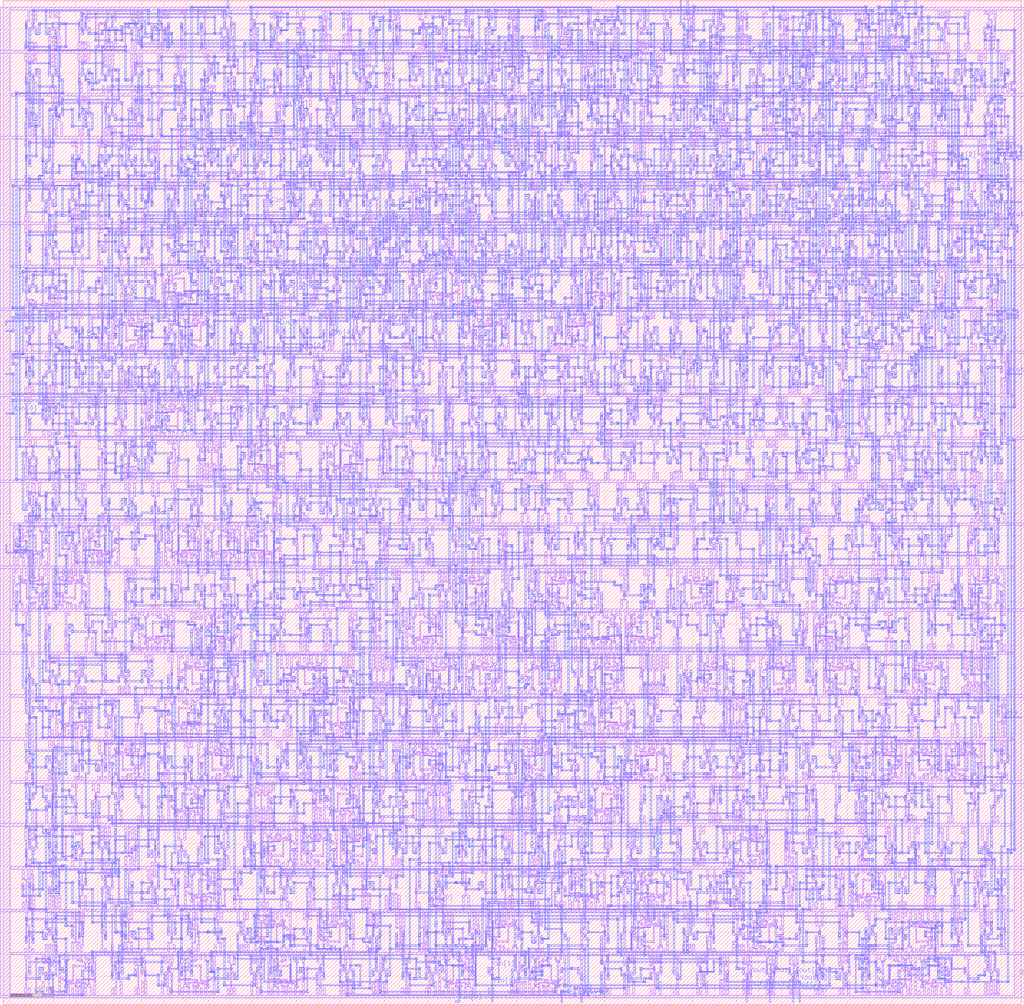
<source format=lef>
VERSION 5.7 ;
  NOWIREEXTENSIONATPIN ON ;
  DIVIDERCHAR "/" ;
  BUSBITCHARS "[]" ;
MACRO fir_pe
  CLASS BLOCK ;
  FOREIGN fir_pe ;
  ORIGIN 6.000 6.000 ;
  SIZE 924.000 BY 912.000 ;
  PIN gnd
    USE GROUND ;
    PORT
      LAYER metal1 ;
        RECT 1.500 897.300 920.550 899.700 ;
        RECT 22.800 887.400 24.600 897.300 ;
        RECT 36.000 890.400 37.800 897.300 ;
        RECT 43.800 893.400 45.600 897.300 ;
        RECT 70.800 887.400 72.600 897.300 ;
        RECT 94.800 887.400 96.600 897.300 ;
        RECT 115.800 892.200 117.600 897.300 ;
        RECT 139.800 892.200 141.600 897.300 ;
        RECT 155.400 893.400 157.200 897.300 ;
        RECT 173.400 893.400 175.200 897.300 ;
        RECT 192.000 890.400 193.800 897.300 ;
        RECT 199.800 893.400 201.600 897.300 ;
        RECT 223.500 890.400 225.300 897.300 ;
        RECT 239.400 892.200 241.200 897.300 ;
        RECT 260.700 890.400 262.500 897.300 ;
        RECT 286.500 890.400 288.300 897.300 ;
        RECT 305.700 890.400 307.500 897.300 ;
        RECT 331.500 890.400 333.300 897.300 ;
        RECT 348.900 890.400 350.700 897.300 ;
        RECT 376.500 890.400 378.300 897.300 ;
        RECT 389.700 890.400 391.500 897.300 ;
        RECT 412.800 893.400 414.600 897.300 ;
        RECT 418.800 893.400 420.600 897.300 ;
        RECT 431.700 890.400 433.500 897.300 ;
        RECT 455.700 890.400 457.500 897.300 ;
        RECT 480.300 890.400 482.100 897.300 ;
        RECT 500.400 893.400 502.200 897.300 ;
        RECT 508.200 890.400 510.000 897.300 ;
        RECT 532.800 887.400 534.600 897.300 ;
        RECT 545.700 890.400 547.500 897.300 ;
        RECT 577.800 887.400 579.600 897.300 ;
        RECT 598.500 890.400 600.300 897.300 ;
        RECT 614.700 890.400 616.500 897.300 ;
        RECT 637.500 890.400 639.300 897.300 ;
        RECT 646.500 890.400 648.300 897.300 ;
        RECT 664.500 890.400 666.300 897.300 ;
        RECT 685.800 893.400 687.600 897.300 ;
        RECT 701.700 890.400 703.500 897.300 ;
        RECT 726.300 890.400 728.100 897.300 ;
        RECT 743.700 890.400 745.500 897.300 ;
        RECT 752.700 890.400 754.500 897.300 ;
        RECT 774.900 890.400 776.700 897.300 ;
        RECT 799.500 890.400 801.300 897.300 ;
        RECT 808.500 890.400 810.300 897.300 ;
        RECT 821.700 890.400 823.500 897.300 ;
        RECT 845.400 892.200 847.200 897.300 ;
        RECT 866.400 893.400 868.200 897.300 ;
        RECT 884.400 896.400 885.600 897.300 ;
        RECT 884.400 893.400 886.200 896.400 ;
        RECT 890.400 893.400 892.200 897.300 ;
        RECT 22.800 821.700 24.600 831.600 ;
        RECT 36.000 821.700 37.800 828.600 ;
        RECT 43.800 821.700 45.600 825.600 ;
        RECT 70.800 821.700 72.600 831.600 ;
        RECT 84.000 821.700 85.800 828.600 ;
        RECT 91.800 821.700 93.600 825.600 ;
        RECT 110.400 821.700 112.200 825.600 ;
        RECT 118.200 821.700 120.000 828.600 ;
        RECT 136.800 821.700 138.600 825.600 ;
        RECT 152.400 821.700 154.200 826.800 ;
        RECT 181.800 821.700 183.600 826.800 ;
        RECT 197.400 821.700 199.200 825.600 ;
        RECT 203.400 821.700 205.200 825.600 ;
        RECT 218.400 821.700 220.200 825.600 ;
        RECT 224.400 821.700 226.200 825.600 ;
        RECT 239.700 821.700 241.500 828.600 ;
        RECT 260.700 821.700 262.500 828.600 ;
        RECT 269.700 821.700 271.500 828.600 ;
        RECT 294.300 821.700 296.100 828.600 ;
        RECT 316.500 821.700 318.300 828.600 ;
        RECT 325.500 821.700 327.300 828.600 ;
        RECT 343.500 821.700 345.300 828.600 ;
        RECT 362.400 821.700 364.200 825.600 ;
        RECT 370.200 821.700 372.000 828.600 ;
        RECT 394.800 821.700 396.600 831.600 ;
        RECT 407.700 821.700 409.500 828.600 ;
        RECT 436.800 821.700 438.600 826.800 ;
        RECT 452.700 821.700 454.500 828.600 ;
        RECT 461.700 821.700 463.500 828.600 ;
        RECT 479.400 821.700 481.200 825.600 ;
        RECT 497.700 821.700 499.500 828.600 ;
        RECT 521.400 821.700 523.200 825.600 ;
        RECT 529.200 821.700 531.000 828.600 ;
        RECT 547.800 821.700 549.600 825.600 ;
        RECT 560.700 821.700 562.500 828.600 ;
        RECT 584.400 821.700 586.200 826.800 ;
        RECT 608.400 821.700 610.200 826.800 ;
        RECT 636.300 821.700 638.100 828.600 ;
        RECT 658.800 821.700 660.600 828.600 ;
        RECT 679.800 821.700 681.600 826.800 ;
        RECT 703.500 821.700 705.300 828.600 ;
        RECT 716.700 821.700 718.500 828.600 ;
        RECT 725.700 821.700 727.500 828.600 ;
        RECT 743.400 821.700 745.200 831.600 ;
        RECT 771.900 821.700 773.700 828.600 ;
        RECT 799.500 821.700 801.300 828.600 ;
        RECT 813.000 821.700 814.800 828.600 ;
        RECT 820.800 821.700 822.600 825.600 ;
        RECT 836.400 821.700 838.200 825.600 ;
        RECT 842.400 821.700 844.200 825.600 ;
        RECT 865.500 821.700 867.300 828.600 ;
        RECT 878.700 821.700 880.500 828.600 ;
        RECT 899.700 821.700 901.500 828.600 ;
        RECT 911.550 821.700 920.550 897.300 ;
        RECT 1.500 819.300 920.550 821.700 ;
        RECT 14.400 815.400 16.200 819.300 ;
        RECT 22.200 812.400 24.000 819.300 ;
        RECT 43.800 814.200 45.600 819.300 ;
        RECT 67.800 814.200 69.600 819.300 ;
        RECT 94.800 809.400 96.600 819.300 ;
        RECT 110.400 815.400 112.200 819.300 ;
        RECT 118.200 812.400 120.000 819.300 ;
        RECT 136.800 815.400 138.600 819.300 ;
        RECT 157.500 812.400 159.300 819.300 ;
        RECT 178.800 814.200 180.600 819.300 ;
        RECT 202.500 812.400 204.300 819.300 ;
        RECT 222.300 812.400 224.100 819.300 ;
        RECT 244.500 812.400 246.300 819.300 ;
        RECT 271.800 809.400 273.600 819.300 ;
        RECT 292.800 814.200 294.600 819.300 ;
        RECT 316.800 814.200 318.600 819.300 ;
        RECT 335.400 815.400 337.200 819.300 ;
        RECT 343.200 812.400 345.000 819.300 ;
        RECT 367.800 809.400 369.600 819.300 ;
        RECT 385.800 815.400 387.600 819.300 ;
        RECT 399.000 812.400 400.800 819.300 ;
        RECT 406.800 815.400 408.600 819.300 ;
        RECT 430.800 814.200 432.600 819.300 ;
        RECT 454.800 814.200 456.600 819.300 ;
        RECT 481.800 809.400 483.600 819.300 ;
        RECT 499.500 812.400 501.300 819.300 ;
        RECT 508.500 812.400 510.300 819.300 ;
        RECT 529.800 814.200 531.600 819.300 ;
        RECT 550.500 812.400 552.300 819.300 ;
        RECT 559.500 812.400 561.300 819.300 ;
        RECT 576.900 812.400 578.700 819.300 ;
        RECT 604.500 812.400 606.300 819.300 ;
        RECT 628.800 809.400 630.600 819.300 ;
        RECT 644.400 815.400 646.200 819.300 ;
        RECT 652.200 812.400 654.000 819.300 ;
        RECT 670.800 815.400 672.600 819.300 ;
        RECT 687.900 812.400 689.700 819.300 ;
        RECT 718.800 809.400 720.600 819.300 ;
        RECT 731.700 812.400 733.500 819.300 ;
        RECT 755.400 815.400 757.200 819.300 ;
        RECT 763.200 812.400 765.000 819.300 ;
        RECT 784.500 812.400 786.300 819.300 ;
        RECT 802.800 815.400 804.600 819.300 ;
        RECT 818.400 814.200 820.200 819.300 ;
        RECT 842.400 814.200 844.200 819.300 ;
        RECT 865.800 815.400 867.600 819.300 ;
        RECT 871.800 815.400 873.600 819.300 ;
        RECT 885.000 812.400 886.800 819.300 ;
        RECT 892.800 815.400 894.600 819.300 ;
        RECT 16.800 743.700 18.600 747.600 ;
        RECT 29.400 743.700 31.200 753.600 ;
        RECT 61.800 743.700 63.600 748.800 ;
        RECT 88.800 743.700 90.600 753.600 ;
        RECT 112.800 743.700 114.600 753.600 ;
        RECT 126.000 743.700 127.800 750.600 ;
        RECT 133.800 743.700 135.600 747.600 ;
        RECT 160.800 743.700 162.600 753.600 ;
        RECT 176.400 743.700 178.200 747.600 ;
        RECT 184.200 743.700 186.000 750.600 ;
        RECT 197.700 743.700 199.500 750.600 ;
        RECT 226.800 743.700 228.600 748.800 ;
        RECT 247.800 743.700 249.600 750.600 ;
        RECT 271.800 743.700 273.600 753.600 ;
        RECT 285.000 743.700 286.800 750.600 ;
        RECT 292.800 743.700 294.600 747.600 ;
        RECT 308.400 743.700 310.200 753.600 ;
        RECT 340.800 743.700 342.600 748.800 ;
        RECT 359.400 743.700 361.200 747.600 ;
        RECT 367.200 743.700 369.000 750.600 ;
        RECT 391.800 743.700 393.600 753.600 ;
        RECT 415.800 743.700 417.600 753.600 ;
        RECT 428.400 743.700 430.200 753.600 ;
        RECT 455.400 743.700 457.200 748.800 ;
        RECT 477.000 743.700 478.800 750.600 ;
        RECT 484.800 743.700 486.600 747.600 ;
        RECT 508.800 743.700 510.600 748.800 ;
        RECT 529.800 743.700 531.600 750.600 ;
        RECT 553.800 743.700 555.600 753.600 ;
        RECT 567.000 743.700 568.800 750.600 ;
        RECT 574.800 743.700 576.600 747.600 ;
        RECT 598.800 743.700 600.600 748.800 ;
        RECT 622.500 743.700 624.300 750.600 ;
        RECT 643.800 743.700 645.600 748.800 ;
        RECT 659.400 743.700 661.200 747.600 ;
        RECT 665.400 743.700 667.200 747.600 ;
        RECT 683.400 743.700 685.200 749.100 ;
        RECT 712.800 743.700 714.600 747.600 ;
        RECT 726.000 743.700 727.800 750.600 ;
        RECT 733.800 743.700 735.600 747.600 ;
        RECT 754.800 743.700 756.600 750.600 ;
        RECT 767.700 743.700 769.500 750.600 ;
        RECT 791.400 743.700 793.200 748.800 ;
        RECT 820.500 743.700 822.300 750.600 ;
        RECT 836.700 743.700 838.500 750.600 ;
        RECT 857.400 743.700 859.200 748.800 ;
        RECT 881.700 743.700 883.500 750.600 ;
        RECT 899.400 743.700 901.200 747.600 ;
        RECT 905.400 743.700 907.200 747.600 ;
        RECT 911.550 743.700 920.550 819.300 ;
        RECT 1.500 741.300 920.550 743.700 ;
        RECT 16.800 737.400 18.600 741.300 ;
        RECT 32.400 736.200 34.200 741.300 ;
        RECT 54.000 734.400 55.800 741.300 ;
        RECT 61.800 737.400 63.600 741.300 ;
        RECT 82.800 737.400 84.600 741.300 ;
        RECT 103.800 736.200 105.600 741.300 ;
        RECT 122.400 736.200 124.200 741.300 ;
        RECT 146.400 736.200 148.200 741.300 ;
        RECT 168.000 734.400 169.800 741.300 ;
        RECT 175.800 737.400 177.600 741.300 ;
        RECT 191.400 737.400 193.200 741.300 ;
        RECT 197.400 737.400 199.200 741.300 ;
        RECT 212.400 737.400 214.200 741.300 ;
        RECT 230.700 734.400 232.500 741.300 ;
        RECT 259.800 736.200 261.600 741.300 ;
        RECT 275.700 734.400 277.500 741.300 ;
        RECT 304.800 736.200 306.600 741.300 ;
        RECT 320.700 734.400 322.500 741.300 ;
        RECT 341.700 734.400 343.500 741.300 ;
        RECT 366.900 734.400 368.700 741.300 ;
        RECT 386.400 731.400 388.200 741.300 ;
        RECT 411.000 734.400 412.800 741.300 ;
        RECT 418.800 737.400 420.600 741.300 ;
        RECT 434.400 737.400 436.200 741.300 ;
        RECT 452.400 734.400 454.200 741.300 ;
        RECT 473.400 736.200 475.200 741.300 ;
        RECT 494.700 734.400 496.500 741.300 ;
        RECT 518.400 736.200 520.200 741.300 ;
        RECT 546.300 734.400 548.100 741.300 ;
        RECT 570.300 734.400 572.100 741.300 ;
        RECT 595.800 736.200 597.600 741.300 ;
        RECT 614.400 736.200 616.200 741.300 ;
        RECT 643.500 734.400 645.300 741.300 ;
        RECT 664.800 736.200 666.600 741.300 ;
        RECT 688.500 734.400 690.300 741.300 ;
        RECT 704.400 736.200 706.200 741.300 ;
        RECT 725.400 737.400 727.200 741.300 ;
        RECT 731.400 737.400 733.200 741.300 ;
        RECT 749.400 736.200 751.200 741.300 ;
        RECT 770.700 734.400 772.500 741.300 ;
        RECT 791.700 734.400 793.500 741.300 ;
        RECT 817.800 734.400 819.600 741.300 ;
        RECT 830.400 737.400 832.200 741.300 ;
        RECT 851.700 734.400 853.500 741.300 ;
        RECT 869.700 734.400 871.500 741.300 ;
        RECT 890.400 731.400 892.200 741.300 ;
        RECT 16.800 665.700 18.600 669.600 ;
        RECT 40.800 665.700 42.600 675.600 ;
        RECT 64.800 665.700 66.600 675.600 ;
        RECT 82.800 665.700 84.600 669.600 ;
        RECT 106.800 665.700 108.600 675.600 ;
        RECT 122.400 665.700 124.200 670.800 ;
        RECT 143.700 665.700 145.500 672.600 ;
        RECT 152.700 665.700 154.500 672.600 ;
        RECT 178.500 665.700 180.300 672.600 ;
        RECT 199.800 665.700 201.600 670.800 ;
        RECT 218.400 665.700 220.200 670.800 ;
        RECT 239.700 665.700 241.500 672.600 ;
        RECT 265.800 665.700 267.600 669.600 ;
        RECT 278.400 665.700 280.200 675.600 ;
        RECT 302.400 665.700 304.200 675.600 ;
        RECT 329.400 665.700 331.200 670.800 ;
        RECT 350.700 665.700 352.500 672.600 ;
        RECT 371.700 665.700 373.500 672.600 ;
        RECT 395.400 665.700 397.200 670.800 ;
        RECT 421.800 665.700 423.600 669.600 ;
        RECT 434.700 665.700 436.500 672.600 ;
        RECT 455.400 665.700 457.200 675.600 ;
        RECT 484.800 665.700 486.600 672.600 ;
        RECT 502.800 665.700 504.600 672.600 ;
        RECT 520.800 665.700 522.600 672.600 ;
        RECT 544.800 665.700 546.600 675.600 ;
        RECT 557.400 665.700 559.200 675.600 ;
        RECT 582.000 665.700 583.800 672.600 ;
        RECT 589.800 665.700 591.600 669.600 ;
        RECT 605.400 665.700 607.200 672.600 ;
        RECT 623.700 665.700 625.500 672.600 ;
        RECT 647.400 665.700 649.200 670.800 ;
        RECT 668.700 665.700 670.500 672.600 ;
        RECT 691.800 665.700 693.600 669.600 ;
        RECT 697.800 665.700 699.600 669.600 ;
        RECT 713.400 665.700 715.200 670.800 ;
        RECT 742.500 665.700 744.300 672.600 ;
        RECT 763.800 665.700 765.600 670.800 ;
        RECT 779.400 665.700 781.200 675.600 ;
        RECT 803.700 665.700 805.500 672.600 ;
        RECT 825.000 665.700 826.800 672.600 ;
        RECT 832.800 665.700 834.600 669.600 ;
        RECT 856.800 665.700 858.600 670.800 ;
        RECT 875.400 665.700 877.200 670.800 ;
        RECT 896.400 665.700 898.200 669.600 ;
        RECT 911.550 665.700 920.550 741.300 ;
        RECT 1.500 663.300 920.550 665.700 ;
        RECT 22.800 653.400 24.600 663.300 ;
        RECT 36.000 656.400 37.800 663.300 ;
        RECT 43.800 659.400 45.600 663.300 ;
        RECT 64.800 659.400 66.600 663.300 ;
        RECT 79.800 659.400 81.600 663.300 ;
        RECT 85.800 659.400 87.600 663.300 ;
        RECT 101.400 659.400 103.200 663.300 ;
        RECT 109.200 656.400 111.000 663.300 ;
        RECT 122.400 653.400 124.200 663.300 ;
        RECT 141.150 659.400 142.950 663.300 ;
        RECT 150.450 659.400 152.250 663.300 ;
        RECT 157.350 659.400 159.150 663.300 ;
        RECT 166.350 659.400 168.150 663.300 ;
        RECT 182.400 659.400 184.200 663.300 ;
        RECT 188.400 659.400 190.200 663.300 ;
        RECT 203.700 656.400 205.500 663.300 ;
        RECT 229.800 659.400 231.600 663.300 ;
        RECT 250.800 658.200 252.600 663.300 ;
        RECT 270.900 656.400 272.700 663.300 ;
        RECT 298.500 656.400 300.300 663.300 ;
        RECT 319.800 658.200 321.600 663.300 ;
        RECT 338.400 658.200 340.200 663.300 ;
        RECT 367.800 658.200 369.600 663.300 ;
        RECT 378.150 659.400 379.950 663.300 ;
        RECT 387.450 659.400 389.250 663.300 ;
        RECT 394.350 659.400 396.150 663.300 ;
        RECT 403.350 659.400 405.150 663.300 ;
        RECT 419.400 653.400 421.200 663.300 ;
        RECT 450.300 656.400 452.100 663.300 ;
        RECT 467.700 656.400 469.500 663.300 ;
        RECT 493.800 659.400 495.600 663.300 ;
        RECT 514.800 658.200 516.600 663.300 ;
        RECT 525.150 659.400 526.950 663.300 ;
        RECT 534.450 659.400 536.250 663.300 ;
        RECT 541.350 659.400 543.150 663.300 ;
        RECT 550.350 659.400 552.150 663.300 ;
        RECT 570.900 656.400 572.700 663.300 ;
        RECT 598.800 658.200 600.600 663.300 ;
        RECT 625.800 653.400 627.600 663.300 ;
        RECT 638.400 659.400 640.200 663.300 ;
        RECT 659.400 658.200 661.200 663.300 ;
        RECT 684.900 656.400 686.700 663.300 ;
        RECT 704.400 659.400 706.200 663.300 ;
        RECT 710.400 659.400 712.200 663.300 ;
        RECT 728.400 658.200 730.200 663.300 ;
        RECT 752.400 658.200 754.200 663.300 ;
        RECT 781.800 658.200 783.600 663.300 ;
        RECT 797.700 656.400 799.500 663.300 ;
        RECT 826.500 656.400 828.300 663.300 ;
        RECT 839.400 662.400 840.600 663.300 ;
        RECT 839.400 659.400 841.200 662.400 ;
        RECT 845.400 659.400 847.200 663.300 ;
        RECT 874.800 653.400 876.600 663.300 ;
        RECT 887.400 653.400 889.200 663.300 ;
        RECT 19.500 587.700 21.300 594.600 ;
        RECT 43.800 587.700 45.600 597.600 ;
        RECT 64.500 587.700 66.300 594.600 ;
        RECT 85.800 587.700 87.600 592.800 ;
        RECT 95.850 587.700 97.650 591.600 ;
        RECT 104.850 587.700 106.650 591.600 ;
        RECT 111.750 587.700 113.550 591.600 ;
        RECT 121.050 587.700 122.850 591.600 ;
        RECT 145.800 587.700 147.600 592.800 ;
        RECT 156.150 587.700 157.950 591.600 ;
        RECT 165.450 587.700 167.250 591.600 ;
        RECT 172.350 587.700 174.150 591.600 ;
        RECT 181.350 587.700 183.150 591.600 ;
        RECT 205.800 587.700 207.600 592.800 ;
        RECT 221.700 587.700 223.500 594.600 ;
        RECT 242.700 587.700 244.500 594.600 ;
        RECT 263.700 587.700 265.500 594.600 ;
        RECT 288.900 587.700 290.700 594.600 ;
        RECT 319.800 587.700 321.600 597.600 ;
        RECT 340.800 587.700 342.600 592.800 ;
        RECT 359.400 587.700 361.200 592.800 ;
        RECT 391.800 587.700 393.600 597.600 ;
        RECT 407.400 587.700 409.200 591.600 ;
        RECT 415.200 587.700 417.000 594.600 ;
        RECT 423.150 587.700 424.950 591.600 ;
        RECT 432.450 587.700 434.250 591.600 ;
        RECT 439.350 587.700 441.150 591.600 ;
        RECT 448.350 587.700 450.150 591.600 ;
        RECT 465.000 587.700 466.800 594.600 ;
        RECT 472.800 587.700 474.600 591.600 ;
        RECT 496.800 587.700 498.600 592.800 ;
        RECT 507.150 587.700 508.950 591.600 ;
        RECT 516.450 587.700 518.250 591.600 ;
        RECT 523.350 587.700 525.150 591.600 ;
        RECT 532.350 587.700 534.150 591.600 ;
        RECT 551.400 587.700 553.200 591.600 ;
        RECT 559.200 587.700 561.000 594.600 ;
        RECT 583.800 587.700 585.600 597.600 ;
        RECT 604.800 587.700 606.600 592.800 ;
        RECT 628.500 587.700 630.300 594.600 ;
        RECT 652.800 587.700 654.600 597.600 ;
        RECT 665.700 587.700 667.500 594.600 ;
        RECT 694.800 587.700 696.600 592.800 ;
        RECT 713.400 587.700 715.200 592.800 ;
        RECT 734.700 587.700 736.500 594.600 ;
        RECT 755.700 587.700 757.500 594.600 ;
        RECT 779.400 587.700 781.200 592.800 ;
        RECT 803.400 587.700 805.200 592.800 ;
        RECT 827.400 587.700 829.200 592.800 ;
        RECT 848.700 587.700 850.500 594.600 ;
        RECT 872.400 587.700 874.200 591.600 ;
        RECT 880.200 587.700 882.000 594.600 ;
        RECT 893.400 587.700 895.200 597.600 ;
        RECT 911.550 587.700 920.550 663.300 ;
        RECT 1.500 585.300 920.550 587.700 ;
        RECT 19.500 578.400 21.300 585.300 ;
        RECT 32.400 575.400 34.200 585.300 ;
        RECT 64.500 578.400 66.300 585.300 ;
        RECT 85.500 578.400 87.300 585.300 ;
        RECT 101.400 581.400 103.200 585.300 ;
        RECT 109.200 578.400 111.000 585.300 ;
        RECT 133.800 575.400 135.600 585.300 ;
        RECT 146.700 578.400 148.500 585.300 ;
        RECT 172.800 581.400 174.600 585.300 ;
        RECT 185.400 581.400 187.200 585.300 ;
        RECT 214.800 575.400 216.600 585.300 ;
        RECT 238.800 575.400 240.600 585.300 ;
        RECT 251.700 578.400 253.500 585.300 ;
        RECT 275.400 581.400 277.200 585.300 ;
        RECT 283.200 578.400 285.000 585.300 ;
        RECT 307.800 575.400 309.600 585.300 ;
        RECT 325.800 581.400 327.600 585.300 ;
        RECT 341.400 581.400 343.200 585.300 ;
        RECT 349.200 578.400 351.000 585.300 ;
        RECT 373.800 575.400 375.600 585.300 ;
        RECT 394.500 578.400 396.300 585.300 ;
        RECT 407.700 578.400 409.500 585.300 ;
        RECT 436.800 580.200 438.600 585.300 ;
        RECT 460.500 578.400 462.300 585.300 ;
        RECT 481.800 580.200 483.600 585.300 ;
        RECT 500.400 580.200 502.200 585.300 ;
        RECT 524.400 581.400 526.200 585.300 ;
        RECT 532.200 578.400 534.000 585.300 ;
        RECT 556.800 575.400 558.600 585.300 ;
        RECT 574.800 581.400 576.600 585.300 ;
        RECT 588.000 578.400 589.800 585.300 ;
        RECT 595.800 581.400 597.600 585.300 ;
        RECT 618.300 578.400 620.100 585.300 ;
        RECT 635.700 578.400 637.500 585.300 ;
        RECT 664.800 580.200 666.600 585.300 ;
        RECT 691.800 575.400 693.600 585.300 ;
        RECT 707.400 581.400 709.200 585.300 ;
        RECT 715.200 578.400 717.000 585.300 ;
        RECT 728.400 575.400 730.200 585.300 ;
        RECT 752.400 581.400 754.200 585.300 ;
        RECT 758.400 581.400 760.200 585.300 ;
        RECT 773.400 581.400 775.200 585.300 ;
        RECT 802.800 575.400 804.600 585.300 ;
        RECT 815.400 575.400 817.200 585.300 ;
        RECT 844.800 581.400 846.600 585.300 ;
        RECT 865.800 580.200 867.600 585.300 ;
        RECT 881.400 581.400 883.200 585.300 ;
        RECT 902.700 578.400 904.500 585.300 ;
        RECT 16.800 509.700 18.600 513.600 ;
        RECT 30.000 509.700 31.800 516.600 ;
        RECT 37.800 509.700 39.600 513.600 ;
        RECT 58.800 509.700 60.600 513.600 ;
        RECT 71.400 509.700 73.200 519.600 ;
        RECT 98.400 509.700 100.200 514.800 ;
        RECT 122.700 509.700 124.500 516.600 ;
        RECT 135.150 509.700 136.950 513.600 ;
        RECT 144.450 509.700 146.250 513.600 ;
        RECT 151.350 509.700 153.150 513.600 ;
        RECT 160.350 509.700 162.150 513.600 ;
        RECT 179.400 509.700 181.200 514.800 ;
        RECT 208.500 509.700 210.300 516.600 ;
        RECT 229.800 509.700 231.600 514.800 ;
        RECT 253.800 509.700 255.600 514.800 ;
        RECT 272.400 509.700 274.200 513.600 ;
        RECT 280.200 509.700 282.000 516.600 ;
        RECT 304.800 509.700 306.600 519.600 ;
        RECT 317.400 509.700 319.200 519.600 ;
        RECT 344.400 509.700 346.200 514.800 ;
        RECT 365.700 509.700 367.500 516.600 ;
        RECT 374.700 509.700 376.500 516.600 ;
        RECT 397.500 509.700 399.300 516.600 ;
        RECT 424.800 509.700 426.600 519.600 ;
        RECT 448.800 509.700 450.600 519.600 ;
        RECT 472.800 509.700 474.600 519.600 ;
        RECT 496.800 509.700 498.600 519.600 ;
        RECT 510.000 509.700 511.800 516.600 ;
        RECT 517.800 509.700 519.600 513.600 ;
        RECT 541.800 509.700 543.600 514.800 ;
        RECT 560.400 509.700 562.200 513.600 ;
        RECT 568.200 509.700 570.000 516.600 ;
        RECT 581.400 509.700 583.200 519.600 ;
        RECT 605.400 509.700 607.200 513.600 ;
        RECT 626.400 509.700 628.200 513.600 ;
        RECT 634.200 509.700 636.000 516.600 ;
        RECT 658.800 509.700 660.600 519.600 ;
        RECT 682.800 509.700 684.600 519.600 ;
        RECT 698.400 509.700 700.200 514.800 ;
        RECT 719.700 509.700 721.500 516.600 ;
        RECT 745.500 509.700 747.300 516.600 ;
        RECT 754.500 509.700 756.300 516.600 ;
        RECT 778.800 509.700 780.600 519.600 ;
        RECT 796.800 509.700 798.600 513.600 ;
        RECT 809.400 509.700 811.200 519.600 ;
        RECT 838.800 509.700 840.600 513.600 ;
        RECT 862.800 509.700 864.600 519.600 ;
        RECT 876.000 509.700 877.800 516.600 ;
        RECT 883.800 509.700 885.600 513.600 ;
        RECT 899.400 509.700 901.200 513.600 ;
        RECT 911.550 509.700 920.550 585.300 ;
        RECT 1.500 507.300 920.550 509.700 ;
        RECT 14.400 503.400 16.200 507.300 ;
        RECT 22.200 500.400 24.000 507.300 ;
        RECT 35.400 497.400 37.200 507.300 ;
        RECT 59.400 503.400 61.200 507.300 ;
        RECT 85.500 500.400 87.300 507.300 ;
        RECT 103.500 500.400 105.300 507.300 ;
        RECT 112.500 500.400 114.300 507.300 ;
        RECT 122.700 500.400 124.500 507.300 ;
        RECT 143.400 506.400 144.600 507.300 ;
        RECT 143.400 503.400 145.200 506.400 ;
        RECT 149.400 503.400 151.200 507.300 ;
        RECT 169.800 500.400 171.600 507.300 ;
        RECT 175.800 500.400 177.600 507.300 ;
        RECT 181.800 500.400 183.600 507.300 ;
        RECT 187.800 500.400 189.600 507.300 ;
        RECT 193.800 500.400 195.600 507.300 ;
        RECT 211.800 503.400 213.600 507.300 ;
        RECT 219.150 503.400 220.950 507.300 ;
        RECT 228.450 503.400 230.250 507.300 ;
        RECT 235.350 503.400 237.150 507.300 ;
        RECT 244.350 503.400 246.150 507.300 ;
        RECT 260.400 503.400 262.200 507.300 ;
        RECT 283.800 503.400 285.600 507.300 ;
        RECT 290.850 503.400 292.650 507.300 ;
        RECT 299.850 503.400 301.650 507.300 ;
        RECT 306.750 503.400 308.550 507.300 ;
        RECT 316.050 503.400 317.850 507.300 ;
        RECT 339.300 500.400 341.100 507.300 ;
        RECT 356.400 497.400 358.200 507.300 ;
        RECT 382.800 503.400 384.600 507.300 ;
        RECT 388.800 503.400 390.600 507.300 ;
        RECT 404.400 503.400 406.200 507.300 ;
        RECT 412.200 500.400 414.000 507.300 ;
        RECT 425.400 497.400 427.200 507.300 ;
        RECT 454.800 503.400 456.600 507.300 ;
        RECT 467.400 497.400 469.200 507.300 ;
        RECT 502.800 497.400 504.600 507.300 ;
        RECT 526.800 497.400 528.600 507.300 ;
        RECT 539.400 503.400 541.200 507.300 ;
        RECT 560.400 502.200 562.200 507.300 ;
        RECT 586.800 503.400 588.600 507.300 ;
        RECT 599.400 497.400 601.200 507.300 ;
        RECT 631.500 500.400 633.300 507.300 ;
        RECT 646.800 503.400 648.600 507.300 ;
        RECT 652.800 503.400 654.600 507.300 ;
        RECT 673.500 500.400 675.300 507.300 ;
        RECT 689.400 502.200 691.200 507.300 ;
        RECT 721.800 497.400 723.600 507.300 ;
        RECT 734.400 503.400 736.200 507.300 ;
        RECT 740.400 503.400 742.200 507.300 ;
        RECT 758.400 503.400 760.200 507.300 ;
        RECT 766.200 500.400 768.000 507.300 ;
        RECT 787.500 500.400 789.300 507.300 ;
        RECT 804.900 500.400 806.700 507.300 ;
        RECT 835.800 497.400 837.600 507.300 ;
        RECT 856.500 500.400 858.300 507.300 ;
        RECT 880.800 497.400 882.600 507.300 ;
        RECT 893.700 500.400 895.500 507.300 ;
        RECT 22.800 431.700 24.600 437.100 ;
        RECT 38.700 431.700 40.500 438.600 ;
        RECT 67.500 431.700 69.300 438.600 ;
        RECT 88.500 431.700 90.300 438.600 ;
        RECT 109.800 431.700 111.600 436.800 ;
        RECT 127.800 431.700 129.600 435.600 ;
        RECT 133.800 431.700 135.600 435.600 ;
        RECT 146.400 431.700 148.200 435.600 ;
        RECT 167.400 431.700 169.200 436.800 ;
        RECT 199.800 431.700 201.600 441.600 ;
        RECT 220.800 431.700 222.600 436.800 ;
        RECT 241.500 431.700 243.300 438.600 ;
        RECT 260.400 431.700 262.200 437.100 ;
        RECT 284.400 431.700 286.200 435.600 ;
        RECT 290.400 431.700 292.200 435.600 ;
        RECT 313.500 431.700 315.300 438.600 ;
        RECT 329.400 431.700 331.200 436.800 ;
        RECT 358.800 431.700 360.600 436.800 ;
        RECT 374.400 431.700 376.200 435.600 ;
        RECT 395.400 431.700 397.200 436.800 ;
        RECT 416.400 431.700 418.200 435.600 ;
        RECT 424.200 431.700 426.000 438.600 ;
        RECT 437.400 431.700 439.200 441.600 ;
        RECT 469.500 431.700 471.300 438.600 ;
        RECT 482.700 431.700 484.500 438.600 ;
        RECT 503.700 431.700 505.500 438.600 ;
        RECT 525.000 431.700 526.800 438.600 ;
        RECT 532.800 431.700 534.600 435.600 ;
        RECT 556.500 431.700 558.300 438.600 ;
        RECT 572.400 431.700 574.200 436.800 ;
        RECT 596.400 431.700 598.200 436.800 ;
        RECT 617.400 431.700 619.200 435.600 ;
        RECT 638.400 431.700 640.200 435.600 ;
        RECT 646.200 431.700 648.000 438.600 ;
        RECT 659.400 431.700 661.200 441.600 ;
        RECT 688.500 431.700 690.300 438.600 ;
        RECT 704.400 431.700 706.200 435.600 ;
        RECT 733.800 431.700 735.600 441.600 ;
        RECT 746.700 431.700 748.500 438.600 ;
        RECT 775.800 431.700 777.600 436.800 ;
        RECT 791.400 431.700 793.200 435.600 ;
        RECT 820.800 431.700 822.600 441.600 ;
        RECT 833.400 431.700 835.200 435.600 ;
        RECT 851.700 431.700 853.500 438.600 ;
        RECT 872.400 432.600 874.200 435.600 ;
        RECT 872.400 431.700 873.600 432.600 ;
        RECT 878.400 431.700 880.200 435.600 ;
        RECT 896.700 431.700 898.500 438.600 ;
        RECT 911.550 431.700 920.550 507.300 ;
        RECT 1.500 429.300 920.550 431.700 ;
        RECT 6.150 425.400 7.950 429.300 ;
        RECT 15.450 425.400 17.250 429.300 ;
        RECT 22.350 425.400 24.150 429.300 ;
        RECT 31.350 425.400 33.150 429.300 ;
        RECT 58.800 423.900 60.600 429.300 ;
        RECT 69.150 425.400 70.950 429.300 ;
        RECT 78.450 425.400 80.250 429.300 ;
        RECT 85.350 425.400 87.150 429.300 ;
        RECT 94.350 425.400 96.150 429.300 ;
        RECT 115.800 425.400 117.600 429.300 ;
        RECT 130.800 425.400 132.600 429.300 ;
        RECT 136.800 425.400 138.600 429.300 ;
        RECT 143.850 425.400 145.650 429.300 ;
        RECT 152.850 425.400 154.650 429.300 ;
        RECT 159.750 425.400 161.550 429.300 ;
        RECT 169.050 425.400 170.850 429.300 ;
        RECT 179.850 425.400 181.650 429.300 ;
        RECT 188.850 425.400 190.650 429.300 ;
        RECT 195.750 425.400 197.550 429.300 ;
        RECT 205.050 425.400 206.850 429.300 ;
        RECT 216.150 425.400 217.950 429.300 ;
        RECT 225.450 425.400 227.250 429.300 ;
        RECT 232.350 425.400 234.150 429.300 ;
        RECT 241.350 425.400 243.150 429.300 ;
        RECT 257.400 425.400 259.200 429.300 ;
        RECT 275.400 425.400 277.200 429.300 ;
        RECT 281.400 425.400 283.200 429.300 ;
        RECT 298.800 425.400 300.600 429.300 ;
        RECT 304.800 425.400 306.600 429.300 ;
        RECT 317.400 425.400 319.200 429.300 ;
        RECT 338.700 422.400 340.500 429.300 ;
        RECT 364.500 422.400 366.300 429.300 ;
        RECT 377.700 422.400 379.500 429.300 ;
        RECT 400.800 425.400 402.600 429.300 ;
        RECT 406.800 425.400 408.600 429.300 ;
        RECT 422.400 424.200 424.200 429.300 ;
        RECT 446.700 422.400 448.500 429.300 ;
        RECT 469.500 422.400 471.300 429.300 ;
        RECT 488.400 424.200 490.200 429.300 ;
        RECT 520.800 419.400 522.600 429.300 ;
        RECT 544.800 419.400 546.600 429.300 ;
        RECT 565.500 422.400 567.300 429.300 ;
        RECT 589.800 419.400 591.600 429.300 ;
        RECT 604.800 425.400 606.600 429.300 ;
        RECT 622.800 425.400 624.600 429.300 ;
        RECT 638.400 424.200 640.200 429.300 ;
        RECT 659.400 425.400 661.200 429.300 ;
        RECT 682.800 425.400 684.600 429.300 ;
        RECT 697.800 425.400 699.600 429.300 ;
        RECT 703.800 425.400 705.600 429.300 ;
        RECT 719.400 424.200 721.200 429.300 ;
        RECT 745.800 425.400 747.600 429.300 ;
        RECT 760.800 425.400 762.600 429.300 ;
        RECT 766.800 425.400 768.600 429.300 ;
        RECT 781.800 425.400 783.600 429.300 ;
        RECT 787.800 425.400 789.600 429.300 ;
        RECT 803.400 424.200 805.200 429.300 ;
        RECT 824.400 425.400 826.200 429.300 ;
        RECT 830.400 425.400 832.200 429.300 ;
        RECT 845.400 425.400 847.200 429.300 ;
        RECT 851.400 425.400 853.200 429.300 ;
        RECT 873.300 422.400 875.100 429.300 ;
        RECT 890.400 425.400 892.200 429.300 ;
        RECT 896.400 425.400 898.200 429.300 ;
        RECT 5.850 353.700 7.650 357.600 ;
        RECT 14.850 353.700 16.650 357.600 ;
        RECT 21.750 353.700 23.550 357.600 ;
        RECT 31.050 353.700 32.850 357.600 ;
        RECT 42.150 353.700 43.950 357.600 ;
        RECT 51.450 353.700 53.250 357.600 ;
        RECT 58.350 353.700 60.150 357.600 ;
        RECT 67.350 353.700 69.150 357.600 ;
        RECT 88.800 353.700 90.600 357.600 ;
        RECT 104.400 353.700 106.200 357.600 ;
        RECT 112.200 353.700 114.000 360.600 ;
        RECT 127.800 353.700 129.600 357.600 ;
        RECT 133.800 353.700 135.600 357.600 ;
        RECT 146.400 354.600 148.200 357.600 ;
        RECT 146.400 353.700 147.600 354.600 ;
        RECT 152.400 353.700 154.200 357.600 ;
        RECT 170.700 353.700 172.500 360.600 ;
        RECT 191.700 353.700 193.500 360.600 ;
        RECT 220.800 353.700 222.600 358.800 ;
        RECT 236.400 353.700 238.200 357.600 ;
        RECT 242.400 353.700 244.200 357.600 ;
        RECT 259.800 353.700 261.600 357.600 ;
        RECT 265.800 353.700 267.600 357.600 ;
        RECT 286.500 353.700 288.300 360.600 ;
        RECT 302.400 353.700 304.200 358.800 ;
        RECT 323.700 353.700 325.500 360.600 ;
        RECT 352.500 353.700 354.300 360.600 ;
        RECT 367.800 353.700 369.600 357.600 ;
        RECT 373.800 353.700 375.600 357.600 ;
        RECT 389.400 353.700 391.200 357.600 ;
        RECT 397.200 353.700 399.000 360.600 ;
        RECT 404.850 353.700 406.650 357.600 ;
        RECT 413.850 353.700 415.650 357.600 ;
        RECT 420.750 353.700 422.550 357.600 ;
        RECT 430.050 353.700 431.850 357.600 ;
        RECT 449.400 353.700 451.200 358.800 ;
        RECT 471.000 353.700 472.800 360.600 ;
        RECT 478.800 353.700 480.600 357.600 ;
        RECT 489.150 353.700 490.950 357.600 ;
        RECT 498.450 353.700 500.250 357.600 ;
        RECT 505.350 353.700 507.150 357.600 ;
        RECT 514.350 353.700 516.150 357.600 ;
        RECT 530.400 353.700 532.200 357.600 ;
        RECT 536.400 353.700 538.200 357.600 ;
        RECT 559.500 353.700 561.300 360.600 ;
        RECT 580.800 353.700 582.600 358.800 ;
        RECT 596.400 353.700 598.200 357.600 ;
        RECT 608.850 353.700 610.650 357.600 ;
        RECT 617.850 353.700 619.650 357.600 ;
        RECT 624.750 353.700 626.550 357.600 ;
        RECT 634.050 353.700 635.850 357.600 ;
        RECT 653.400 353.700 655.200 359.100 ;
        RECT 677.400 353.700 679.200 357.600 ;
        RECT 683.400 353.700 685.200 357.600 ;
        RECT 699.000 353.700 700.800 360.600 ;
        RECT 706.800 353.700 708.600 357.600 ;
        RECT 723.000 353.700 724.800 360.600 ;
        RECT 730.800 353.700 732.600 357.600 ;
        RECT 741.150 353.700 742.950 357.600 ;
        RECT 750.450 353.700 752.250 357.600 ;
        RECT 757.350 353.700 759.150 357.600 ;
        RECT 766.350 353.700 768.150 357.600 ;
        RECT 782.700 353.700 784.500 360.600 ;
        RECT 791.700 353.700 793.500 360.600 ;
        RECT 809.700 353.700 811.500 360.600 ;
        RECT 835.800 353.700 837.600 357.600 ;
        RECT 841.800 354.600 843.600 357.600 ;
        RECT 842.400 353.700 843.600 354.600 ;
        RECT 857.400 353.700 859.200 358.800 ;
        RECT 873.150 353.700 874.950 357.600 ;
        RECT 882.450 353.700 884.250 357.600 ;
        RECT 889.350 353.700 891.150 357.600 ;
        RECT 898.350 353.700 900.150 357.600 ;
        RECT 911.550 353.700 920.550 429.300 ;
        RECT 1.500 351.300 920.550 353.700 ;
        RECT 11.400 347.400 13.200 351.300 ;
        RECT 34.800 347.400 36.600 351.300 ;
        RECT 52.800 347.400 54.600 351.300 ;
        RECT 67.800 347.400 69.600 351.300 ;
        RECT 73.800 347.400 75.600 351.300 ;
        RECT 88.800 347.400 90.600 351.300 ;
        RECT 94.800 347.400 96.600 351.300 ;
        RECT 112.800 347.400 114.600 351.300 ;
        RECT 119.850 347.400 121.650 351.300 ;
        RECT 128.850 347.400 130.650 351.300 ;
        RECT 135.750 347.400 137.550 351.300 ;
        RECT 145.050 347.400 146.850 351.300 ;
        RECT 169.800 346.200 171.600 351.300 ;
        RECT 180.150 347.400 181.950 351.300 ;
        RECT 189.450 347.400 191.250 351.300 ;
        RECT 196.350 347.400 198.150 351.300 ;
        RECT 205.350 347.400 207.150 351.300 ;
        RECT 221.400 347.400 223.200 351.300 ;
        RECT 242.400 346.200 244.200 351.300 ;
        RECT 266.700 344.400 268.500 351.300 ;
        RECT 284.700 344.400 286.500 351.300 ;
        RECT 310.500 344.400 312.300 351.300 ;
        RECT 331.500 344.400 333.300 351.300 ;
        RECT 349.800 347.400 351.600 351.300 ;
        RECT 355.800 347.400 357.600 351.300 ;
        RECT 362.850 347.400 364.650 351.300 ;
        RECT 371.850 347.400 373.650 351.300 ;
        RECT 378.750 347.400 380.550 351.300 ;
        RECT 388.050 347.400 389.850 351.300 ;
        RECT 406.800 347.400 408.600 351.300 ;
        RECT 412.800 347.400 414.600 351.300 ;
        RECT 428.400 347.400 430.200 351.300 ;
        RECT 436.200 344.400 438.000 351.300 ;
        RECT 444.150 347.400 445.950 351.300 ;
        RECT 453.450 347.400 455.250 351.300 ;
        RECT 460.350 347.400 462.150 351.300 ;
        RECT 469.350 347.400 471.150 351.300 ;
        RECT 486.000 344.400 487.800 351.300 ;
        RECT 493.800 347.400 495.600 351.300 ;
        RECT 511.800 347.400 513.600 351.300 ;
        RECT 517.800 347.400 519.600 351.300 ;
        RECT 524.850 347.400 526.650 351.300 ;
        RECT 533.850 347.400 535.650 351.300 ;
        RECT 540.750 347.400 542.550 351.300 ;
        RECT 550.050 347.400 551.850 351.300 ;
        RECT 561.150 347.400 562.950 351.300 ;
        RECT 570.450 347.400 572.250 351.300 ;
        RECT 577.350 347.400 579.150 351.300 ;
        RECT 586.350 347.400 588.150 351.300 ;
        RECT 602.400 347.400 604.200 351.300 ;
        RECT 608.400 347.400 610.200 351.300 ;
        RECT 623.400 347.400 625.200 351.300 ;
        RECT 641.400 347.400 643.200 351.300 ;
        RECT 647.400 347.400 649.200 351.300 ;
        RECT 663.000 344.400 664.800 351.300 ;
        RECT 670.800 347.400 672.600 351.300 ;
        RECT 686.700 344.400 688.500 351.300 ;
        RECT 695.700 344.400 697.500 351.300 ;
        RECT 713.400 350.400 714.600 351.300 ;
        RECT 713.400 347.400 715.200 350.400 ;
        RECT 719.400 347.400 721.200 351.300 ;
        RECT 732.150 347.400 733.950 351.300 ;
        RECT 741.450 347.400 743.250 351.300 ;
        RECT 748.350 347.400 750.150 351.300 ;
        RECT 757.350 347.400 759.150 351.300 ;
        RECT 773.400 347.400 775.200 351.300 ;
        RECT 793.800 347.400 795.600 351.300 ;
        RECT 799.800 347.400 801.600 351.300 ;
        RECT 812.400 347.400 814.200 351.300 ;
        RECT 838.500 344.400 840.300 351.300 ;
        RECT 851.400 347.400 853.200 351.300 ;
        RECT 880.800 345.900 882.600 351.300 ;
        RECT 901.800 347.400 903.600 351.300 ;
        RECT 13.800 275.700 15.600 279.600 ;
        RECT 19.800 275.700 21.600 279.600 ;
        RECT 43.800 275.700 45.600 285.600 ;
        RECT 64.800 275.700 66.600 280.800 ;
        RECT 85.800 275.700 87.600 279.600 ;
        RECT 101.400 275.700 103.200 280.800 ;
        RECT 122.700 275.700 124.500 282.600 ;
        RECT 143.400 275.700 145.200 279.600 ;
        RECT 155.850 275.700 157.650 279.600 ;
        RECT 164.850 275.700 166.650 279.600 ;
        RECT 171.750 275.700 173.550 279.600 ;
        RECT 181.050 275.700 182.850 279.600 ;
        RECT 200.400 275.700 202.200 280.800 ;
        RECT 221.700 275.700 223.500 282.600 ;
        RECT 244.800 275.700 246.600 279.600 ;
        RECT 250.800 275.700 252.600 279.600 ;
        RECT 257.850 275.700 259.650 279.600 ;
        RECT 266.850 275.700 268.650 279.600 ;
        RECT 273.750 275.700 275.550 279.600 ;
        RECT 283.050 275.700 284.850 279.600 ;
        RECT 302.400 275.700 304.200 279.600 ;
        RECT 310.200 275.700 312.000 282.600 ;
        RECT 325.800 275.700 327.600 282.600 ;
        RECT 331.800 275.700 333.600 282.600 ;
        RECT 337.800 275.700 339.600 282.600 ;
        RECT 343.800 275.700 345.600 282.600 ;
        RECT 349.800 275.700 351.600 282.600 ;
        RECT 363.000 275.700 364.800 282.600 ;
        RECT 370.800 275.700 372.600 279.600 ;
        RECT 381.150 275.700 382.950 279.600 ;
        RECT 390.450 275.700 392.250 279.600 ;
        RECT 397.350 275.700 399.150 279.600 ;
        RECT 406.350 275.700 408.150 279.600 ;
        RECT 416.850 275.700 418.650 279.600 ;
        RECT 425.850 275.700 427.650 279.600 ;
        RECT 432.750 275.700 434.550 279.600 ;
        RECT 442.050 275.700 443.850 279.600 ;
        RECT 463.800 275.700 465.600 279.600 ;
        RECT 470.850 275.700 472.650 279.600 ;
        RECT 479.850 275.700 481.650 279.600 ;
        RECT 486.750 275.700 488.550 279.600 ;
        RECT 496.050 275.700 497.850 279.600 ;
        RECT 512.700 275.700 514.500 282.600 ;
        RECT 527.850 275.700 529.650 279.600 ;
        RECT 536.850 275.700 538.650 279.600 ;
        RECT 543.750 275.700 545.550 279.600 ;
        RECT 553.050 275.700 554.850 279.600 ;
        RECT 571.800 275.700 573.600 282.600 ;
        RECT 577.800 275.700 579.600 282.600 ;
        RECT 583.800 275.700 585.600 282.600 ;
        RECT 589.800 275.700 591.600 282.600 ;
        RECT 595.800 275.700 597.600 282.600 ;
        RECT 611.400 275.700 613.200 280.800 ;
        RECT 627.150 275.700 628.950 279.600 ;
        RECT 636.450 275.700 638.250 279.600 ;
        RECT 643.350 275.700 645.150 279.600 ;
        RECT 652.350 275.700 654.150 279.600 ;
        RECT 668.700 275.700 670.500 282.600 ;
        RECT 683.850 275.700 685.650 279.600 ;
        RECT 692.850 275.700 694.650 279.600 ;
        RECT 699.750 275.700 701.550 279.600 ;
        RECT 709.050 275.700 710.850 279.600 ;
        RECT 725.700 275.700 727.500 282.600 ;
        RECT 741.150 275.700 742.950 279.600 ;
        RECT 750.450 275.700 752.250 279.600 ;
        RECT 757.350 275.700 759.150 279.600 ;
        RECT 766.350 275.700 768.150 279.600 ;
        RECT 790.800 275.700 792.600 280.800 ;
        RECT 808.800 275.700 810.600 279.600 ;
        RECT 814.800 275.700 816.600 279.600 ;
        RECT 822.150 275.700 823.950 279.600 ;
        RECT 831.450 275.700 833.250 279.600 ;
        RECT 838.350 275.700 840.150 279.600 ;
        RECT 847.350 275.700 849.150 279.600 ;
        RECT 863.400 275.700 865.200 282.600 ;
        RECT 869.400 275.700 871.200 282.600 ;
        RECT 875.400 275.700 877.200 282.600 ;
        RECT 881.400 275.700 883.200 282.600 ;
        RECT 887.400 275.700 889.200 282.600 ;
        RECT 911.550 275.700 920.550 351.300 ;
        RECT 1.500 273.300 920.550 275.700 ;
        RECT 13.800 269.400 15.600 273.300 ;
        RECT 19.800 269.400 21.600 273.300 ;
        RECT 37.800 269.400 39.600 273.300 ;
        RECT 44.850 269.400 46.650 273.300 ;
        RECT 53.850 269.400 55.650 273.300 ;
        RECT 60.750 269.400 62.550 273.300 ;
        RECT 70.050 269.400 71.850 273.300 ;
        RECT 89.400 268.200 91.200 273.300 ;
        RECT 112.800 269.400 114.600 273.300 ;
        RECT 118.800 269.400 120.600 273.300 ;
        RECT 136.800 269.400 138.600 273.300 ;
        RECT 143.850 269.400 145.650 273.300 ;
        RECT 152.850 269.400 154.650 273.300 ;
        RECT 159.750 269.400 161.550 273.300 ;
        RECT 169.050 269.400 170.850 273.300 ;
        RECT 188.400 268.200 190.200 273.300 ;
        RECT 209.400 269.400 211.200 273.300 ;
        RECT 235.500 266.400 237.300 273.300 ;
        RECT 248.700 266.400 250.500 273.300 ;
        RECT 277.800 268.200 279.600 273.300 ;
        RECT 287.850 269.400 289.650 273.300 ;
        RECT 296.850 269.400 298.650 273.300 ;
        RECT 303.750 269.400 305.550 273.300 ;
        RECT 313.050 269.400 314.850 273.300 ;
        RECT 337.800 268.200 339.600 273.300 ;
        RECT 356.400 268.200 358.200 273.300 ;
        RECT 385.800 268.200 387.600 273.300 ;
        RECT 401.400 269.400 403.200 273.300 ;
        RECT 424.800 266.400 426.600 273.300 ;
        RECT 439.800 269.400 441.600 273.300 ;
        RECT 445.800 269.400 447.600 273.300 ;
        RECT 460.800 269.400 462.600 273.300 ;
        RECT 466.800 269.400 468.600 273.300 ;
        RECT 479.400 269.400 481.200 273.300 ;
        RECT 500.400 268.200 502.200 273.300 ;
        RECT 524.700 266.400 526.500 273.300 ;
        RECT 537.150 269.400 538.950 273.300 ;
        RECT 546.450 269.400 548.250 273.300 ;
        RECT 553.350 269.400 555.150 273.300 ;
        RECT 562.350 269.400 564.150 273.300 ;
        RECT 581.400 268.200 583.200 273.300 ;
        RECT 602.700 266.400 604.500 273.300 ;
        RECT 623.400 269.400 625.200 273.300 ;
        RECT 629.400 269.400 631.200 273.300 ;
        RECT 644.400 266.400 646.200 273.300 ;
        RECT 650.400 266.400 652.200 273.300 ;
        RECT 656.400 266.400 658.200 273.300 ;
        RECT 662.400 266.400 664.200 273.300 ;
        RECT 668.400 266.400 670.200 273.300 ;
        RECT 683.400 269.400 685.200 273.300 ;
        RECT 704.400 268.200 706.200 273.300 ;
        RECT 733.500 266.400 735.300 273.300 ;
        RECT 754.500 266.400 756.300 273.300 ;
        RECT 775.500 266.400 777.300 273.300 ;
        RECT 791.400 268.200 793.200 273.300 ;
        RECT 820.800 268.200 822.600 273.300 ;
        RECT 841.800 269.400 843.600 273.300 ;
        RECT 854.400 269.400 856.200 273.300 ;
        RECT 860.400 269.400 862.200 273.300 ;
        RECT 875.400 269.400 877.200 273.300 ;
        RECT 881.400 269.400 883.200 273.300 ;
        RECT 899.700 266.400 901.500 273.300 ;
        RECT 19.500 197.700 21.300 204.600 ;
        RECT 40.800 197.700 42.600 202.800 ;
        RECT 58.800 197.700 60.600 201.600 ;
        RECT 64.800 197.700 66.600 201.600 ;
        RECT 79.800 197.700 81.600 201.600 ;
        RECT 85.800 197.700 87.600 201.600 ;
        RECT 92.850 197.700 94.650 201.600 ;
        RECT 101.850 197.700 103.650 201.600 ;
        RECT 108.750 197.700 110.550 201.600 ;
        RECT 118.050 197.700 119.850 201.600 ;
        RECT 137.400 197.700 139.200 202.800 ;
        RECT 158.700 197.700 160.500 204.600 ;
        RECT 173.850 197.700 175.650 201.600 ;
        RECT 182.850 197.700 184.650 201.600 ;
        RECT 189.750 197.700 191.550 201.600 ;
        RECT 199.050 197.700 200.850 201.600 ;
        RECT 223.800 197.700 225.600 202.800 ;
        RECT 247.800 197.700 249.600 202.800 ;
        RECT 266.400 197.700 268.200 202.800 ;
        RECT 289.800 197.700 291.600 201.600 ;
        RECT 295.800 197.700 297.600 201.600 ;
        RECT 316.800 197.700 318.600 202.800 ;
        RECT 337.800 197.700 339.600 201.600 ;
        RECT 347.700 197.700 349.500 204.600 ;
        RECT 362.850 197.700 364.650 201.600 ;
        RECT 371.850 197.700 373.650 201.600 ;
        RECT 378.750 197.700 380.550 201.600 ;
        RECT 388.050 197.700 389.850 201.600 ;
        RECT 407.400 197.700 409.200 201.600 ;
        RECT 415.200 197.700 417.000 204.600 ;
        RECT 428.400 197.700 430.200 201.600 ;
        RECT 434.400 197.700 436.200 201.600 ;
        RECT 450.000 197.700 451.800 204.600 ;
        RECT 457.800 197.700 459.600 201.600 ;
        RECT 468.150 197.700 469.950 201.600 ;
        RECT 477.450 197.700 479.250 201.600 ;
        RECT 484.350 197.700 486.150 201.600 ;
        RECT 493.350 197.700 495.150 201.600 ;
        RECT 509.400 197.700 511.200 201.600 ;
        RECT 515.400 197.700 517.200 201.600 ;
        RECT 538.500 197.700 540.300 204.600 ;
        RECT 559.800 197.700 561.600 202.800 ;
        RECT 570.150 197.700 571.950 201.600 ;
        RECT 579.450 197.700 581.250 201.600 ;
        RECT 586.350 197.700 588.150 201.600 ;
        RECT 595.350 197.700 597.150 201.600 ;
        RECT 611.400 197.700 613.200 201.600 ;
        RECT 632.400 197.700 634.200 202.800 ;
        RECT 661.800 197.700 663.600 202.800 ;
        RECT 677.400 197.700 679.200 201.600 ;
        RECT 683.400 197.700 685.200 201.600 ;
        RECT 698.400 197.700 700.200 201.600 ;
        RECT 704.400 197.700 706.200 201.600 ;
        RECT 722.400 197.700 724.200 202.800 ;
        RECT 751.500 197.700 753.300 204.600 ;
        RECT 764.700 197.700 766.500 204.600 ;
        RECT 779.850 197.700 781.650 201.600 ;
        RECT 788.850 197.700 790.650 201.600 ;
        RECT 795.750 197.700 797.550 201.600 ;
        RECT 805.050 197.700 806.850 201.600 ;
        RECT 815.850 197.700 817.650 201.600 ;
        RECT 824.850 197.700 826.650 201.600 ;
        RECT 831.750 197.700 833.550 201.600 ;
        RECT 841.050 197.700 842.850 201.600 ;
        RECT 852.150 197.700 853.950 201.600 ;
        RECT 861.450 197.700 863.250 201.600 ;
        RECT 868.350 197.700 870.150 201.600 ;
        RECT 877.350 197.700 879.150 201.600 ;
        RECT 896.400 197.700 898.200 201.600 ;
        RECT 904.200 197.700 906.000 204.600 ;
        RECT 911.550 197.700 920.550 273.300 ;
        RECT 1.500 195.300 920.550 197.700 ;
        RECT 13.800 191.400 15.600 195.300 ;
        RECT 19.800 191.400 21.600 195.300 ;
        RECT 35.400 190.200 37.200 195.300 ;
        RECT 56.400 191.400 58.200 195.300 ;
        RECT 74.700 188.400 76.500 195.300 ;
        RECT 95.400 191.400 97.200 195.300 ;
        RECT 101.400 191.400 103.200 195.300 ;
        RECT 116.400 191.400 118.200 195.300 ;
        RECT 134.400 191.400 136.200 195.300 ;
        RECT 146.850 191.400 148.650 195.300 ;
        RECT 155.850 191.400 157.650 195.300 ;
        RECT 162.750 191.400 164.550 195.300 ;
        RECT 172.050 191.400 173.850 195.300 ;
        RECT 191.400 190.200 193.200 195.300 ;
        RECT 214.800 188.400 216.600 195.300 ;
        RECT 220.800 188.400 222.600 195.300 ;
        RECT 226.800 188.400 228.600 195.300 ;
        RECT 232.800 188.400 234.600 195.300 ;
        RECT 238.800 188.400 240.600 195.300 ;
        RECT 259.500 188.400 261.300 195.300 ;
        RECT 277.500 188.400 279.300 195.300 ;
        RECT 287.850 191.400 289.650 195.300 ;
        RECT 296.850 191.400 298.650 195.300 ;
        RECT 303.750 191.400 305.550 195.300 ;
        RECT 313.050 191.400 314.850 195.300 ;
        RECT 332.400 190.200 334.200 195.300 ;
        RECT 353.700 188.400 355.500 195.300 ;
        RECT 376.800 188.400 378.600 195.300 ;
        RECT 382.800 188.400 384.600 195.300 ;
        RECT 388.800 188.400 390.600 195.300 ;
        RECT 394.800 188.400 396.600 195.300 ;
        RECT 400.800 188.400 402.600 195.300 ;
        RECT 413.700 188.400 415.500 195.300 ;
        RECT 434.400 191.400 436.200 195.300 ;
        RECT 452.400 188.400 454.200 195.300 ;
        RECT 458.400 188.400 460.200 195.300 ;
        RECT 464.400 188.400 466.200 195.300 ;
        RECT 470.400 188.400 472.200 195.300 ;
        RECT 476.400 188.400 478.200 195.300 ;
        RECT 499.500 188.400 501.300 195.300 ;
        RECT 512.700 188.400 514.500 195.300 ;
        RECT 527.850 191.400 529.650 195.300 ;
        RECT 536.850 191.400 538.650 195.300 ;
        RECT 543.750 191.400 545.550 195.300 ;
        RECT 553.050 191.400 554.850 195.300 ;
        RECT 574.800 191.400 576.600 195.300 ;
        RECT 590.400 191.400 592.200 195.300 ;
        RECT 598.200 188.400 600.000 195.300 ;
        RECT 613.800 191.400 615.600 195.300 ;
        RECT 619.800 191.400 621.600 195.300 ;
        RECT 639.300 188.400 641.100 195.300 ;
        RECT 657.000 188.400 658.800 195.300 ;
        RECT 664.800 191.400 666.600 195.300 ;
        RECT 680.400 191.400 682.200 195.300 ;
        RECT 686.400 191.400 688.200 195.300 ;
        RECT 703.800 191.400 705.600 195.300 ;
        RECT 709.800 191.400 711.600 195.300 ;
        RECT 726.900 188.400 728.700 195.300 ;
        RECT 751.800 191.400 753.600 195.300 ;
        RECT 772.800 190.200 774.600 195.300 ;
        RECT 788.400 191.400 790.200 195.300 ;
        RECT 794.400 191.400 796.200 195.300 ;
        RECT 820.800 185.400 822.600 195.300 ;
        RECT 833.400 191.400 835.200 195.300 ;
        RECT 851.400 191.400 853.200 195.300 ;
        RECT 871.800 191.400 873.600 195.300 ;
        RECT 877.800 191.400 879.600 195.300 ;
        RECT 895.800 191.400 897.600 195.300 ;
        RECT 14.400 119.700 16.200 123.600 ;
        RECT 22.200 119.700 24.000 126.600 ;
        RECT 35.700 119.700 37.500 126.600 ;
        RECT 56.400 119.700 58.200 129.600 ;
        RECT 81.000 119.700 82.800 126.600 ;
        RECT 88.800 119.700 90.600 123.600 ;
        RECT 108.900 119.700 110.700 126.600 ;
        RECT 128.400 119.700 130.200 123.600 ;
        RECT 134.400 119.700 136.200 123.600 ;
        RECT 151.800 119.700 153.600 123.600 ;
        RECT 157.800 119.700 159.600 123.600 ;
        RECT 170.400 119.700 172.200 123.600 ;
        RECT 191.400 119.700 193.200 124.800 ;
        RECT 215.400 119.700 217.200 124.800 ;
        RECT 231.150 119.700 232.950 123.600 ;
        RECT 240.450 119.700 242.250 123.600 ;
        RECT 247.350 119.700 249.150 123.600 ;
        RECT 256.350 119.700 258.150 123.600 ;
        RECT 267.150 119.700 268.950 123.600 ;
        RECT 276.450 119.700 278.250 123.600 ;
        RECT 283.350 119.700 285.150 123.600 ;
        RECT 292.350 119.700 294.150 123.600 ;
        RECT 303.150 119.700 304.950 123.600 ;
        RECT 312.450 119.700 314.250 123.600 ;
        RECT 319.350 119.700 321.150 123.600 ;
        RECT 328.350 119.700 330.150 123.600 ;
        RECT 352.800 119.700 354.600 124.800 ;
        RECT 368.400 119.700 370.200 123.600 ;
        RECT 391.800 119.700 393.600 123.600 ;
        RECT 406.800 119.700 408.600 123.600 ;
        RECT 412.800 119.700 414.600 123.600 ;
        RECT 425.400 119.700 427.200 123.600 ;
        RECT 431.400 119.700 433.200 123.600 ;
        RECT 447.000 119.700 448.800 126.600 ;
        RECT 454.800 119.700 456.600 123.600 ;
        RECT 478.800 119.700 480.600 124.800 ;
        RECT 494.400 119.700 496.200 123.600 ;
        RECT 500.400 119.700 502.200 123.600 ;
        RECT 515.700 119.700 517.500 126.600 ;
        RECT 544.500 119.700 546.300 126.600 ;
        RECT 565.800 119.700 567.600 124.800 ;
        RECT 589.500 119.700 591.300 126.600 ;
        RECT 607.800 119.700 609.600 123.600 ;
        RECT 623.400 119.700 625.200 124.800 ;
        RECT 652.500 119.700 654.300 126.600 ;
        RECT 659.850 119.700 661.650 123.600 ;
        RECT 668.850 119.700 670.650 123.600 ;
        RECT 675.750 119.700 677.550 123.600 ;
        RECT 685.050 119.700 686.850 123.600 ;
        RECT 706.500 119.700 708.300 126.600 ;
        RECT 725.400 119.700 727.200 124.800 ;
        RECT 754.500 119.700 756.300 126.600 ;
        RECT 775.800 119.700 777.600 124.800 ;
        RECT 799.800 119.700 801.600 124.800 ;
        RECT 818.400 119.700 820.200 124.800 ;
        RECT 847.800 119.700 849.600 124.800 ;
        RECT 863.400 119.700 865.200 123.600 ;
        RECT 884.400 119.700 886.200 124.800 ;
        RECT 911.550 119.700 920.550 195.300 ;
        RECT 1.500 117.300 920.550 119.700 ;
        RECT 15.900 110.400 17.700 117.300 ;
        RECT 36.000 110.400 37.800 117.300 ;
        RECT 43.800 113.400 45.600 117.300 ;
        RECT 61.800 113.400 63.600 117.300 ;
        RECT 67.800 113.400 69.600 117.300 ;
        RECT 88.800 112.200 90.600 117.300 ;
        RECT 109.800 113.400 111.600 117.300 ;
        RECT 130.800 112.200 132.600 117.300 ;
        RECT 146.400 113.400 148.200 117.300 ;
        RECT 152.400 113.400 154.200 117.300 ;
        RECT 161.850 113.400 163.650 117.300 ;
        RECT 170.850 113.400 172.650 117.300 ;
        RECT 177.750 113.400 179.550 117.300 ;
        RECT 187.050 113.400 188.850 117.300 ;
        RECT 203.400 113.400 205.200 117.300 ;
        RECT 209.400 113.400 211.200 117.300 ;
        RECT 232.500 110.400 234.300 117.300 ;
        RECT 248.400 112.200 250.200 117.300 ;
        RECT 269.700 110.400 271.500 117.300 ;
        RECT 295.500 110.400 297.300 117.300 ;
        RECT 304.500 110.400 306.300 117.300 ;
        RECT 322.500 110.400 324.300 117.300 ;
        RECT 340.800 110.400 342.600 117.300 ;
        RECT 346.800 110.400 348.600 117.300 ;
        RECT 352.800 110.400 354.600 117.300 ;
        RECT 370.800 113.400 372.600 117.300 ;
        RECT 391.800 112.200 393.600 117.300 ;
        RECT 409.800 113.400 411.600 117.300 ;
        RECT 415.800 113.400 417.600 117.300 ;
        RECT 428.400 113.400 430.200 117.300 ;
        RECT 450.900 110.400 452.700 117.300 ;
        RECT 473.400 112.200 475.200 117.300 ;
        RECT 502.500 110.400 504.300 117.300 ;
        RECT 510.150 113.400 511.950 117.300 ;
        RECT 519.450 113.400 521.250 117.300 ;
        RECT 526.350 113.400 528.150 117.300 ;
        RECT 535.350 113.400 537.150 117.300 ;
        RECT 554.400 112.200 556.200 117.300 ;
        RECT 570.150 113.400 571.950 117.300 ;
        RECT 579.450 113.400 581.250 117.300 ;
        RECT 586.350 113.400 588.150 117.300 ;
        RECT 595.350 113.400 597.150 117.300 ;
        RECT 611.400 113.400 613.200 117.300 ;
        RECT 617.400 113.400 619.200 117.300 ;
        RECT 632.400 107.400 634.200 117.300 ;
        RECT 659.400 112.200 661.200 117.300 ;
        RECT 682.800 113.400 684.600 117.300 ;
        RECT 688.800 113.400 690.600 117.300 ;
        RECT 701.400 116.400 702.600 117.300 ;
        RECT 701.400 113.400 703.200 116.400 ;
        RECT 707.400 113.400 709.200 117.300 ;
        RECT 733.800 112.200 735.600 117.300 ;
        RECT 752.700 110.400 754.500 117.300 ;
        RECT 764.850 113.400 766.650 117.300 ;
        RECT 773.850 113.400 775.650 117.300 ;
        RECT 780.750 113.400 782.550 117.300 ;
        RECT 790.050 113.400 791.850 117.300 ;
        RECT 806.700 110.400 808.500 117.300 ;
        RECT 830.400 113.400 832.200 117.300 ;
        RECT 838.200 110.400 840.000 117.300 ;
        RECT 853.800 113.400 855.600 117.300 ;
        RECT 859.800 113.400 861.600 117.300 ;
        RECT 880.800 112.200 882.600 117.300 ;
        RECT 896.400 113.400 898.200 117.300 ;
        RECT 902.400 113.400 904.200 117.300 ;
        RECT 13.800 41.700 15.600 45.600 ;
        RECT 19.800 41.700 21.600 45.600 ;
        RECT 35.400 41.700 37.200 46.800 ;
        RECT 60.900 41.700 62.700 48.600 ;
        RECT 85.800 41.700 87.600 45.600 ;
        RECT 105.300 41.700 107.100 48.600 ;
        RECT 127.800 41.700 129.600 45.600 ;
        RECT 148.500 41.700 150.300 48.600 ;
        RECT 161.400 42.600 163.200 45.600 ;
        RECT 161.400 41.700 162.600 42.600 ;
        RECT 167.400 41.700 169.200 45.600 ;
        RECT 185.700 41.700 187.500 48.600 ;
        RECT 209.400 41.700 211.200 46.800 ;
        RECT 225.150 41.700 226.950 45.600 ;
        RECT 234.450 41.700 236.250 45.600 ;
        RECT 241.350 41.700 243.150 45.600 ;
        RECT 250.350 41.700 252.150 45.600 ;
        RECT 266.700 41.700 268.500 48.600 ;
        RECT 282.150 41.700 283.950 45.600 ;
        RECT 291.450 41.700 293.250 45.600 ;
        RECT 298.350 41.700 300.150 45.600 ;
        RECT 307.350 41.700 309.150 45.600 ;
        RECT 323.700 41.700 325.500 48.600 ;
        RECT 332.700 41.700 334.500 48.600 ;
        RECT 353.700 41.700 355.500 48.600 ;
        RECT 374.700 41.700 376.500 48.600 ;
        RECT 393.000 41.700 394.800 48.600 ;
        RECT 400.800 41.700 402.600 45.600 ;
        RECT 416.400 42.600 418.200 45.600 ;
        RECT 416.400 41.700 417.600 42.600 ;
        RECT 422.400 41.700 424.200 45.600 ;
        RECT 435.150 41.700 436.950 45.600 ;
        RECT 444.450 41.700 446.250 45.600 ;
        RECT 451.350 41.700 453.150 45.600 ;
        RECT 460.350 41.700 462.150 45.600 ;
        RECT 476.400 41.700 478.200 45.600 ;
        RECT 482.400 41.700 484.200 45.600 ;
        RECT 502.800 41.700 504.600 45.600 ;
        RECT 520.800 41.700 522.600 45.600 ;
        RECT 535.800 41.700 537.600 45.600 ;
        RECT 541.800 41.700 543.600 45.600 ;
        RECT 554.400 41.700 556.200 45.600 ;
        RECT 567.150 41.700 568.950 45.600 ;
        RECT 576.450 41.700 578.250 45.600 ;
        RECT 583.350 41.700 585.150 45.600 ;
        RECT 592.350 41.700 594.150 45.600 ;
        RECT 616.800 41.700 618.600 46.800 ;
        RECT 632.400 41.700 634.200 45.600 ;
        RECT 638.400 41.700 640.200 45.600 ;
        RECT 661.800 41.700 663.600 46.800 ;
        RECT 672.150 41.700 673.950 45.600 ;
        RECT 681.450 41.700 683.250 45.600 ;
        RECT 688.350 41.700 690.150 45.600 ;
        RECT 697.350 41.700 699.150 45.600 ;
        RECT 713.400 41.700 715.200 45.600 ;
        RECT 731.400 41.700 733.200 45.600 ;
        RECT 737.400 41.700 739.200 45.600 ;
        RECT 755.700 41.700 757.500 48.600 ;
        RECT 781.800 41.700 783.600 46.800 ;
        RECT 805.500 41.700 807.300 48.600 ;
        RECT 812.850 41.700 814.650 45.600 ;
        RECT 821.850 41.700 823.650 45.600 ;
        RECT 828.750 41.700 830.550 45.600 ;
        RECT 838.050 41.700 839.850 45.600 ;
        RECT 857.400 41.700 859.200 46.800 ;
        RECT 881.400 41.700 883.200 45.600 ;
        RECT 889.200 41.700 891.000 48.600 ;
        RECT 899.400 41.700 901.200 45.600 ;
        RECT 911.550 41.700 920.550 117.300 ;
        RECT 1.500 39.300 920.550 41.700 ;
        RECT 16.800 35.400 18.600 39.300 ;
        RECT 32.400 34.200 34.200 39.300 ;
        RECT 47.850 35.400 49.650 39.300 ;
        RECT 56.850 35.400 58.650 39.300 ;
        RECT 63.750 35.400 65.550 39.300 ;
        RECT 73.050 35.400 74.850 39.300 ;
        RECT 97.800 34.200 99.600 39.300 ;
        RECT 117.900 32.400 119.700 39.300 ;
        RECT 140.400 34.200 142.200 39.300 ;
        RECT 156.150 35.400 157.950 39.300 ;
        RECT 165.450 35.400 167.250 39.300 ;
        RECT 172.350 35.400 174.150 39.300 ;
        RECT 181.350 35.400 183.150 39.300 ;
        RECT 197.700 32.400 199.500 39.300 ;
        RECT 221.400 34.200 223.200 39.300 ;
        RECT 237.150 35.400 238.950 39.300 ;
        RECT 246.450 35.400 248.250 39.300 ;
        RECT 253.350 35.400 255.150 39.300 ;
        RECT 262.350 35.400 264.150 39.300 ;
        RECT 278.700 32.400 280.500 39.300 ;
        RECT 299.700 32.400 301.500 39.300 ;
        RECT 308.700 32.400 310.500 39.300 ;
        RECT 331.500 32.400 333.300 39.300 ;
        RECT 340.500 32.400 342.300 39.300 ;
        RECT 361.500 32.400 363.300 39.300 ;
        RECT 382.800 34.200 384.600 39.300 ;
        RECT 392.850 35.400 394.650 39.300 ;
        RECT 401.850 35.400 403.650 39.300 ;
        RECT 408.750 35.400 410.550 39.300 ;
        RECT 418.050 35.400 419.850 39.300 ;
        RECT 434.400 35.400 436.200 39.300 ;
        RECT 457.500 32.400 459.300 39.300 ;
        RECT 466.500 32.400 468.300 39.300 ;
        RECT 474.150 35.400 475.950 39.300 ;
        RECT 483.450 35.400 485.250 39.300 ;
        RECT 490.350 35.400 492.150 39.300 ;
        RECT 499.350 35.400 501.150 39.300 ;
        RECT 515.400 35.400 517.200 39.300 ;
        RECT 541.500 32.400 543.300 39.300 ;
        RECT 562.800 34.200 564.600 39.300 ;
        RECT 586.800 34.200 588.600 39.300 ;
        RECT 602.400 35.400 604.200 39.300 ;
        RECT 628.800 34.200 630.600 39.300 ;
        RECT 647.700 32.400 649.500 39.300 ;
        RECT 668.700 32.400 670.500 39.300 ;
        RECT 689.700 32.400 691.500 39.300 ;
        RECT 710.700 32.400 712.500 39.300 ;
        RECT 736.500 32.400 738.300 39.300 ;
        RECT 757.800 34.200 759.600 39.300 ;
        RECT 773.700 32.400 775.500 39.300 ;
        RECT 788.850 35.400 790.650 39.300 ;
        RECT 797.850 35.400 799.650 39.300 ;
        RECT 804.750 35.400 806.550 39.300 ;
        RECT 814.050 35.400 815.850 39.300 ;
        RECT 824.850 35.400 826.650 39.300 ;
        RECT 833.850 35.400 835.650 39.300 ;
        RECT 840.750 35.400 842.550 39.300 ;
        RECT 850.050 35.400 851.850 39.300 ;
        RECT 866.400 35.400 868.200 39.300 ;
        RECT 884.700 32.400 886.500 39.300 ;
        RECT 893.700 32.400 895.500 39.300 ;
        RECT 911.550 0.300 920.550 39.300 ;
    END
  END gnd
  PIN vdd
    USE POWER ;
    PORT
      LAYER metal1 ;
        RECT -8.550 860.700 0.450 899.700 ;
        RECT 16.800 860.700 18.600 867.000 ;
        RECT 22.800 860.700 24.600 867.600 ;
        RECT 38.400 860.700 40.200 871.800 ;
        RECT 64.800 860.700 66.600 867.000 ;
        RECT 70.800 860.700 72.600 867.600 ;
        RECT 88.800 860.700 90.600 867.000 ;
        RECT 94.800 860.700 96.600 867.600 ;
        RECT 110.400 860.700 112.200 867.600 ;
        RECT 118.500 860.700 120.300 873.600 ;
        RECT 134.400 860.700 136.200 867.600 ;
        RECT 142.500 860.700 144.300 873.600 ;
        RECT 155.400 860.700 157.200 867.600 ;
        RECT 173.400 860.700 175.200 867.600 ;
        RECT 194.400 860.700 196.200 871.800 ;
        RECT 217.800 860.700 219.600 867.600 ;
        RECT 223.800 860.700 225.600 867.600 ;
        RECT 236.700 860.700 238.500 873.600 ;
        RECT 244.800 860.700 246.600 867.600 ;
        RECT 260.400 860.700 262.200 867.600 ;
        RECT 266.400 860.700 268.200 867.600 ;
        RECT 286.500 860.700 288.300 873.600 ;
        RECT 305.700 860.700 307.500 873.600 ;
        RECT 325.800 860.700 327.600 867.600 ;
        RECT 331.800 860.700 333.600 867.600 ;
        RECT 344.400 860.700 346.200 867.600 ;
        RECT 350.700 860.700 352.500 873.600 ;
        RECT 370.800 860.700 372.600 867.600 ;
        RECT 376.800 860.700 378.600 867.600 ;
        RECT 389.400 860.700 391.200 867.600 ;
        RECT 395.400 860.700 397.200 867.600 ;
        RECT 418.800 860.700 420.600 873.600 ;
        RECT 431.400 860.700 433.200 867.600 ;
        RECT 437.400 860.700 439.200 867.600 ;
        RECT 455.700 860.700 457.500 873.600 ;
        RECT 478.500 860.700 480.300 873.600 ;
        RECT 484.800 860.700 486.600 867.600 ;
        RECT 505.800 860.700 507.600 871.800 ;
        RECT 526.800 860.700 528.600 867.000 ;
        RECT 532.800 860.700 534.600 867.600 ;
        RECT 545.400 860.700 547.200 867.600 ;
        RECT 551.400 860.700 553.200 867.600 ;
        RECT 571.800 860.700 573.600 867.000 ;
        RECT 577.800 860.700 579.600 867.600 ;
        RECT 592.800 860.700 594.600 867.600 ;
        RECT 598.800 860.700 600.600 867.600 ;
        RECT 614.700 860.700 616.500 873.600 ;
        RECT 643.800 860.700 645.600 871.500 ;
        RECT 664.500 860.700 666.300 873.600 ;
        RECT 685.800 860.700 687.600 867.600 ;
        RECT 701.700 860.700 703.500 873.600 ;
        RECT 724.500 860.700 726.300 873.600 ;
        RECT 730.800 860.700 732.600 867.600 ;
        RECT 746.400 860.700 748.200 871.500 ;
        RECT 770.400 860.700 772.200 867.600 ;
        RECT 776.700 860.700 778.500 873.600 ;
        RECT 805.800 860.700 807.600 871.500 ;
        RECT 821.400 860.700 823.200 867.600 ;
        RECT 827.400 860.700 829.200 867.600 ;
        RECT 842.700 860.700 844.500 873.600 ;
        RECT 850.800 860.700 852.600 867.600 ;
        RECT 866.400 860.700 868.200 867.600 ;
        RECT 888.900 860.700 890.700 873.600 ;
        RECT -8.550 858.300 910.500 860.700 ;
        RECT -8.550 782.700 0.450 858.300 ;
        RECT 16.800 852.000 18.600 858.300 ;
        RECT 22.800 851.400 24.600 858.300 ;
        RECT 38.400 847.200 40.200 858.300 ;
        RECT 64.800 852.000 66.600 858.300 ;
        RECT 70.800 851.400 72.600 858.300 ;
        RECT 86.400 847.200 88.200 858.300 ;
        RECT 115.800 847.200 117.600 858.300 ;
        RECT 136.800 851.400 138.600 858.300 ;
        RECT 149.700 845.400 151.500 858.300 ;
        RECT 157.800 851.400 159.600 858.300 ;
        RECT 176.400 851.400 178.200 858.300 ;
        RECT 184.500 845.400 186.300 858.300 ;
        RECT 197.400 845.400 199.200 858.300 ;
        RECT 218.400 845.400 220.200 858.300 ;
        RECT 239.400 851.400 241.200 858.300 ;
        RECT 245.400 851.400 247.200 858.300 ;
        RECT 263.400 847.500 265.200 858.300 ;
        RECT 292.500 845.400 294.300 858.300 ;
        RECT 298.800 851.400 300.600 858.300 ;
        RECT 322.800 847.500 324.600 858.300 ;
        RECT 343.500 845.400 345.300 858.300 ;
        RECT 367.800 847.200 369.600 858.300 ;
        RECT 388.800 852.000 390.600 858.300 ;
        RECT 394.800 851.400 396.600 858.300 ;
        RECT 407.400 851.400 409.200 858.300 ;
        RECT 413.400 851.400 415.200 858.300 ;
        RECT 431.400 851.400 433.200 858.300 ;
        RECT 439.500 845.400 441.300 858.300 ;
        RECT 455.400 847.500 457.200 858.300 ;
        RECT 479.400 851.400 481.200 858.300 ;
        RECT 497.400 851.400 499.200 858.300 ;
        RECT 503.400 851.400 505.200 858.300 ;
        RECT 526.800 847.200 528.600 858.300 ;
        RECT 547.800 851.400 549.600 858.300 ;
        RECT 560.400 851.400 562.200 858.300 ;
        RECT 566.400 851.400 568.200 858.300 ;
        RECT 581.700 845.400 583.500 858.300 ;
        RECT 589.800 851.400 591.600 858.300 ;
        RECT 605.700 845.400 607.500 858.300 ;
        RECT 613.800 851.400 615.600 858.300 ;
        RECT 634.500 845.400 636.300 858.300 ;
        RECT 640.800 851.400 642.600 858.300 ;
        RECT 658.800 845.400 660.600 858.300 ;
        RECT 674.400 851.400 676.200 858.300 ;
        RECT 682.500 845.400 684.300 858.300 ;
        RECT 697.800 851.400 699.600 858.300 ;
        RECT 703.800 851.400 705.600 858.300 ;
        RECT 719.400 847.500 721.200 858.300 ;
        RECT 743.400 851.400 745.200 858.300 ;
        RECT 749.400 852.000 751.200 858.300 ;
        RECT 767.400 851.400 769.200 858.300 ;
        RECT 773.700 845.400 775.500 858.300 ;
        RECT 793.800 851.400 795.600 858.300 ;
        RECT 799.800 851.400 801.600 858.300 ;
        RECT 815.400 847.200 817.200 858.300 ;
        RECT 836.400 845.400 838.200 858.300 ;
        RECT 859.800 851.400 861.600 858.300 ;
        RECT 865.800 851.400 867.600 858.300 ;
        RECT 878.400 851.400 880.200 858.300 ;
        RECT 884.400 851.400 886.200 858.300 ;
        RECT 899.400 851.400 901.200 858.300 ;
        RECT 905.400 851.400 907.200 858.300 ;
        RECT 19.800 782.700 21.600 793.800 ;
        RECT 38.400 782.700 40.200 789.600 ;
        RECT 46.500 782.700 48.300 795.600 ;
        RECT 62.400 782.700 64.200 789.600 ;
        RECT 70.500 782.700 72.300 795.600 ;
        RECT 88.800 782.700 90.600 789.000 ;
        RECT 94.800 782.700 96.600 789.600 ;
        RECT 115.800 782.700 117.600 793.800 ;
        RECT 136.800 782.700 138.600 789.600 ;
        RECT 151.800 782.700 153.600 789.600 ;
        RECT 157.800 782.700 159.600 789.600 ;
        RECT 173.400 782.700 175.200 789.600 ;
        RECT 181.500 782.700 183.300 795.600 ;
        RECT 196.800 782.700 198.600 789.600 ;
        RECT 202.800 782.700 204.600 789.600 ;
        RECT 220.500 782.700 222.300 795.600 ;
        RECT 226.800 782.700 228.600 789.600 ;
        RECT 244.500 782.700 246.300 795.600 ;
        RECT 265.800 782.700 267.600 789.000 ;
        RECT 271.800 782.700 273.600 789.600 ;
        RECT 287.400 782.700 289.200 789.600 ;
        RECT 295.500 782.700 297.300 795.600 ;
        RECT 311.400 782.700 313.200 789.600 ;
        RECT 319.500 782.700 321.300 795.600 ;
        RECT 340.800 782.700 342.600 793.800 ;
        RECT 361.800 782.700 363.600 789.000 ;
        RECT 367.800 782.700 369.600 789.600 ;
        RECT 385.800 782.700 387.600 789.600 ;
        RECT 401.400 782.700 403.200 793.800 ;
        RECT 425.400 782.700 427.200 789.600 ;
        RECT 433.500 782.700 435.300 795.600 ;
        RECT 449.400 782.700 451.200 789.600 ;
        RECT 457.500 782.700 459.300 795.600 ;
        RECT 475.800 782.700 477.600 789.000 ;
        RECT 481.800 782.700 483.600 789.600 ;
        RECT 505.800 782.700 507.600 793.500 ;
        RECT 524.400 782.700 526.200 789.600 ;
        RECT 532.500 782.700 534.300 795.600 ;
        RECT 556.800 782.700 558.600 793.500 ;
        RECT 572.400 782.700 574.200 789.600 ;
        RECT 578.700 782.700 580.500 795.600 ;
        RECT 598.800 782.700 600.600 789.600 ;
        RECT 604.800 782.700 606.600 789.600 ;
        RECT 622.800 782.700 624.600 789.000 ;
        RECT 628.800 782.700 630.600 789.600 ;
        RECT 649.800 782.700 651.600 793.800 ;
        RECT 670.800 782.700 672.600 789.600 ;
        RECT 683.400 782.700 685.200 789.600 ;
        RECT 689.700 782.700 691.500 795.600 ;
        RECT 712.800 782.700 714.600 789.000 ;
        RECT 718.800 782.700 720.600 789.600 ;
        RECT 731.400 782.700 733.200 789.600 ;
        RECT 737.400 782.700 739.200 789.600 ;
        RECT 760.800 782.700 762.600 793.800 ;
        RECT 778.800 782.700 780.600 789.600 ;
        RECT 784.800 782.700 786.600 789.600 ;
        RECT 802.800 782.700 804.600 789.600 ;
        RECT 815.700 782.700 817.500 795.600 ;
        RECT 823.800 782.700 825.600 789.600 ;
        RECT 839.700 782.700 841.500 795.600 ;
        RECT 847.800 782.700 849.600 789.600 ;
        RECT 871.800 782.700 873.600 795.600 ;
        RECT 887.400 782.700 889.200 793.800 ;
        RECT -8.550 780.300 910.500 782.700 ;
        RECT -8.550 704.700 0.450 780.300 ;
        RECT 16.800 773.400 18.600 780.300 ;
        RECT 29.400 773.400 31.200 780.300 ;
        RECT 35.400 774.000 37.200 780.300 ;
        RECT 56.400 773.400 58.200 780.300 ;
        RECT 64.500 767.400 66.300 780.300 ;
        RECT 82.800 774.000 84.600 780.300 ;
        RECT 88.800 773.400 90.600 780.300 ;
        RECT 106.800 774.000 108.600 780.300 ;
        RECT 112.800 773.400 114.600 780.300 ;
        RECT 128.400 769.200 130.200 780.300 ;
        RECT 154.800 774.000 156.600 780.300 ;
        RECT 160.800 773.400 162.600 780.300 ;
        RECT 181.800 769.200 183.600 780.300 ;
        RECT 197.400 773.400 199.200 780.300 ;
        RECT 203.400 773.400 205.200 780.300 ;
        RECT 221.400 773.400 223.200 780.300 ;
        RECT 229.500 767.400 231.300 780.300 ;
        RECT 247.800 767.400 249.600 780.300 ;
        RECT 265.800 774.000 267.600 780.300 ;
        RECT 271.800 773.400 273.600 780.300 ;
        RECT 287.400 769.200 289.200 780.300 ;
        RECT 308.400 773.400 310.200 780.300 ;
        RECT 314.400 774.000 316.200 780.300 ;
        RECT 335.400 773.400 337.200 780.300 ;
        RECT 343.500 767.400 345.300 780.300 ;
        RECT 364.800 769.200 366.600 780.300 ;
        RECT 385.800 774.000 387.600 780.300 ;
        RECT 391.800 773.400 393.600 780.300 ;
        RECT 409.800 774.000 411.600 780.300 ;
        RECT 415.800 773.400 417.600 780.300 ;
        RECT 428.400 773.400 430.200 780.300 ;
        RECT 434.400 774.000 436.200 780.300 ;
        RECT 452.700 767.400 454.500 780.300 ;
        RECT 460.800 773.400 462.600 780.300 ;
        RECT 479.400 769.200 481.200 780.300 ;
        RECT 503.400 773.400 505.200 780.300 ;
        RECT 511.500 767.400 513.300 780.300 ;
        RECT 529.800 767.400 531.600 780.300 ;
        RECT 547.800 774.000 549.600 780.300 ;
        RECT 553.800 773.400 555.600 780.300 ;
        RECT 569.400 769.200 571.200 780.300 ;
        RECT 593.400 773.400 595.200 780.300 ;
        RECT 601.500 767.400 603.300 780.300 ;
        RECT 616.800 773.400 618.600 780.300 ;
        RECT 622.800 773.400 624.600 780.300 ;
        RECT 638.400 773.400 640.200 780.300 ;
        RECT 646.500 767.400 648.300 780.300 ;
        RECT 659.400 767.400 661.200 780.300 ;
        RECT 680.400 767.400 682.200 780.300 ;
        RECT 690.900 767.400 692.700 780.300 ;
        RECT 712.800 773.400 714.600 780.300 ;
        RECT 728.400 769.200 730.200 780.300 ;
        RECT 754.800 767.400 756.600 780.300 ;
        RECT 767.400 773.400 769.200 780.300 ;
        RECT 773.400 773.400 775.200 780.300 ;
        RECT 788.700 767.400 790.500 780.300 ;
        RECT 796.800 773.400 798.600 780.300 ;
        RECT 814.800 773.400 816.600 780.300 ;
        RECT 820.800 773.400 822.600 780.300 ;
        RECT 836.700 767.400 838.500 780.300 ;
        RECT 854.700 767.400 856.500 780.300 ;
        RECT 862.800 773.400 864.600 780.300 ;
        RECT 881.700 767.400 883.500 780.300 ;
        RECT 899.400 767.400 901.200 780.300 ;
        RECT 16.800 704.700 18.600 711.600 ;
        RECT 29.700 704.700 31.500 717.600 ;
        RECT 37.800 704.700 39.600 711.600 ;
        RECT 56.400 704.700 58.200 715.800 ;
        RECT 82.800 704.700 84.600 711.600 ;
        RECT 98.400 704.700 100.200 711.600 ;
        RECT 106.500 704.700 108.300 717.600 ;
        RECT 119.700 704.700 121.500 717.600 ;
        RECT 127.800 704.700 129.600 711.600 ;
        RECT 143.700 704.700 145.500 717.600 ;
        RECT 151.800 704.700 153.600 711.600 ;
        RECT 170.400 704.700 172.200 715.800 ;
        RECT 191.400 704.700 193.200 717.600 ;
        RECT 212.400 704.700 214.200 711.600 ;
        RECT 230.400 704.700 232.200 711.600 ;
        RECT 236.400 704.700 238.200 711.600 ;
        RECT 254.400 704.700 256.200 711.600 ;
        RECT 262.500 704.700 264.300 717.600 ;
        RECT 275.400 704.700 277.200 711.600 ;
        RECT 281.400 704.700 283.200 711.600 ;
        RECT 299.400 704.700 301.200 711.600 ;
        RECT 307.500 704.700 309.300 717.600 ;
        RECT 320.400 704.700 322.200 711.600 ;
        RECT 326.400 704.700 328.200 711.600 ;
        RECT 341.400 704.700 343.200 711.600 ;
        RECT 347.400 704.700 349.200 711.600 ;
        RECT 362.400 704.700 364.200 711.600 ;
        RECT 368.700 704.700 370.500 717.600 ;
        RECT 386.400 704.700 388.200 711.600 ;
        RECT 392.400 704.700 394.200 711.000 ;
        RECT 413.400 704.700 415.200 715.800 ;
        RECT 434.400 704.700 436.200 711.600 ;
        RECT 452.400 704.700 454.200 717.600 ;
        RECT 470.700 704.700 472.500 717.600 ;
        RECT 478.800 704.700 480.600 711.600 ;
        RECT 494.400 704.700 496.200 711.600 ;
        RECT 500.400 704.700 502.200 711.600 ;
        RECT 515.700 704.700 517.500 717.600 ;
        RECT 523.800 704.700 525.600 711.600 ;
        RECT 544.500 704.700 546.300 717.600 ;
        RECT 550.800 704.700 552.600 711.600 ;
        RECT 568.500 704.700 570.300 717.600 ;
        RECT 574.800 704.700 576.600 711.600 ;
        RECT 590.400 704.700 592.200 711.600 ;
        RECT 598.500 704.700 600.300 717.600 ;
        RECT 611.700 704.700 613.500 717.600 ;
        RECT 619.800 704.700 621.600 711.600 ;
        RECT 637.800 704.700 639.600 711.600 ;
        RECT 643.800 704.700 645.600 711.600 ;
        RECT 659.400 704.700 661.200 711.600 ;
        RECT 667.500 704.700 669.300 717.600 ;
        RECT 682.800 704.700 684.600 711.600 ;
        RECT 688.800 704.700 690.600 711.600 ;
        RECT 701.700 704.700 703.500 717.600 ;
        RECT 709.800 704.700 711.600 711.600 ;
        RECT 725.400 704.700 727.200 717.600 ;
        RECT 746.700 704.700 748.500 717.600 ;
        RECT 754.800 704.700 756.600 711.600 ;
        RECT 770.400 704.700 772.200 711.600 ;
        RECT 776.400 704.700 778.200 711.600 ;
        RECT 791.400 704.700 793.200 711.600 ;
        RECT 797.400 704.700 799.200 711.600 ;
        RECT 817.800 704.700 819.600 717.600 ;
        RECT 830.400 704.700 832.200 711.600 ;
        RECT 851.700 704.700 853.500 717.600 ;
        RECT 869.400 704.700 871.200 711.600 ;
        RECT 875.400 704.700 877.200 711.600 ;
        RECT 890.400 704.700 892.200 711.600 ;
        RECT 896.400 704.700 898.200 711.000 ;
        RECT -8.550 702.300 910.500 704.700 ;
        RECT -8.550 626.700 0.450 702.300 ;
        RECT 16.800 695.400 18.600 702.300 ;
        RECT 34.800 696.000 36.600 702.300 ;
        RECT 40.800 695.400 42.600 702.300 ;
        RECT 58.800 696.000 60.600 702.300 ;
        RECT 64.800 695.400 66.600 702.300 ;
        RECT 82.800 695.400 84.600 702.300 ;
        RECT 100.800 696.000 102.600 702.300 ;
        RECT 106.800 695.400 108.600 702.300 ;
        RECT 119.700 689.400 121.500 702.300 ;
        RECT 127.800 695.400 129.600 702.300 ;
        RECT 146.400 691.500 148.200 702.300 ;
        RECT 172.800 695.400 174.600 702.300 ;
        RECT 178.800 695.400 180.600 702.300 ;
        RECT 194.400 695.400 196.200 702.300 ;
        RECT 202.500 689.400 204.300 702.300 ;
        RECT 215.700 689.400 217.500 702.300 ;
        RECT 223.800 695.400 225.600 702.300 ;
        RECT 239.400 695.400 241.200 702.300 ;
        RECT 245.400 695.400 247.200 702.300 ;
        RECT 265.800 695.400 267.600 702.300 ;
        RECT 278.400 695.400 280.200 702.300 ;
        RECT 284.400 696.000 286.200 702.300 ;
        RECT 302.400 695.400 304.200 702.300 ;
        RECT 308.400 696.000 310.200 702.300 ;
        RECT 326.700 689.400 328.500 702.300 ;
        RECT 334.800 695.400 336.600 702.300 ;
        RECT 350.400 695.400 352.200 702.300 ;
        RECT 356.400 695.400 358.200 702.300 ;
        RECT 371.400 695.400 373.200 702.300 ;
        RECT 377.400 695.400 379.200 702.300 ;
        RECT 392.700 689.400 394.500 702.300 ;
        RECT 400.800 695.400 402.600 702.300 ;
        RECT 421.800 695.400 423.600 702.300 ;
        RECT 434.400 695.400 436.200 702.300 ;
        RECT 440.400 695.400 442.200 702.300 ;
        RECT 455.400 695.400 457.200 702.300 ;
        RECT 461.400 696.000 463.200 702.300 ;
        RECT 484.800 689.400 486.600 702.300 ;
        RECT 502.800 689.400 504.600 702.300 ;
        RECT 520.800 689.400 522.600 702.300 ;
        RECT 538.800 696.000 540.600 702.300 ;
        RECT 544.800 695.400 546.600 702.300 ;
        RECT 557.400 695.400 559.200 702.300 ;
        RECT 563.400 696.000 565.200 702.300 ;
        RECT 584.400 691.200 586.200 702.300 ;
        RECT 605.400 689.400 607.200 702.300 ;
        RECT 623.400 695.400 625.200 702.300 ;
        RECT 629.400 695.400 631.200 702.300 ;
        RECT 644.700 689.400 646.500 702.300 ;
        RECT 652.800 695.400 654.600 702.300 ;
        RECT 668.400 695.400 670.200 702.300 ;
        RECT 674.400 695.400 676.200 702.300 ;
        RECT 697.800 689.400 699.600 702.300 ;
        RECT 710.700 689.400 712.500 702.300 ;
        RECT 718.800 695.400 720.600 702.300 ;
        RECT 736.800 695.400 738.600 702.300 ;
        RECT 742.800 695.400 744.600 702.300 ;
        RECT 758.400 695.400 760.200 702.300 ;
        RECT 766.500 689.400 768.300 702.300 ;
        RECT 779.400 695.400 781.200 702.300 ;
        RECT 785.400 696.000 787.200 702.300 ;
        RECT 803.400 695.400 805.200 702.300 ;
        RECT 809.400 695.400 811.200 702.300 ;
        RECT 827.400 691.200 829.200 702.300 ;
        RECT 851.400 695.400 853.200 702.300 ;
        RECT 859.500 689.400 861.300 702.300 ;
        RECT 872.700 689.400 874.500 702.300 ;
        RECT 880.800 695.400 882.600 702.300 ;
        RECT 896.400 695.400 898.200 702.300 ;
        RECT 16.800 626.700 18.600 633.000 ;
        RECT 22.800 626.700 24.600 633.600 ;
        RECT 38.400 626.700 40.200 637.800 ;
        RECT 64.800 626.700 66.600 633.600 ;
        RECT 85.800 626.700 87.600 639.600 ;
        RECT 106.800 626.700 108.600 637.800 ;
        RECT 122.400 626.700 124.200 633.600 ;
        RECT 128.400 626.700 130.200 633.000 ;
        RECT 141.150 626.700 142.950 633.600 ;
        RECT 151.350 626.700 153.150 633.600 ;
        RECT 157.950 626.700 159.750 633.600 ;
        RECT 166.650 626.700 168.450 630.600 ;
        RECT 182.400 626.700 184.200 639.600 ;
        RECT 203.400 626.700 205.200 633.600 ;
        RECT 209.400 626.700 211.200 633.600 ;
        RECT 229.800 626.700 231.600 633.600 ;
        RECT 245.400 626.700 247.200 633.600 ;
        RECT 253.500 626.700 255.300 639.600 ;
        RECT 266.400 626.700 268.200 633.600 ;
        RECT 272.700 626.700 274.500 639.600 ;
        RECT 292.800 626.700 294.600 633.600 ;
        RECT 298.800 626.700 300.600 633.600 ;
        RECT 314.400 626.700 316.200 633.600 ;
        RECT 322.500 626.700 324.300 639.600 ;
        RECT 335.700 626.700 337.500 639.600 ;
        RECT 343.800 626.700 345.600 633.600 ;
        RECT 362.400 626.700 364.200 633.600 ;
        RECT 370.500 626.700 372.300 639.600 ;
        RECT 378.150 626.700 379.950 633.600 ;
        RECT 388.350 626.700 390.150 633.600 ;
        RECT 394.950 626.700 396.750 633.600 ;
        RECT 403.650 626.700 405.450 630.600 ;
        RECT 419.400 626.700 421.200 633.600 ;
        RECT 425.400 626.700 427.200 633.000 ;
        RECT 448.500 626.700 450.300 639.600 ;
        RECT 454.800 626.700 456.600 633.600 ;
        RECT 467.400 626.700 469.200 633.600 ;
        RECT 473.400 626.700 475.200 633.600 ;
        RECT 493.800 626.700 495.600 633.600 ;
        RECT 509.400 626.700 511.200 633.600 ;
        RECT 517.500 626.700 519.300 639.600 ;
        RECT 525.150 626.700 526.950 633.600 ;
        RECT 535.350 626.700 537.150 633.600 ;
        RECT 541.950 626.700 543.750 633.600 ;
        RECT 550.650 626.700 552.450 630.600 ;
        RECT 566.400 626.700 568.200 633.600 ;
        RECT 572.700 626.700 574.500 639.600 ;
        RECT 593.400 626.700 595.200 633.600 ;
        RECT 601.500 626.700 603.300 639.600 ;
        RECT 619.800 626.700 621.600 633.000 ;
        RECT 625.800 626.700 627.600 633.600 ;
        RECT 638.400 626.700 640.200 633.600 ;
        RECT 656.700 626.700 658.500 639.600 ;
        RECT 664.800 626.700 666.600 633.600 ;
        RECT 680.400 626.700 682.200 633.600 ;
        RECT 686.700 626.700 688.500 639.600 ;
        RECT 704.400 626.700 706.200 639.600 ;
        RECT 725.700 626.700 727.500 639.600 ;
        RECT 733.800 626.700 735.600 633.600 ;
        RECT 749.700 626.700 751.500 639.600 ;
        RECT 757.800 626.700 759.600 633.600 ;
        RECT 776.400 626.700 778.200 633.600 ;
        RECT 784.500 626.700 786.300 639.600 ;
        RECT 797.400 626.700 799.200 633.600 ;
        RECT 803.400 626.700 805.200 633.600 ;
        RECT 820.800 626.700 822.600 633.600 ;
        RECT 826.800 626.700 828.600 633.600 ;
        RECT 843.900 626.700 845.700 639.600 ;
        RECT 868.800 626.700 870.600 633.000 ;
        RECT 874.800 626.700 876.600 633.600 ;
        RECT 887.400 626.700 889.200 633.600 ;
        RECT 893.400 626.700 895.200 633.000 ;
        RECT -8.550 624.300 910.500 626.700 ;
        RECT -8.550 548.700 0.450 624.300 ;
        RECT 13.800 617.400 15.600 624.300 ;
        RECT 19.800 617.400 21.600 624.300 ;
        RECT 37.800 618.000 39.600 624.300 ;
        RECT 43.800 617.400 45.600 624.300 ;
        RECT 58.800 617.400 60.600 624.300 ;
        RECT 64.800 617.400 66.600 624.300 ;
        RECT 80.400 617.400 82.200 624.300 ;
        RECT 88.500 611.400 90.300 624.300 ;
        RECT 95.550 620.400 97.350 624.300 ;
        RECT 104.250 617.400 106.050 624.300 ;
        RECT 110.850 617.400 112.650 624.300 ;
        RECT 121.050 617.400 122.850 624.300 ;
        RECT 140.400 617.400 142.200 624.300 ;
        RECT 148.500 611.400 150.300 624.300 ;
        RECT 156.150 617.400 157.950 624.300 ;
        RECT 166.350 617.400 168.150 624.300 ;
        RECT 172.950 617.400 174.750 624.300 ;
        RECT 181.650 620.400 183.450 624.300 ;
        RECT 200.400 617.400 202.200 624.300 ;
        RECT 208.500 611.400 210.300 624.300 ;
        RECT 221.400 617.400 223.200 624.300 ;
        RECT 227.400 617.400 229.200 624.300 ;
        RECT 242.400 617.400 244.200 624.300 ;
        RECT 248.400 617.400 250.200 624.300 ;
        RECT 263.400 617.400 265.200 624.300 ;
        RECT 269.400 617.400 271.200 624.300 ;
        RECT 284.400 617.400 286.200 624.300 ;
        RECT 290.700 611.400 292.500 624.300 ;
        RECT 313.800 618.000 315.600 624.300 ;
        RECT 319.800 617.400 321.600 624.300 ;
        RECT 335.400 617.400 337.200 624.300 ;
        RECT 343.500 611.400 345.300 624.300 ;
        RECT 356.700 611.400 358.500 624.300 ;
        RECT 364.800 617.400 366.600 624.300 ;
        RECT 385.800 618.000 387.600 624.300 ;
        RECT 391.800 617.400 393.600 624.300 ;
        RECT 412.800 613.200 414.600 624.300 ;
        RECT 423.150 617.400 424.950 624.300 ;
        RECT 433.350 617.400 435.150 624.300 ;
        RECT 439.950 617.400 441.750 624.300 ;
        RECT 448.650 620.400 450.450 624.300 ;
        RECT 467.400 613.200 469.200 624.300 ;
        RECT 491.400 617.400 493.200 624.300 ;
        RECT 499.500 611.400 501.300 624.300 ;
        RECT 507.150 617.400 508.950 624.300 ;
        RECT 517.350 617.400 519.150 624.300 ;
        RECT 523.950 617.400 525.750 624.300 ;
        RECT 532.650 620.400 534.450 624.300 ;
        RECT 556.800 613.200 558.600 624.300 ;
        RECT 577.800 618.000 579.600 624.300 ;
        RECT 583.800 617.400 585.600 624.300 ;
        RECT 599.400 617.400 601.200 624.300 ;
        RECT 607.500 611.400 609.300 624.300 ;
        RECT 622.800 617.400 624.600 624.300 ;
        RECT 628.800 617.400 630.600 624.300 ;
        RECT 646.800 618.000 648.600 624.300 ;
        RECT 652.800 617.400 654.600 624.300 ;
        RECT 665.400 617.400 667.200 624.300 ;
        RECT 671.400 617.400 673.200 624.300 ;
        RECT 689.400 617.400 691.200 624.300 ;
        RECT 697.500 611.400 699.300 624.300 ;
        RECT 710.700 611.400 712.500 624.300 ;
        RECT 718.800 617.400 720.600 624.300 ;
        RECT 734.400 617.400 736.200 624.300 ;
        RECT 740.400 617.400 742.200 624.300 ;
        RECT 755.400 617.400 757.200 624.300 ;
        RECT 761.400 617.400 763.200 624.300 ;
        RECT 776.700 611.400 778.500 624.300 ;
        RECT 784.800 617.400 786.600 624.300 ;
        RECT 800.700 611.400 802.500 624.300 ;
        RECT 808.800 617.400 810.600 624.300 ;
        RECT 824.700 611.400 826.500 624.300 ;
        RECT 832.800 617.400 834.600 624.300 ;
        RECT 848.400 617.400 850.200 624.300 ;
        RECT 854.400 617.400 856.200 624.300 ;
        RECT 877.800 613.200 879.600 624.300 ;
        RECT 893.400 617.400 895.200 624.300 ;
        RECT 899.400 618.000 901.200 624.300 ;
        RECT 13.800 548.700 15.600 555.600 ;
        RECT 19.800 548.700 21.600 555.600 ;
        RECT 32.400 548.700 34.200 555.600 ;
        RECT 38.400 548.700 40.200 555.000 ;
        RECT 58.800 548.700 60.600 555.600 ;
        RECT 64.800 548.700 66.600 555.600 ;
        RECT 79.800 548.700 81.600 555.600 ;
        RECT 85.800 548.700 87.600 555.600 ;
        RECT 106.800 548.700 108.600 559.800 ;
        RECT 127.800 548.700 129.600 555.000 ;
        RECT 133.800 548.700 135.600 555.600 ;
        RECT 146.400 548.700 148.200 555.600 ;
        RECT 152.400 548.700 154.200 555.600 ;
        RECT 172.800 548.700 174.600 555.600 ;
        RECT 185.400 548.700 187.200 555.600 ;
        RECT 208.800 548.700 210.600 555.000 ;
        RECT 214.800 548.700 216.600 555.600 ;
        RECT 232.800 548.700 234.600 555.000 ;
        RECT 238.800 548.700 240.600 555.600 ;
        RECT 251.400 548.700 253.200 555.600 ;
        RECT 257.400 548.700 259.200 555.600 ;
        RECT 280.800 548.700 282.600 559.800 ;
        RECT 301.800 548.700 303.600 555.000 ;
        RECT 307.800 548.700 309.600 555.600 ;
        RECT 325.800 548.700 327.600 555.600 ;
        RECT 346.800 548.700 348.600 559.800 ;
        RECT 367.800 548.700 369.600 555.000 ;
        RECT 373.800 548.700 375.600 555.600 ;
        RECT 388.800 548.700 390.600 555.600 ;
        RECT 394.800 548.700 396.600 555.600 ;
        RECT 407.400 548.700 409.200 555.600 ;
        RECT 413.400 548.700 415.200 555.600 ;
        RECT 431.400 548.700 433.200 555.600 ;
        RECT 439.500 548.700 441.300 561.600 ;
        RECT 454.800 548.700 456.600 555.600 ;
        RECT 460.800 548.700 462.600 555.600 ;
        RECT 476.400 548.700 478.200 555.600 ;
        RECT 484.500 548.700 486.300 561.600 ;
        RECT 497.700 548.700 499.500 561.600 ;
        RECT 505.800 548.700 507.600 555.600 ;
        RECT 529.800 548.700 531.600 559.800 ;
        RECT 550.800 548.700 552.600 555.000 ;
        RECT 556.800 548.700 558.600 555.600 ;
        RECT 574.800 548.700 576.600 555.600 ;
        RECT 590.400 548.700 592.200 559.800 ;
        RECT 616.500 548.700 618.300 561.600 ;
        RECT 622.800 548.700 624.600 555.600 ;
        RECT 635.400 548.700 637.200 555.600 ;
        RECT 641.400 548.700 643.200 555.600 ;
        RECT 659.400 548.700 661.200 555.600 ;
        RECT 667.500 548.700 669.300 561.600 ;
        RECT 685.800 548.700 687.600 555.000 ;
        RECT 691.800 548.700 693.600 555.600 ;
        RECT 712.800 548.700 714.600 559.800 ;
        RECT 728.400 548.700 730.200 555.600 ;
        RECT 734.400 548.700 736.200 555.000 ;
        RECT 752.400 548.700 754.200 561.600 ;
        RECT 773.400 548.700 775.200 555.600 ;
        RECT 796.800 548.700 798.600 555.000 ;
        RECT 802.800 548.700 804.600 555.600 ;
        RECT 815.400 548.700 817.200 555.600 ;
        RECT 821.400 548.700 823.200 555.000 ;
        RECT 844.800 548.700 846.600 555.600 ;
        RECT 860.400 548.700 862.200 555.600 ;
        RECT 868.500 548.700 870.300 561.600 ;
        RECT 881.400 548.700 883.200 555.600 ;
        RECT 902.700 548.700 904.500 561.600 ;
        RECT -8.550 546.300 910.500 548.700 ;
        RECT -8.550 470.700 0.450 546.300 ;
        RECT 16.800 539.400 18.600 546.300 ;
        RECT 32.400 535.200 34.200 546.300 ;
        RECT 58.800 539.400 60.600 546.300 ;
        RECT 71.400 539.400 73.200 546.300 ;
        RECT 77.400 540.000 79.200 546.300 ;
        RECT 95.700 533.400 97.500 546.300 ;
        RECT 103.800 539.400 105.600 546.300 ;
        RECT 122.700 533.400 124.500 546.300 ;
        RECT 135.150 539.400 136.950 546.300 ;
        RECT 145.350 539.400 147.150 546.300 ;
        RECT 151.950 539.400 153.750 546.300 ;
        RECT 160.650 542.400 162.450 546.300 ;
        RECT 176.700 533.400 178.500 546.300 ;
        RECT 184.800 539.400 186.600 546.300 ;
        RECT 202.800 539.400 204.600 546.300 ;
        RECT 208.800 539.400 210.600 546.300 ;
        RECT 224.400 539.400 226.200 546.300 ;
        RECT 232.500 533.400 234.300 546.300 ;
        RECT 248.400 539.400 250.200 546.300 ;
        RECT 256.500 533.400 258.300 546.300 ;
        RECT 277.800 535.200 279.600 546.300 ;
        RECT 298.800 540.000 300.600 546.300 ;
        RECT 304.800 539.400 306.600 546.300 ;
        RECT 317.400 539.400 319.200 546.300 ;
        RECT 323.400 540.000 325.200 546.300 ;
        RECT 341.700 533.400 343.500 546.300 ;
        RECT 349.800 539.400 351.600 546.300 ;
        RECT 368.400 535.500 370.200 546.300 ;
        RECT 397.500 533.400 399.300 546.300 ;
        RECT 418.800 540.000 420.600 546.300 ;
        RECT 424.800 539.400 426.600 546.300 ;
        RECT 442.800 540.000 444.600 546.300 ;
        RECT 448.800 539.400 450.600 546.300 ;
        RECT 466.800 540.000 468.600 546.300 ;
        RECT 472.800 539.400 474.600 546.300 ;
        RECT 490.800 540.000 492.600 546.300 ;
        RECT 496.800 539.400 498.600 546.300 ;
        RECT 512.400 535.200 514.200 546.300 ;
        RECT 536.400 539.400 538.200 546.300 ;
        RECT 544.500 533.400 546.300 546.300 ;
        RECT 565.800 535.200 567.600 546.300 ;
        RECT 581.400 539.400 583.200 546.300 ;
        RECT 587.400 540.000 589.200 546.300 ;
        RECT 605.400 539.400 607.200 546.300 ;
        RECT 631.800 535.200 633.600 546.300 ;
        RECT 652.800 540.000 654.600 546.300 ;
        RECT 658.800 539.400 660.600 546.300 ;
        RECT 676.800 540.000 678.600 546.300 ;
        RECT 682.800 539.400 684.600 546.300 ;
        RECT 695.700 533.400 697.500 546.300 ;
        RECT 703.800 539.400 705.600 546.300 ;
        RECT 719.400 539.400 721.200 546.300 ;
        RECT 725.400 539.400 727.200 546.300 ;
        RECT 751.800 535.500 753.600 546.300 ;
        RECT 772.800 540.000 774.600 546.300 ;
        RECT 778.800 539.400 780.600 546.300 ;
        RECT 796.800 539.400 798.600 546.300 ;
        RECT 809.400 539.400 811.200 546.300 ;
        RECT 815.400 540.000 817.200 546.300 ;
        RECT 838.800 539.400 840.600 546.300 ;
        RECT 856.800 540.000 858.600 546.300 ;
        RECT 862.800 539.400 864.600 546.300 ;
        RECT 878.400 535.200 880.200 546.300 ;
        RECT 899.400 539.400 901.200 546.300 ;
        RECT 19.800 470.700 21.600 481.800 ;
        RECT 35.400 470.700 37.200 477.600 ;
        RECT 41.400 470.700 43.200 477.000 ;
        RECT 59.400 470.700 61.200 477.600 ;
        RECT 79.800 470.700 81.600 477.600 ;
        RECT 85.800 470.700 87.600 477.600 ;
        RECT 109.800 470.700 111.600 481.500 ;
        RECT 122.400 470.700 124.200 477.600 ;
        RECT 128.400 470.700 130.200 477.600 ;
        RECT 147.900 470.700 149.700 483.600 ;
        RECT 169.800 470.700 171.600 483.600 ;
        RECT 175.800 470.700 177.600 483.600 ;
        RECT 181.800 470.700 183.600 483.600 ;
        RECT 187.800 470.700 189.600 483.600 ;
        RECT 193.800 470.700 195.600 483.600 ;
        RECT 211.800 470.700 213.600 477.600 ;
        RECT 219.150 470.700 220.950 477.600 ;
        RECT 229.350 470.700 231.150 477.600 ;
        RECT 235.950 470.700 237.750 477.600 ;
        RECT 244.650 470.700 246.450 474.600 ;
        RECT 260.400 470.700 262.200 477.600 ;
        RECT 283.800 470.700 285.600 477.600 ;
        RECT 290.550 470.700 292.350 474.600 ;
        RECT 299.250 470.700 301.050 477.600 ;
        RECT 305.850 470.700 307.650 477.600 ;
        RECT 316.050 470.700 317.850 477.600 ;
        RECT 337.500 470.700 339.300 483.600 ;
        RECT 343.800 470.700 345.600 477.600 ;
        RECT 356.400 470.700 358.200 477.600 ;
        RECT 362.400 470.700 364.200 477.000 ;
        RECT 388.800 470.700 390.600 483.600 ;
        RECT 409.800 470.700 411.600 481.800 ;
        RECT 425.400 470.700 427.200 477.600 ;
        RECT 431.400 470.700 433.200 477.000 ;
        RECT 454.800 470.700 456.600 477.600 ;
        RECT 467.400 470.700 469.200 477.600 ;
        RECT 473.400 470.700 475.200 477.000 ;
        RECT 496.800 470.700 498.600 477.000 ;
        RECT 502.800 470.700 504.600 477.600 ;
        RECT 520.800 470.700 522.600 477.000 ;
        RECT 526.800 470.700 528.600 477.600 ;
        RECT 539.400 470.700 541.200 477.600 ;
        RECT 557.700 470.700 559.500 483.600 ;
        RECT 565.800 470.700 567.600 477.600 ;
        RECT 586.800 470.700 588.600 477.600 ;
        RECT 599.400 470.700 601.200 477.600 ;
        RECT 605.400 470.700 607.200 477.000 ;
        RECT 625.800 470.700 627.600 477.600 ;
        RECT 631.800 470.700 633.600 477.600 ;
        RECT 652.800 470.700 654.600 483.600 ;
        RECT 667.800 470.700 669.600 477.600 ;
        RECT 673.800 470.700 675.600 477.600 ;
        RECT 686.700 470.700 688.500 483.600 ;
        RECT 694.800 470.700 696.600 477.600 ;
        RECT 715.800 470.700 717.600 477.000 ;
        RECT 721.800 470.700 723.600 477.600 ;
        RECT 734.400 470.700 736.200 483.600 ;
        RECT 763.800 470.700 765.600 481.800 ;
        RECT 781.800 470.700 783.600 477.600 ;
        RECT 787.800 470.700 789.600 477.600 ;
        RECT 800.400 470.700 802.200 477.600 ;
        RECT 806.700 470.700 808.500 483.600 ;
        RECT 829.800 470.700 831.600 477.000 ;
        RECT 835.800 470.700 837.600 477.600 ;
        RECT 850.800 470.700 852.600 477.600 ;
        RECT 856.800 470.700 858.600 477.600 ;
        RECT 874.800 470.700 876.600 477.000 ;
        RECT 880.800 470.700 882.600 477.600 ;
        RECT 893.400 470.700 895.200 477.600 ;
        RECT 899.400 470.700 901.200 477.600 ;
        RECT -8.550 468.300 910.500 470.700 ;
        RECT -8.550 392.700 0.450 468.300 ;
        RECT 15.300 455.400 17.100 468.300 ;
        RECT 25.800 455.400 27.600 468.300 ;
        RECT 38.400 461.400 40.200 468.300 ;
        RECT 44.400 461.400 46.200 468.300 ;
        RECT 61.800 461.400 63.600 468.300 ;
        RECT 67.800 461.400 69.600 468.300 ;
        RECT 82.800 461.400 84.600 468.300 ;
        RECT 88.800 461.400 90.600 468.300 ;
        RECT 104.400 461.400 106.200 468.300 ;
        RECT 112.500 455.400 114.300 468.300 ;
        RECT 133.800 455.400 135.600 468.300 ;
        RECT 146.400 461.400 148.200 468.300 ;
        RECT 164.700 455.400 166.500 468.300 ;
        RECT 172.800 461.400 174.600 468.300 ;
        RECT 193.800 462.000 195.600 468.300 ;
        RECT 199.800 461.400 201.600 468.300 ;
        RECT 215.400 461.400 217.200 468.300 ;
        RECT 223.500 455.400 225.300 468.300 ;
        RECT 241.500 455.400 243.300 468.300 ;
        RECT 257.400 455.400 259.200 468.300 ;
        RECT 267.900 455.400 269.700 468.300 ;
        RECT 284.400 455.400 286.200 468.300 ;
        RECT 307.800 461.400 309.600 468.300 ;
        RECT 313.800 461.400 315.600 468.300 ;
        RECT 326.700 455.400 328.500 468.300 ;
        RECT 334.800 461.400 336.600 468.300 ;
        RECT 353.400 461.400 355.200 468.300 ;
        RECT 361.500 455.400 363.300 468.300 ;
        RECT 374.400 461.400 376.200 468.300 ;
        RECT 392.700 455.400 394.500 468.300 ;
        RECT 400.800 461.400 402.600 468.300 ;
        RECT 421.800 457.200 423.600 468.300 ;
        RECT 437.400 461.400 439.200 468.300 ;
        RECT 443.400 462.000 445.200 468.300 ;
        RECT 463.800 461.400 465.600 468.300 ;
        RECT 469.800 461.400 471.600 468.300 ;
        RECT 482.400 461.400 484.200 468.300 ;
        RECT 488.400 461.400 490.200 468.300 ;
        RECT 503.400 461.400 505.200 468.300 ;
        RECT 509.400 461.400 511.200 468.300 ;
        RECT 527.400 457.200 529.200 468.300 ;
        RECT 550.800 461.400 552.600 468.300 ;
        RECT 556.800 461.400 558.600 468.300 ;
        RECT 569.700 455.400 571.500 468.300 ;
        RECT 577.800 461.400 579.600 468.300 ;
        RECT 593.700 455.400 595.500 468.300 ;
        RECT 601.800 461.400 603.600 468.300 ;
        RECT 617.400 461.400 619.200 468.300 ;
        RECT 643.800 457.200 645.600 468.300 ;
        RECT 659.400 461.400 661.200 468.300 ;
        RECT 665.400 462.000 667.200 468.300 ;
        RECT 688.500 455.400 690.300 468.300 ;
        RECT 704.400 461.400 706.200 468.300 ;
        RECT 727.800 462.000 729.600 468.300 ;
        RECT 733.800 461.400 735.600 468.300 ;
        RECT 746.400 461.400 748.200 468.300 ;
        RECT 752.400 461.400 754.200 468.300 ;
        RECT 770.400 461.400 772.200 468.300 ;
        RECT 778.500 455.400 780.300 468.300 ;
        RECT 791.400 461.400 793.200 468.300 ;
        RECT 814.800 462.000 816.600 468.300 ;
        RECT 820.800 461.400 822.600 468.300 ;
        RECT 833.400 461.400 835.200 468.300 ;
        RECT 851.400 461.400 853.200 468.300 ;
        RECT 857.400 461.400 859.200 468.300 ;
        RECT 876.900 455.400 878.700 468.300 ;
        RECT 896.400 461.400 898.200 468.300 ;
        RECT 902.400 461.400 904.200 468.300 ;
        RECT 6.150 392.700 7.950 399.600 ;
        RECT 16.350 392.700 18.150 399.600 ;
        RECT 22.950 392.700 24.750 399.600 ;
        RECT 31.650 392.700 33.450 396.600 ;
        RECT 51.300 392.700 53.100 405.600 ;
        RECT 61.800 392.700 63.600 405.600 ;
        RECT 69.150 392.700 70.950 399.600 ;
        RECT 79.350 392.700 81.150 399.600 ;
        RECT 85.950 392.700 87.750 399.600 ;
        RECT 94.650 392.700 96.450 396.600 ;
        RECT 115.800 392.700 117.600 399.600 ;
        RECT 136.800 392.700 138.600 405.600 ;
        RECT 143.550 392.700 145.350 396.600 ;
        RECT 152.250 392.700 154.050 399.600 ;
        RECT 158.850 392.700 160.650 399.600 ;
        RECT 169.050 392.700 170.850 399.600 ;
        RECT 179.550 392.700 181.350 396.600 ;
        RECT 188.250 392.700 190.050 399.600 ;
        RECT 194.850 392.700 196.650 399.600 ;
        RECT 205.050 392.700 206.850 399.600 ;
        RECT 216.150 392.700 217.950 399.600 ;
        RECT 226.350 392.700 228.150 399.600 ;
        RECT 232.950 392.700 234.750 399.600 ;
        RECT 241.650 392.700 243.450 396.600 ;
        RECT 257.400 392.700 259.200 399.600 ;
        RECT 275.400 392.700 277.200 405.600 ;
        RECT 304.800 392.700 306.600 405.600 ;
        RECT 317.400 392.700 319.200 399.600 ;
        RECT 338.700 392.700 340.500 405.600 ;
        RECT 358.800 392.700 360.600 399.600 ;
        RECT 364.800 392.700 366.600 399.600 ;
        RECT 377.400 392.700 379.200 399.600 ;
        RECT 383.400 392.700 385.200 399.600 ;
        RECT 406.800 392.700 408.600 405.600 ;
        RECT 419.700 392.700 421.500 405.600 ;
        RECT 427.800 392.700 429.600 399.600 ;
        RECT 446.700 392.700 448.500 405.600 ;
        RECT 469.500 392.700 471.300 405.600 ;
        RECT 485.700 392.700 487.500 405.600 ;
        RECT 493.800 392.700 495.600 399.600 ;
        RECT 514.800 392.700 516.600 399.000 ;
        RECT 520.800 392.700 522.600 399.600 ;
        RECT 538.800 392.700 540.600 399.000 ;
        RECT 544.800 392.700 546.600 399.600 ;
        RECT 559.800 392.700 561.600 399.600 ;
        RECT 565.800 392.700 567.600 399.600 ;
        RECT 583.800 392.700 585.600 399.000 ;
        RECT 589.800 392.700 591.600 399.600 ;
        RECT 604.800 392.700 606.600 399.600 ;
        RECT 622.800 392.700 624.600 399.600 ;
        RECT 635.700 392.700 637.500 405.600 ;
        RECT 643.800 392.700 645.600 399.600 ;
        RECT 659.400 392.700 661.200 399.600 ;
        RECT 682.800 392.700 684.600 399.600 ;
        RECT 703.800 392.700 705.600 405.600 ;
        RECT 716.700 392.700 718.500 405.600 ;
        RECT 724.800 392.700 726.600 399.600 ;
        RECT 745.800 392.700 747.600 399.600 ;
        RECT 766.800 392.700 768.600 405.600 ;
        RECT 787.800 392.700 789.600 405.600 ;
        RECT 800.700 392.700 802.500 405.600 ;
        RECT 808.800 392.700 810.600 399.600 ;
        RECT 824.400 392.700 826.200 405.600 ;
        RECT 845.400 392.700 847.200 405.600 ;
        RECT 871.500 392.700 873.300 405.600 ;
        RECT 877.800 392.700 879.600 399.600 ;
        RECT 890.400 392.700 892.200 405.600 ;
        RECT -8.550 390.300 910.500 392.700 ;
        RECT -8.550 314.700 0.450 390.300 ;
        RECT 5.550 386.400 7.350 390.300 ;
        RECT 14.250 383.400 16.050 390.300 ;
        RECT 20.850 383.400 22.650 390.300 ;
        RECT 31.050 383.400 32.850 390.300 ;
        RECT 42.150 383.400 43.950 390.300 ;
        RECT 52.350 383.400 54.150 390.300 ;
        RECT 58.950 383.400 60.750 390.300 ;
        RECT 67.650 386.400 69.450 390.300 ;
        RECT 88.800 383.400 90.600 390.300 ;
        RECT 109.800 379.200 111.600 390.300 ;
        RECT 133.800 377.400 135.600 390.300 ;
        RECT 150.900 377.400 152.700 390.300 ;
        RECT 170.400 383.400 172.200 390.300 ;
        RECT 176.400 383.400 178.200 390.300 ;
        RECT 191.400 383.400 193.200 390.300 ;
        RECT 197.400 383.400 199.200 390.300 ;
        RECT 215.400 383.400 217.200 390.300 ;
        RECT 223.500 377.400 225.300 390.300 ;
        RECT 236.400 377.400 238.200 390.300 ;
        RECT 265.800 377.400 267.600 390.300 ;
        RECT 280.800 383.400 282.600 390.300 ;
        RECT 286.800 383.400 288.600 390.300 ;
        RECT 299.700 377.400 301.500 390.300 ;
        RECT 307.800 383.400 309.600 390.300 ;
        RECT 323.400 383.400 325.200 390.300 ;
        RECT 329.400 383.400 331.200 390.300 ;
        RECT 346.800 383.400 348.600 390.300 ;
        RECT 352.800 383.400 354.600 390.300 ;
        RECT 373.800 377.400 375.600 390.300 ;
        RECT 394.800 379.200 396.600 390.300 ;
        RECT 404.550 386.400 406.350 390.300 ;
        RECT 413.250 383.400 415.050 390.300 ;
        RECT 419.850 383.400 421.650 390.300 ;
        RECT 430.050 383.400 431.850 390.300 ;
        RECT 446.700 377.400 448.500 390.300 ;
        RECT 454.800 383.400 456.600 390.300 ;
        RECT 473.400 379.200 475.200 390.300 ;
        RECT 489.150 383.400 490.950 390.300 ;
        RECT 499.350 383.400 501.150 390.300 ;
        RECT 505.950 383.400 507.750 390.300 ;
        RECT 514.650 386.400 516.450 390.300 ;
        RECT 530.400 377.400 532.200 390.300 ;
        RECT 553.800 383.400 555.600 390.300 ;
        RECT 559.800 383.400 561.600 390.300 ;
        RECT 575.400 383.400 577.200 390.300 ;
        RECT 583.500 377.400 585.300 390.300 ;
        RECT 596.400 383.400 598.200 390.300 ;
        RECT 608.550 386.400 610.350 390.300 ;
        RECT 617.250 383.400 619.050 390.300 ;
        RECT 623.850 383.400 625.650 390.300 ;
        RECT 634.050 383.400 635.850 390.300 ;
        RECT 650.400 377.400 652.200 390.300 ;
        RECT 660.900 377.400 662.700 390.300 ;
        RECT 677.400 377.400 679.200 390.300 ;
        RECT 701.400 379.200 703.200 390.300 ;
        RECT 725.400 379.200 727.200 390.300 ;
        RECT 741.150 383.400 742.950 390.300 ;
        RECT 751.350 383.400 753.150 390.300 ;
        RECT 757.950 383.400 759.750 390.300 ;
        RECT 766.650 386.400 768.450 390.300 ;
        RECT 785.400 379.500 787.200 390.300 ;
        RECT 809.400 383.400 811.200 390.300 ;
        RECT 815.400 383.400 817.200 390.300 ;
        RECT 837.300 377.400 839.100 390.300 ;
        RECT 854.700 377.400 856.500 390.300 ;
        RECT 862.800 383.400 864.600 390.300 ;
        RECT 873.150 383.400 874.950 390.300 ;
        RECT 883.350 383.400 885.150 390.300 ;
        RECT 889.950 383.400 891.750 390.300 ;
        RECT 898.650 386.400 900.450 390.300 ;
        RECT 11.400 314.700 13.200 321.600 ;
        RECT 34.800 314.700 36.600 321.600 ;
        RECT 52.800 314.700 54.600 321.600 ;
        RECT 73.800 314.700 75.600 327.600 ;
        RECT 94.800 314.700 96.600 327.600 ;
        RECT 112.800 314.700 114.600 321.600 ;
        RECT 119.550 314.700 121.350 318.600 ;
        RECT 128.250 314.700 130.050 321.600 ;
        RECT 134.850 314.700 136.650 321.600 ;
        RECT 145.050 314.700 146.850 321.600 ;
        RECT 164.400 314.700 166.200 321.600 ;
        RECT 172.500 314.700 174.300 327.600 ;
        RECT 180.150 314.700 181.950 321.600 ;
        RECT 190.350 314.700 192.150 321.600 ;
        RECT 196.950 314.700 198.750 321.600 ;
        RECT 205.650 314.700 207.450 318.600 ;
        RECT 221.400 314.700 223.200 321.600 ;
        RECT 239.700 314.700 241.500 327.600 ;
        RECT 247.800 314.700 249.600 321.600 ;
        RECT 266.700 314.700 268.500 327.600 ;
        RECT 284.400 314.700 286.200 321.600 ;
        RECT 290.400 314.700 292.200 321.600 ;
        RECT 310.500 314.700 312.300 327.600 ;
        RECT 331.500 314.700 333.300 327.600 ;
        RECT 355.800 314.700 357.600 327.600 ;
        RECT 362.550 314.700 364.350 318.600 ;
        RECT 371.250 314.700 373.050 321.600 ;
        RECT 377.850 314.700 379.650 321.600 ;
        RECT 388.050 314.700 389.850 321.600 ;
        RECT 412.800 314.700 414.600 327.600 ;
        RECT 433.800 314.700 435.600 325.800 ;
        RECT 444.150 314.700 445.950 321.600 ;
        RECT 454.350 314.700 456.150 321.600 ;
        RECT 460.950 314.700 462.750 321.600 ;
        RECT 469.650 314.700 471.450 318.600 ;
        RECT 488.400 314.700 490.200 325.800 ;
        RECT 517.800 314.700 519.600 327.600 ;
        RECT 524.550 314.700 526.350 318.600 ;
        RECT 533.250 314.700 535.050 321.600 ;
        RECT 539.850 314.700 541.650 321.600 ;
        RECT 550.050 314.700 551.850 321.600 ;
        RECT 561.150 314.700 562.950 321.600 ;
        RECT 571.350 314.700 573.150 321.600 ;
        RECT 577.950 314.700 579.750 321.600 ;
        RECT 586.650 314.700 588.450 318.600 ;
        RECT 602.400 314.700 604.200 327.600 ;
        RECT 623.400 314.700 625.200 321.600 ;
        RECT 641.400 314.700 643.200 327.600 ;
        RECT 665.400 314.700 667.200 325.800 ;
        RECT 689.400 314.700 691.200 325.500 ;
        RECT 717.900 314.700 719.700 327.600 ;
        RECT 732.150 314.700 733.950 321.600 ;
        RECT 742.350 314.700 744.150 321.600 ;
        RECT 748.950 314.700 750.750 321.600 ;
        RECT 757.650 314.700 759.450 318.600 ;
        RECT 773.400 314.700 775.200 321.600 ;
        RECT 799.800 314.700 801.600 327.600 ;
        RECT 812.400 314.700 814.200 321.600 ;
        RECT 832.800 314.700 834.600 321.600 ;
        RECT 838.800 314.700 840.600 321.600 ;
        RECT 851.400 314.700 853.200 321.600 ;
        RECT 873.300 314.700 875.100 327.600 ;
        RECT 883.800 314.700 885.600 327.600 ;
        RECT 901.800 314.700 903.600 321.600 ;
        RECT -8.550 312.300 910.500 314.700 ;
        RECT -8.550 236.700 0.450 312.300 ;
        RECT 19.800 299.400 21.600 312.300 ;
        RECT 37.800 306.000 39.600 312.300 ;
        RECT 43.800 305.400 45.600 312.300 ;
        RECT 59.400 305.400 61.200 312.300 ;
        RECT 67.500 299.400 69.300 312.300 ;
        RECT 85.800 305.400 87.600 312.300 ;
        RECT 98.700 299.400 100.500 312.300 ;
        RECT 106.800 305.400 108.600 312.300 ;
        RECT 122.400 305.400 124.200 312.300 ;
        RECT 128.400 305.400 130.200 312.300 ;
        RECT 143.400 305.400 145.200 312.300 ;
        RECT 155.550 308.400 157.350 312.300 ;
        RECT 164.250 305.400 166.050 312.300 ;
        RECT 170.850 305.400 172.650 312.300 ;
        RECT 181.050 305.400 182.850 312.300 ;
        RECT 197.700 299.400 199.500 312.300 ;
        RECT 205.800 305.400 207.600 312.300 ;
        RECT 221.400 305.400 223.200 312.300 ;
        RECT 227.400 305.400 229.200 312.300 ;
        RECT 250.800 299.400 252.600 312.300 ;
        RECT 257.550 308.400 259.350 312.300 ;
        RECT 266.250 305.400 268.050 312.300 ;
        RECT 272.850 305.400 274.650 312.300 ;
        RECT 283.050 305.400 284.850 312.300 ;
        RECT 307.800 301.200 309.600 312.300 ;
        RECT 325.800 299.400 327.600 312.300 ;
        RECT 331.800 299.400 333.600 312.300 ;
        RECT 337.800 299.400 339.600 312.300 ;
        RECT 343.800 299.400 345.600 312.300 ;
        RECT 349.800 299.400 351.600 312.300 ;
        RECT 365.400 301.200 367.200 312.300 ;
        RECT 381.150 305.400 382.950 312.300 ;
        RECT 391.350 305.400 393.150 312.300 ;
        RECT 397.950 305.400 399.750 312.300 ;
        RECT 406.650 308.400 408.450 312.300 ;
        RECT 416.550 308.400 418.350 312.300 ;
        RECT 425.250 305.400 427.050 312.300 ;
        RECT 431.850 305.400 433.650 312.300 ;
        RECT 442.050 305.400 443.850 312.300 ;
        RECT 463.800 305.400 465.600 312.300 ;
        RECT 470.550 308.400 472.350 312.300 ;
        RECT 479.250 305.400 481.050 312.300 ;
        RECT 485.850 305.400 487.650 312.300 ;
        RECT 496.050 305.400 497.850 312.300 ;
        RECT 512.400 305.400 514.200 312.300 ;
        RECT 518.400 305.400 520.200 312.300 ;
        RECT 527.550 308.400 529.350 312.300 ;
        RECT 536.250 305.400 538.050 312.300 ;
        RECT 542.850 305.400 544.650 312.300 ;
        RECT 553.050 305.400 554.850 312.300 ;
        RECT 571.800 299.400 573.600 312.300 ;
        RECT 577.800 299.400 579.600 312.300 ;
        RECT 583.800 299.400 585.600 312.300 ;
        RECT 589.800 299.400 591.600 312.300 ;
        RECT 595.800 299.400 597.600 312.300 ;
        RECT 608.700 299.400 610.500 312.300 ;
        RECT 616.800 305.400 618.600 312.300 ;
        RECT 627.150 305.400 628.950 312.300 ;
        RECT 637.350 305.400 639.150 312.300 ;
        RECT 643.950 305.400 645.750 312.300 ;
        RECT 652.650 308.400 654.450 312.300 ;
        RECT 668.400 305.400 670.200 312.300 ;
        RECT 674.400 305.400 676.200 312.300 ;
        RECT 683.550 308.400 685.350 312.300 ;
        RECT 692.250 305.400 694.050 312.300 ;
        RECT 698.850 305.400 700.650 312.300 ;
        RECT 709.050 305.400 710.850 312.300 ;
        RECT 725.400 305.400 727.200 312.300 ;
        RECT 731.400 305.400 733.200 312.300 ;
        RECT 741.150 305.400 742.950 312.300 ;
        RECT 751.350 305.400 753.150 312.300 ;
        RECT 757.950 305.400 759.750 312.300 ;
        RECT 766.650 308.400 768.450 312.300 ;
        RECT 785.400 305.400 787.200 312.300 ;
        RECT 793.500 299.400 795.300 312.300 ;
        RECT 814.800 299.400 816.600 312.300 ;
        RECT 822.150 305.400 823.950 312.300 ;
        RECT 832.350 305.400 834.150 312.300 ;
        RECT 838.950 305.400 840.750 312.300 ;
        RECT 847.650 308.400 849.450 312.300 ;
        RECT 863.400 299.400 865.200 312.300 ;
        RECT 869.400 299.400 871.200 312.300 ;
        RECT 875.400 299.400 877.200 312.300 ;
        RECT 881.400 299.400 883.200 312.300 ;
        RECT 887.400 299.400 889.200 312.300 ;
        RECT 19.800 236.700 21.600 249.600 ;
        RECT 37.800 236.700 39.600 243.600 ;
        RECT 44.550 236.700 46.350 240.600 ;
        RECT 53.250 236.700 55.050 243.600 ;
        RECT 59.850 236.700 61.650 243.600 ;
        RECT 70.050 236.700 71.850 243.600 ;
        RECT 86.700 236.700 88.500 249.600 ;
        RECT 94.800 236.700 96.600 243.600 ;
        RECT 118.800 236.700 120.600 249.600 ;
        RECT 136.800 236.700 138.600 243.600 ;
        RECT 143.550 236.700 145.350 240.600 ;
        RECT 152.250 236.700 154.050 243.600 ;
        RECT 158.850 236.700 160.650 243.600 ;
        RECT 169.050 236.700 170.850 243.600 ;
        RECT 185.700 236.700 187.500 249.600 ;
        RECT 193.800 236.700 195.600 243.600 ;
        RECT 209.400 236.700 211.200 243.600 ;
        RECT 229.800 236.700 231.600 243.600 ;
        RECT 235.800 236.700 237.600 243.600 ;
        RECT 248.400 236.700 250.200 243.600 ;
        RECT 254.400 236.700 256.200 243.600 ;
        RECT 272.400 236.700 274.200 243.600 ;
        RECT 280.500 236.700 282.300 249.600 ;
        RECT 287.550 236.700 289.350 240.600 ;
        RECT 296.250 236.700 298.050 243.600 ;
        RECT 302.850 236.700 304.650 243.600 ;
        RECT 313.050 236.700 314.850 243.600 ;
        RECT 332.400 236.700 334.200 243.600 ;
        RECT 340.500 236.700 342.300 249.600 ;
        RECT 353.700 236.700 355.500 249.600 ;
        RECT 361.800 236.700 363.600 243.600 ;
        RECT 380.400 236.700 382.200 243.600 ;
        RECT 388.500 236.700 390.300 249.600 ;
        RECT 401.400 236.700 403.200 243.600 ;
        RECT 424.800 236.700 426.600 249.600 ;
        RECT 445.800 236.700 447.600 249.600 ;
        RECT 466.800 236.700 468.600 249.600 ;
        RECT 479.400 236.700 481.200 243.600 ;
        RECT 497.700 236.700 499.500 249.600 ;
        RECT 505.800 236.700 507.600 243.600 ;
        RECT 524.700 236.700 526.500 249.600 ;
        RECT 537.150 236.700 538.950 243.600 ;
        RECT 547.350 236.700 549.150 243.600 ;
        RECT 553.950 236.700 555.750 243.600 ;
        RECT 562.650 236.700 564.450 240.600 ;
        RECT 578.700 236.700 580.500 249.600 ;
        RECT 586.800 236.700 588.600 243.600 ;
        RECT 602.400 236.700 604.200 243.600 ;
        RECT 608.400 236.700 610.200 243.600 ;
        RECT 623.400 236.700 625.200 249.600 ;
        RECT 644.400 236.700 646.200 249.600 ;
        RECT 650.400 236.700 652.200 249.600 ;
        RECT 656.400 236.700 658.200 249.600 ;
        RECT 662.400 236.700 664.200 249.600 ;
        RECT 668.400 236.700 670.200 249.600 ;
        RECT 683.400 236.700 685.200 243.600 ;
        RECT 701.700 236.700 703.500 249.600 ;
        RECT 709.800 236.700 711.600 243.600 ;
        RECT 727.800 236.700 729.600 243.600 ;
        RECT 733.800 236.700 735.600 243.600 ;
        RECT 748.800 236.700 750.600 243.600 ;
        RECT 754.800 236.700 756.600 243.600 ;
        RECT 769.800 236.700 771.600 243.600 ;
        RECT 775.800 236.700 777.600 243.600 ;
        RECT 788.700 236.700 790.500 249.600 ;
        RECT 796.800 236.700 798.600 243.600 ;
        RECT 815.400 236.700 817.200 243.600 ;
        RECT 823.500 236.700 825.300 249.600 ;
        RECT 841.800 236.700 843.600 243.600 ;
        RECT 854.400 236.700 856.200 249.600 ;
        RECT 875.400 236.700 877.200 249.600 ;
        RECT 899.700 236.700 901.500 249.600 ;
        RECT -8.550 234.300 910.500 236.700 ;
        RECT -8.550 158.700 0.450 234.300 ;
        RECT 13.800 227.400 15.600 234.300 ;
        RECT 19.800 227.400 21.600 234.300 ;
        RECT 35.400 227.400 37.200 234.300 ;
        RECT 43.500 221.400 45.300 234.300 ;
        RECT 64.800 221.400 66.600 234.300 ;
        RECT 85.800 221.400 87.600 234.300 ;
        RECT 92.550 230.400 94.350 234.300 ;
        RECT 101.250 227.400 103.050 234.300 ;
        RECT 107.850 227.400 109.650 234.300 ;
        RECT 118.050 227.400 119.850 234.300 ;
        RECT 134.700 221.400 136.500 234.300 ;
        RECT 142.800 227.400 144.600 234.300 ;
        RECT 158.400 227.400 160.200 234.300 ;
        RECT 164.400 227.400 166.200 234.300 ;
        RECT 173.550 230.400 175.350 234.300 ;
        RECT 182.250 227.400 184.050 234.300 ;
        RECT 188.850 227.400 190.650 234.300 ;
        RECT 199.050 227.400 200.850 234.300 ;
        RECT 218.400 227.400 220.200 234.300 ;
        RECT 226.500 221.400 228.300 234.300 ;
        RECT 242.400 227.400 244.200 234.300 ;
        RECT 250.500 221.400 252.300 234.300 ;
        RECT 263.700 221.400 265.500 234.300 ;
        RECT 271.800 227.400 273.600 234.300 ;
        RECT 295.800 221.400 297.600 234.300 ;
        RECT 311.400 227.400 313.200 234.300 ;
        RECT 319.500 221.400 321.300 234.300 ;
        RECT 337.800 227.400 339.600 234.300 ;
        RECT 347.400 227.400 349.200 234.300 ;
        RECT 353.400 227.400 355.200 234.300 ;
        RECT 362.550 230.400 364.350 234.300 ;
        RECT 371.250 227.400 373.050 234.300 ;
        RECT 377.850 227.400 379.650 234.300 ;
        RECT 388.050 227.400 389.850 234.300 ;
        RECT 412.800 223.200 414.600 234.300 ;
        RECT 428.400 221.400 430.200 234.300 ;
        RECT 452.400 223.200 454.200 234.300 ;
        RECT 468.150 227.400 469.950 234.300 ;
        RECT 478.350 227.400 480.150 234.300 ;
        RECT 484.950 227.400 486.750 234.300 ;
        RECT 493.650 230.400 495.450 234.300 ;
        RECT 509.400 221.400 511.200 234.300 ;
        RECT 532.800 227.400 534.600 234.300 ;
        RECT 538.800 227.400 540.600 234.300 ;
        RECT 554.400 227.400 556.200 234.300 ;
        RECT 562.500 221.400 564.300 234.300 ;
        RECT 570.150 227.400 571.950 234.300 ;
        RECT 580.350 227.400 582.150 234.300 ;
        RECT 586.950 227.400 588.750 234.300 ;
        RECT 595.650 230.400 597.450 234.300 ;
        RECT 611.400 227.400 613.200 234.300 ;
        RECT 629.700 221.400 631.500 234.300 ;
        RECT 637.800 227.400 639.600 234.300 ;
        RECT 656.400 227.400 658.200 234.300 ;
        RECT 664.500 221.400 666.300 234.300 ;
        RECT 677.400 221.400 679.200 234.300 ;
        RECT 698.400 221.400 700.200 234.300 ;
        RECT 719.700 221.400 721.500 234.300 ;
        RECT 727.800 227.400 729.600 234.300 ;
        RECT 745.800 227.400 747.600 234.300 ;
        RECT 751.800 227.400 753.600 234.300 ;
        RECT 764.400 227.400 766.200 234.300 ;
        RECT 770.400 227.400 772.200 234.300 ;
        RECT 779.550 230.400 781.350 234.300 ;
        RECT 788.250 227.400 790.050 234.300 ;
        RECT 794.850 227.400 796.650 234.300 ;
        RECT 805.050 227.400 806.850 234.300 ;
        RECT 815.550 230.400 817.350 234.300 ;
        RECT 824.250 227.400 826.050 234.300 ;
        RECT 830.850 227.400 832.650 234.300 ;
        RECT 841.050 227.400 842.850 234.300 ;
        RECT 852.150 227.400 853.950 234.300 ;
        RECT 862.350 227.400 864.150 234.300 ;
        RECT 868.950 227.400 870.750 234.300 ;
        RECT 877.650 230.400 879.450 234.300 ;
        RECT 901.800 223.200 903.600 234.300 ;
        RECT 19.800 158.700 21.600 171.600 ;
        RECT 32.700 158.700 34.500 171.600 ;
        RECT 40.800 158.700 42.600 165.600 ;
        RECT 56.400 158.700 58.200 165.600 ;
        RECT 74.400 158.700 76.200 165.600 ;
        RECT 80.400 158.700 82.200 165.600 ;
        RECT 95.400 158.700 97.200 171.600 ;
        RECT 116.400 158.700 118.200 165.600 ;
        RECT 134.400 158.700 136.200 165.600 ;
        RECT 146.550 158.700 148.350 162.600 ;
        RECT 155.250 158.700 157.050 165.600 ;
        RECT 161.850 158.700 163.650 165.600 ;
        RECT 172.050 158.700 173.850 165.600 ;
        RECT 188.700 158.700 190.500 171.600 ;
        RECT 196.800 158.700 198.600 165.600 ;
        RECT 214.800 158.700 216.600 171.600 ;
        RECT 220.800 158.700 222.600 171.600 ;
        RECT 226.800 158.700 228.600 171.600 ;
        RECT 232.800 158.700 234.600 171.600 ;
        RECT 238.800 158.700 240.600 171.600 ;
        RECT 253.800 158.700 255.600 165.600 ;
        RECT 259.800 158.700 261.600 165.600 ;
        RECT 277.500 158.700 279.300 171.600 ;
        RECT 287.550 158.700 289.350 162.600 ;
        RECT 296.250 158.700 298.050 165.600 ;
        RECT 302.850 158.700 304.650 165.600 ;
        RECT 313.050 158.700 314.850 165.600 ;
        RECT 329.700 158.700 331.500 171.600 ;
        RECT 337.800 158.700 339.600 165.600 ;
        RECT 353.400 158.700 355.200 165.600 ;
        RECT 359.400 158.700 361.200 165.600 ;
        RECT 376.800 158.700 378.600 171.600 ;
        RECT 382.800 158.700 384.600 171.600 ;
        RECT 388.800 158.700 390.600 171.600 ;
        RECT 394.800 158.700 396.600 171.600 ;
        RECT 400.800 158.700 402.600 171.600 ;
        RECT 413.400 158.700 415.200 165.600 ;
        RECT 419.400 158.700 421.200 165.600 ;
        RECT 434.400 158.700 436.200 165.600 ;
        RECT 452.400 158.700 454.200 171.600 ;
        RECT 458.400 158.700 460.200 171.600 ;
        RECT 464.400 158.700 466.200 171.600 ;
        RECT 470.400 158.700 472.200 171.600 ;
        RECT 476.400 158.700 478.200 171.600 ;
        RECT 493.800 158.700 495.600 165.600 ;
        RECT 499.800 158.700 501.600 165.600 ;
        RECT 512.400 158.700 514.200 165.600 ;
        RECT 518.400 158.700 520.200 165.600 ;
        RECT 527.550 158.700 529.350 162.600 ;
        RECT 536.250 158.700 538.050 165.600 ;
        RECT 542.850 158.700 544.650 165.600 ;
        RECT 553.050 158.700 554.850 165.600 ;
        RECT 574.800 158.700 576.600 165.600 ;
        RECT 595.800 158.700 597.600 169.800 ;
        RECT 619.800 158.700 621.600 171.600 ;
        RECT 637.500 158.700 639.300 171.600 ;
        RECT 643.800 158.700 645.600 165.600 ;
        RECT 659.400 158.700 661.200 169.800 ;
        RECT 680.400 158.700 682.200 171.600 ;
        RECT 709.800 158.700 711.600 171.600 ;
        RECT 722.400 158.700 724.200 165.600 ;
        RECT 728.700 158.700 730.500 171.600 ;
        RECT 751.800 158.700 753.600 165.600 ;
        RECT 767.400 158.700 769.200 165.600 ;
        RECT 775.500 158.700 777.300 171.600 ;
        RECT 788.400 158.700 790.200 171.600 ;
        RECT 814.800 158.700 816.600 165.000 ;
        RECT 820.800 158.700 822.600 165.600 ;
        RECT 833.400 158.700 835.200 165.600 ;
        RECT 851.400 158.700 853.200 165.600 ;
        RECT 877.800 158.700 879.600 171.600 ;
        RECT 895.800 158.700 897.600 165.600 ;
        RECT -8.550 156.300 910.500 158.700 ;
        RECT -8.550 80.700 0.450 156.300 ;
        RECT 19.800 145.200 21.600 156.300 ;
        RECT 35.400 149.400 37.200 156.300 ;
        RECT 41.400 149.400 43.200 156.300 ;
        RECT 56.400 149.400 58.200 156.300 ;
        RECT 62.400 150.000 64.200 156.300 ;
        RECT 83.400 145.200 85.200 156.300 ;
        RECT 104.400 149.400 106.200 156.300 ;
        RECT 110.700 143.400 112.500 156.300 ;
        RECT 128.400 143.400 130.200 156.300 ;
        RECT 157.800 143.400 159.600 156.300 ;
        RECT 170.400 149.400 172.200 156.300 ;
        RECT 188.700 143.400 190.500 156.300 ;
        RECT 196.800 149.400 198.600 156.300 ;
        RECT 212.700 143.400 214.500 156.300 ;
        RECT 220.800 149.400 222.600 156.300 ;
        RECT 231.150 149.400 232.950 156.300 ;
        RECT 241.350 149.400 243.150 156.300 ;
        RECT 247.950 149.400 249.750 156.300 ;
        RECT 256.650 152.400 258.450 156.300 ;
        RECT 267.150 149.400 268.950 156.300 ;
        RECT 277.350 149.400 279.150 156.300 ;
        RECT 283.950 149.400 285.750 156.300 ;
        RECT 292.650 152.400 294.450 156.300 ;
        RECT 303.150 149.400 304.950 156.300 ;
        RECT 313.350 149.400 315.150 156.300 ;
        RECT 319.950 149.400 321.750 156.300 ;
        RECT 328.650 152.400 330.450 156.300 ;
        RECT 347.400 149.400 349.200 156.300 ;
        RECT 355.500 143.400 357.300 156.300 ;
        RECT 368.400 149.400 370.200 156.300 ;
        RECT 391.800 149.400 393.600 156.300 ;
        RECT 412.800 143.400 414.600 156.300 ;
        RECT 425.400 143.400 427.200 156.300 ;
        RECT 449.400 145.200 451.200 156.300 ;
        RECT 473.400 149.400 475.200 156.300 ;
        RECT 481.500 143.400 483.300 156.300 ;
        RECT 494.400 143.400 496.200 156.300 ;
        RECT 515.400 149.400 517.200 156.300 ;
        RECT 521.400 149.400 523.200 156.300 ;
        RECT 538.800 149.400 540.600 156.300 ;
        RECT 544.800 149.400 546.600 156.300 ;
        RECT 560.400 149.400 562.200 156.300 ;
        RECT 568.500 143.400 570.300 156.300 ;
        RECT 583.800 149.400 585.600 156.300 ;
        RECT 589.800 149.400 591.600 156.300 ;
        RECT 607.800 149.400 609.600 156.300 ;
        RECT 620.700 143.400 622.500 156.300 ;
        RECT 628.800 149.400 630.600 156.300 ;
        RECT 646.800 149.400 648.600 156.300 ;
        RECT 652.800 149.400 654.600 156.300 ;
        RECT 659.550 152.400 661.350 156.300 ;
        RECT 668.250 149.400 670.050 156.300 ;
        RECT 674.850 149.400 676.650 156.300 ;
        RECT 685.050 149.400 686.850 156.300 ;
        RECT 706.500 143.400 708.300 156.300 ;
        RECT 722.700 143.400 724.500 156.300 ;
        RECT 730.800 149.400 732.600 156.300 ;
        RECT 748.800 149.400 750.600 156.300 ;
        RECT 754.800 149.400 756.600 156.300 ;
        RECT 770.400 149.400 772.200 156.300 ;
        RECT 778.500 143.400 780.300 156.300 ;
        RECT 794.400 149.400 796.200 156.300 ;
        RECT 802.500 143.400 804.300 156.300 ;
        RECT 815.700 143.400 817.500 156.300 ;
        RECT 823.800 149.400 825.600 156.300 ;
        RECT 842.400 149.400 844.200 156.300 ;
        RECT 850.500 143.400 852.300 156.300 ;
        RECT 863.400 149.400 865.200 156.300 ;
        RECT 881.700 143.400 883.500 156.300 ;
        RECT 889.800 149.400 891.600 156.300 ;
        RECT 11.400 80.700 13.200 87.600 ;
        RECT 17.700 80.700 19.500 93.600 ;
        RECT 38.400 80.700 40.200 91.800 ;
        RECT 67.800 80.700 69.600 93.600 ;
        RECT 83.400 80.700 85.200 87.600 ;
        RECT 91.500 80.700 93.300 93.600 ;
        RECT 109.800 80.700 111.600 87.600 ;
        RECT 125.400 80.700 127.200 87.600 ;
        RECT 133.500 80.700 135.300 93.600 ;
        RECT 146.400 80.700 148.200 93.600 ;
        RECT 161.550 80.700 163.350 84.600 ;
        RECT 170.250 80.700 172.050 87.600 ;
        RECT 176.850 80.700 178.650 87.600 ;
        RECT 187.050 80.700 188.850 87.600 ;
        RECT 203.400 80.700 205.200 93.600 ;
        RECT 226.800 80.700 228.600 87.600 ;
        RECT 232.800 80.700 234.600 87.600 ;
        RECT 245.700 80.700 247.500 93.600 ;
        RECT 253.800 80.700 255.600 87.600 ;
        RECT 269.400 80.700 271.200 87.600 ;
        RECT 275.400 80.700 277.200 87.600 ;
        RECT 301.800 80.700 303.600 91.500 ;
        RECT 322.500 80.700 324.300 93.600 ;
        RECT 340.800 80.700 342.600 93.600 ;
        RECT 346.800 80.700 348.600 93.600 ;
        RECT 352.800 80.700 354.600 93.600 ;
        RECT 370.800 80.700 372.600 87.600 ;
        RECT 386.400 80.700 388.200 87.600 ;
        RECT 394.500 80.700 396.300 93.600 ;
        RECT 415.800 80.700 417.600 93.600 ;
        RECT 428.400 80.700 430.200 87.600 ;
        RECT 446.400 80.700 448.200 87.600 ;
        RECT 452.700 80.700 454.500 93.600 ;
        RECT 470.700 80.700 472.500 93.600 ;
        RECT 478.800 80.700 480.600 87.600 ;
        RECT 496.800 80.700 498.600 87.600 ;
        RECT 502.800 80.700 504.600 87.600 ;
        RECT 510.150 80.700 511.950 87.600 ;
        RECT 520.350 80.700 522.150 87.600 ;
        RECT 526.950 80.700 528.750 87.600 ;
        RECT 535.650 80.700 537.450 84.600 ;
        RECT 551.700 80.700 553.500 93.600 ;
        RECT 559.800 80.700 561.600 87.600 ;
        RECT 570.150 80.700 571.950 87.600 ;
        RECT 580.350 80.700 582.150 87.600 ;
        RECT 586.950 80.700 588.750 87.600 ;
        RECT 595.650 80.700 597.450 84.600 ;
        RECT 611.400 80.700 613.200 93.600 ;
        RECT 632.400 80.700 634.200 87.600 ;
        RECT 638.400 80.700 640.200 87.000 ;
        RECT 656.700 80.700 658.500 93.600 ;
        RECT 664.800 80.700 666.600 87.600 ;
        RECT 688.800 80.700 690.600 93.600 ;
        RECT 705.900 80.700 707.700 93.600 ;
        RECT 728.400 80.700 730.200 87.600 ;
        RECT 736.500 80.700 738.300 93.600 ;
        RECT 752.700 80.700 754.500 93.600 ;
        RECT 764.550 80.700 766.350 84.600 ;
        RECT 773.250 80.700 775.050 87.600 ;
        RECT 779.850 80.700 781.650 87.600 ;
        RECT 790.050 80.700 791.850 87.600 ;
        RECT 806.400 80.700 808.200 87.600 ;
        RECT 812.400 80.700 814.200 87.600 ;
        RECT 835.800 80.700 837.600 91.800 ;
        RECT 859.800 80.700 861.600 93.600 ;
        RECT 875.400 80.700 877.200 87.600 ;
        RECT 883.500 80.700 885.300 93.600 ;
        RECT 896.400 80.700 898.200 93.600 ;
        RECT -8.550 78.300 910.500 80.700 ;
        RECT -8.550 2.700 0.450 78.300 ;
        RECT 19.800 65.400 21.600 78.300 ;
        RECT 32.700 65.400 34.500 78.300 ;
        RECT 40.800 71.400 42.600 78.300 ;
        RECT 56.400 71.400 58.200 78.300 ;
        RECT 62.700 65.400 64.500 78.300 ;
        RECT 85.800 71.400 87.600 78.300 ;
        RECT 103.500 65.400 105.300 78.300 ;
        RECT 109.800 71.400 111.600 78.300 ;
        RECT 127.800 71.400 129.600 78.300 ;
        RECT 142.800 71.400 144.600 78.300 ;
        RECT 148.800 71.400 150.600 78.300 ;
        RECT 165.900 65.400 167.700 78.300 ;
        RECT 185.400 71.400 187.200 78.300 ;
        RECT 191.400 71.400 193.200 78.300 ;
        RECT 206.700 65.400 208.500 78.300 ;
        RECT 214.800 71.400 216.600 78.300 ;
        RECT 225.150 71.400 226.950 78.300 ;
        RECT 235.350 71.400 237.150 78.300 ;
        RECT 241.950 71.400 243.750 78.300 ;
        RECT 250.650 74.400 252.450 78.300 ;
        RECT 266.400 71.400 268.200 78.300 ;
        RECT 272.400 71.400 274.200 78.300 ;
        RECT 282.150 71.400 283.950 78.300 ;
        RECT 292.350 71.400 294.150 78.300 ;
        RECT 298.950 71.400 300.750 78.300 ;
        RECT 307.650 74.400 309.450 78.300 ;
        RECT 326.400 67.500 328.200 78.300 ;
        RECT 353.700 65.400 355.500 78.300 ;
        RECT 374.700 65.400 376.500 78.300 ;
        RECT 395.400 67.200 397.200 78.300 ;
        RECT 420.900 65.400 422.700 78.300 ;
        RECT 435.150 71.400 436.950 78.300 ;
        RECT 445.350 71.400 447.150 78.300 ;
        RECT 451.950 71.400 453.750 78.300 ;
        RECT 460.650 74.400 462.450 78.300 ;
        RECT 476.400 65.400 478.200 78.300 ;
        RECT 502.800 71.400 504.600 78.300 ;
        RECT 520.800 71.400 522.600 78.300 ;
        RECT 541.800 65.400 543.600 78.300 ;
        RECT 554.400 71.400 556.200 78.300 ;
        RECT 567.150 71.400 568.950 78.300 ;
        RECT 577.350 71.400 579.150 78.300 ;
        RECT 583.950 71.400 585.750 78.300 ;
        RECT 592.650 74.400 594.450 78.300 ;
        RECT 611.400 71.400 613.200 78.300 ;
        RECT 619.500 65.400 621.300 78.300 ;
        RECT 632.400 65.400 634.200 78.300 ;
        RECT 656.400 71.400 658.200 78.300 ;
        RECT 664.500 65.400 666.300 78.300 ;
        RECT 672.150 71.400 673.950 78.300 ;
        RECT 682.350 71.400 684.150 78.300 ;
        RECT 688.950 71.400 690.750 78.300 ;
        RECT 697.650 74.400 699.450 78.300 ;
        RECT 713.400 71.400 715.200 78.300 ;
        RECT 731.400 65.400 733.200 78.300 ;
        RECT 755.700 65.400 757.500 78.300 ;
        RECT 776.400 71.400 778.200 78.300 ;
        RECT 784.500 65.400 786.300 78.300 ;
        RECT 799.800 71.400 801.600 78.300 ;
        RECT 805.800 71.400 807.600 78.300 ;
        RECT 812.550 74.400 814.350 78.300 ;
        RECT 821.250 71.400 823.050 78.300 ;
        RECT 827.850 71.400 829.650 78.300 ;
        RECT 838.050 71.400 839.850 78.300 ;
        RECT 854.700 65.400 856.500 78.300 ;
        RECT 862.800 71.400 864.600 78.300 ;
        RECT 886.800 67.200 888.600 78.300 ;
        RECT 899.400 71.400 901.200 78.300 ;
        RECT 16.800 2.700 18.600 9.600 ;
        RECT 29.700 2.700 31.500 15.600 ;
        RECT 37.800 2.700 39.600 9.600 ;
        RECT 47.550 2.700 49.350 6.600 ;
        RECT 56.250 2.700 58.050 9.600 ;
        RECT 62.850 2.700 64.650 9.600 ;
        RECT 73.050 2.700 74.850 9.600 ;
        RECT 92.400 2.700 94.200 9.600 ;
        RECT 100.500 2.700 102.300 15.600 ;
        RECT 113.400 2.700 115.200 9.600 ;
        RECT 119.700 2.700 121.500 15.600 ;
        RECT 137.700 2.700 139.500 15.600 ;
        RECT 145.800 2.700 147.600 9.600 ;
        RECT 156.150 2.700 157.950 9.600 ;
        RECT 166.350 2.700 168.150 9.600 ;
        RECT 172.950 2.700 174.750 9.600 ;
        RECT 181.650 2.700 183.450 6.600 ;
        RECT 197.400 2.700 199.200 9.600 ;
        RECT 203.400 2.700 205.200 9.600 ;
        RECT 218.700 2.700 220.500 15.600 ;
        RECT 226.800 2.700 228.600 9.600 ;
        RECT 237.150 2.700 238.950 9.600 ;
        RECT 247.350 2.700 249.150 9.600 ;
        RECT 253.950 2.700 255.750 9.600 ;
        RECT 262.650 2.700 264.450 6.600 ;
        RECT 278.400 2.700 280.200 9.600 ;
        RECT 284.400 2.700 286.200 9.600 ;
        RECT 302.400 2.700 304.200 13.500 ;
        RECT 337.800 2.700 339.600 13.500 ;
        RECT 355.800 2.700 357.600 9.600 ;
        RECT 361.800 2.700 363.600 9.600 ;
        RECT 377.400 2.700 379.200 9.600 ;
        RECT 385.500 2.700 387.300 15.600 ;
        RECT 392.550 2.700 394.350 6.600 ;
        RECT 401.250 2.700 403.050 9.600 ;
        RECT 407.850 2.700 409.650 9.600 ;
        RECT 418.050 2.700 419.850 9.600 ;
        RECT 434.400 2.700 436.200 9.600 ;
        RECT 463.800 2.700 465.600 13.500 ;
        RECT 474.150 2.700 475.950 9.600 ;
        RECT 484.350 2.700 486.150 9.600 ;
        RECT 490.950 2.700 492.750 9.600 ;
        RECT 499.650 2.700 501.450 6.600 ;
        RECT 515.400 2.700 517.200 9.600 ;
        RECT 535.800 2.700 537.600 9.600 ;
        RECT 541.800 2.700 543.600 9.600 ;
        RECT 557.400 2.700 559.200 9.600 ;
        RECT 565.500 2.700 567.300 15.600 ;
        RECT 581.400 2.700 583.200 9.600 ;
        RECT 589.500 2.700 591.300 15.600 ;
        RECT 602.400 2.700 604.200 9.600 ;
        RECT 623.400 2.700 625.200 9.600 ;
        RECT 631.500 2.700 633.300 15.600 ;
        RECT 647.700 2.700 649.500 15.600 ;
        RECT 668.700 2.700 670.500 15.600 ;
        RECT 689.700 2.700 691.500 15.600 ;
        RECT 710.700 2.700 712.500 15.600 ;
        RECT 730.800 2.700 732.600 9.600 ;
        RECT 736.800 2.700 738.600 9.600 ;
        RECT 752.400 2.700 754.200 9.600 ;
        RECT 760.500 2.700 762.300 15.600 ;
        RECT 773.400 2.700 775.200 9.600 ;
        RECT 779.400 2.700 781.200 9.600 ;
        RECT 788.550 2.700 790.350 6.600 ;
        RECT 797.250 2.700 799.050 9.600 ;
        RECT 803.850 2.700 805.650 9.600 ;
        RECT 814.050 2.700 815.850 9.600 ;
        RECT 824.550 2.700 826.350 6.600 ;
        RECT 833.250 2.700 835.050 9.600 ;
        RECT 839.850 2.700 841.650 9.600 ;
        RECT 850.050 2.700 851.850 9.600 ;
        RECT 866.400 2.700 868.200 9.600 ;
        RECT 887.400 2.700 889.200 13.500 ;
        RECT -8.550 0.300 910.500 2.700 ;
    END
  END vdd
  PIN Cin[5]
    PORT
      LAYER metal1 ;
        RECT 814.950 892.950 817.050 895.050 ;
        RECT 815.550 865.050 816.450 892.950 ;
        RECT 814.950 862.950 817.050 865.050 ;
        RECT 784.950 850.950 787.050 853.050 ;
        RECT 785.550 826.050 786.450 850.950 ;
        RECT 784.950 823.950 787.050 826.050 ;
        RECT 490.950 712.950 493.050 715.050 ;
        RECT 491.550 709.050 492.450 712.950 ;
        RECT 490.950 706.950 493.050 709.050 ;
        RECT 382.950 697.950 385.050 700.050 ;
        RECT 383.550 673.050 384.450 697.950 ;
        RECT 382.950 670.950 385.050 673.050 ;
      LAYER metal2 ;
        RECT 814.950 894.450 817.050 895.050 ;
        RECT 820.950 894.450 823.050 895.050 ;
        RECT 814.950 893.400 823.050 894.450 ;
        RECT 814.950 892.950 817.050 893.400 ;
        RECT 820.950 892.950 823.050 893.400 ;
        RECT 791.100 864.450 793.200 865.050 ;
        RECT 814.950 864.450 817.050 865.050 ;
        RECT 791.100 863.400 817.050 864.450 ;
        RECT 791.100 862.950 793.200 863.400 ;
        RECT 814.950 862.950 817.050 863.400 ;
        RECT 784.950 852.450 787.050 853.050 ;
        RECT 790.950 852.450 793.050 853.050 ;
        RECT 784.950 851.400 793.050 852.450 ;
        RECT 784.950 850.950 787.050 851.400 ;
        RECT 790.950 850.950 793.050 851.400 ;
        RECT 742.950 822.450 745.050 823.050 ;
        RECT 784.950 822.450 787.050 826.050 ;
        RECT 742.950 822.000 787.050 822.450 ;
        RECT 742.950 821.400 786.450 822.000 ;
        RECT 742.950 820.950 745.050 821.400 ;
        RECT 742.950 765.450 745.050 766.050 ;
        RECT 754.950 765.450 757.050 766.050 ;
        RECT 742.950 764.400 757.050 765.450 ;
        RECT 742.950 763.950 745.050 764.400 ;
        RECT 754.950 763.950 757.050 764.400 ;
        RECT 718.950 747.450 721.050 748.050 ;
        RECT 754.950 747.450 757.050 748.050 ;
        RECT 760.950 747.450 763.050 748.050 ;
        RECT 718.950 746.400 763.050 747.450 ;
        RECT 718.950 745.950 721.050 746.400 ;
        RECT 754.950 745.950 757.050 746.400 ;
        RECT 760.950 745.950 763.050 746.400 ;
        RECT 676.950 741.450 679.050 742.050 ;
        RECT 718.800 741.450 720.900 742.200 ;
        RECT 676.950 740.400 720.900 741.450 ;
        RECT 676.950 739.950 679.050 740.400 ;
        RECT 718.800 740.100 720.900 740.400 ;
        RECT 490.950 714.450 493.050 715.050 ;
        RECT 470.400 713.400 493.050 714.450 ;
        RECT 454.950 711.450 457.050 712.050 ;
        RECT 470.400 711.450 471.450 713.400 ;
        RECT 490.950 712.950 493.050 713.400 ;
        RECT 454.950 710.400 471.450 711.450 ;
        RECT 454.950 709.950 457.050 710.400 ;
        RECT 490.950 708.450 493.050 709.050 ;
        RECT 490.950 707.400 519.450 708.450 ;
        RECT 490.950 706.950 493.050 707.400 ;
        RECT 518.400 705.450 519.450 707.400 ;
        RECT 628.950 705.450 631.050 706.050 ;
        RECT 676.950 705.450 679.050 706.050 ;
        RECT 518.400 704.400 540.450 705.450 ;
        RECT 539.400 702.450 540.450 704.400 ;
        RECT 584.400 704.400 679.050 705.450 ;
        RECT 584.400 702.450 585.450 704.400 ;
        RECT 628.950 703.950 631.050 704.400 ;
        RECT 676.950 703.950 679.050 704.400 ;
        RECT 539.400 701.400 585.450 702.450 ;
        RECT 382.950 699.450 385.050 700.050 ;
        RECT 439.950 699.450 442.050 700.050 ;
        RECT 454.950 699.450 457.050 700.050 ;
        RECT 382.950 698.400 457.050 699.450 ;
        RECT 382.950 697.950 385.050 698.400 ;
        RECT 439.950 697.950 442.050 698.400 ;
        RECT 454.950 697.950 457.050 698.400 ;
        RECT 760.950 696.450 763.050 697.050 ;
        RECT 808.950 696.450 811.050 697.050 ;
        RECT 760.950 695.400 811.050 696.450 ;
        RECT 760.950 694.950 763.050 695.400 ;
        RECT 808.950 694.950 811.050 695.400 ;
        RECT 376.950 685.950 379.050 688.050 ;
        RECT 439.950 685.950 442.050 691.050 ;
        RECT 628.950 685.950 631.050 688.050 ;
        RECT 808.950 685.950 811.050 688.050 ;
        RECT 376.950 672.450 379.050 673.050 ;
        RECT 382.950 672.450 385.050 673.050 ;
        RECT 376.950 671.400 385.050 672.450 ;
        RECT 376.950 670.950 379.050 671.400 ;
        RECT 382.950 670.950 385.050 671.400 ;
      LAYER metal3 ;
        RECT 821.400 895.050 822.600 906.600 ;
        RECT 820.950 892.950 823.050 895.050 ;
        RECT 791.100 862.950 793.200 865.050 ;
        RECT 791.400 853.050 792.600 862.950 ;
        RECT 790.950 850.950 793.050 853.050 ;
        RECT 742.950 820.950 745.050 823.050 ;
        RECT 743.400 766.050 744.600 820.950 ;
        RECT 742.950 763.950 745.050 766.050 ;
        RECT 754.950 763.950 757.050 766.050 ;
        RECT 755.400 748.050 756.600 763.950 ;
        RECT 718.950 745.950 721.050 748.050 ;
        RECT 754.950 745.950 757.050 748.050 ;
        RECT 760.950 745.950 763.050 748.050 ;
        RECT 719.400 742.200 720.600 745.950 ;
        RECT 676.950 739.950 679.050 742.050 ;
        RECT 718.800 740.100 720.900 742.200 ;
        RECT 454.950 709.950 457.050 712.050 ;
        RECT 455.400 700.050 456.600 709.950 ;
        RECT 677.400 706.050 678.600 739.950 ;
        RECT 628.950 703.950 631.050 706.050 ;
        RECT 676.950 703.950 679.050 706.050 ;
        RECT 439.950 697.950 442.050 700.050 ;
        RECT 454.950 697.950 457.050 700.050 ;
        RECT 440.400 691.050 441.600 697.950 ;
        RECT 439.950 688.950 442.050 691.050 ;
        RECT 629.400 688.050 630.600 703.950 ;
        RECT 761.400 697.050 762.600 745.950 ;
        RECT 760.950 694.950 763.050 697.050 ;
        RECT 808.950 694.950 811.050 697.050 ;
        RECT 809.400 688.050 810.600 694.950 ;
        RECT 376.950 685.950 379.050 688.050 ;
        RECT 628.950 685.950 631.050 688.050 ;
        RECT 808.950 685.950 811.050 688.050 ;
        RECT 377.400 673.050 378.600 685.950 ;
        RECT 376.950 670.950 379.050 673.050 ;
    END
  END Cin[5]
  PIN Cin[4]
    PORT
      LAYER metal1 ;
        RECT 736.950 889.950 739.050 892.050 ;
        RECT 737.550 868.050 738.450 889.950 ;
        RECT 787.950 883.950 790.050 886.050 ;
        RECT 736.950 865.950 739.050 868.050 ;
        RECT 788.550 865.050 789.450 883.950 ;
        RECT 787.800 862.950 789.900 865.050 ;
        RECT 733.950 829.950 736.050 832.050 ;
        RECT 734.550 826.050 735.450 829.950 ;
        RECT 733.800 823.950 735.900 826.050 ;
        RECT 379.950 733.950 382.050 736.050 ;
        RECT 380.550 715.050 381.450 733.950 ;
        RECT 784.950 724.950 787.050 727.050 ;
        RECT 785.550 715.050 786.450 724.950 ;
        RECT 379.950 712.950 382.050 715.050 ;
        RECT 785.100 712.950 787.200 715.050 ;
        RECT 796.950 697.950 799.050 700.050 ;
        RECT 598.950 691.950 601.050 694.050 ;
        RECT 599.550 670.050 600.450 691.950 ;
        RECT 797.550 670.050 798.450 697.950 ;
        RECT 599.100 667.950 601.200 670.050 ;
        RECT 796.950 667.950 799.050 670.050 ;
        RECT 260.100 658.950 262.200 661.050 ;
        RECT 260.550 631.050 261.450 658.950 ;
        RECT 769.950 652.950 772.050 655.050 ;
        RECT 770.550 631.050 771.450 652.950 ;
        RECT 259.950 628.950 262.050 631.050 ;
        RECT 769.950 628.950 772.050 631.050 ;
      LAYER metal2 ;
        RECT 742.950 897.450 745.050 898.050 ;
        RECT 781.950 897.450 784.050 898.050 ;
        RECT 742.950 896.400 784.050 897.450 ;
        RECT 742.950 895.950 745.050 896.400 ;
        RECT 781.950 895.950 784.050 896.400 ;
        RECT 736.950 891.450 739.050 892.050 ;
        RECT 742.950 891.450 745.050 892.050 ;
        RECT 736.950 890.400 745.050 891.450 ;
        RECT 736.950 889.950 739.050 890.400 ;
        RECT 742.950 889.950 745.050 890.400 ;
        RECT 745.950 886.950 748.050 889.050 ;
        RECT 781.950 885.450 784.050 886.050 ;
        RECT 787.950 885.450 790.050 886.050 ;
        RECT 781.950 884.400 790.050 885.450 ;
        RECT 781.950 883.950 784.050 884.400 ;
        RECT 787.950 883.950 790.050 884.400 ;
        RECT 815.100 873.000 817.200 874.050 ;
        RECT 814.950 871.950 817.200 873.000 ;
        RECT 814.950 871.050 817.050 871.950 ;
        RECT 811.950 870.000 817.050 871.050 ;
        RECT 811.950 869.400 816.600 870.000 ;
        RECT 811.950 868.950 816.000 869.400 ;
        RECT 713.100 867.450 715.200 868.050 ;
        RECT 736.950 867.450 739.050 868.050 ;
        RECT 713.100 866.400 739.050 867.450 ;
        RECT 713.100 865.950 715.200 866.400 ;
        RECT 736.950 865.950 739.050 866.400 ;
        RECT 787.800 864.000 789.900 865.050 ;
        RECT 787.800 862.950 790.050 864.000 ;
        RECT 787.950 861.450 790.050 862.950 ;
        RECT 811.950 861.450 814.050 862.050 ;
        RECT 787.950 861.000 814.050 861.450 ;
        RECT 788.400 860.400 814.050 861.000 ;
        RECT 811.950 859.950 814.050 860.400 ;
        RECT 745.950 832.950 748.050 835.050 ;
        RECT 733.950 831.450 736.050 832.050 ;
        RECT 742.950 831.450 745.050 832.050 ;
        RECT 733.950 830.400 745.050 831.450 ;
        RECT 733.950 829.950 736.050 830.400 ;
        RECT 742.950 829.950 745.050 830.400 ;
        RECT 712.950 825.450 715.050 826.050 ;
        RECT 724.950 825.450 727.050 826.050 ;
        RECT 733.800 825.450 735.900 826.050 ;
        RECT 712.950 824.400 735.900 825.450 ;
        RECT 712.950 823.950 715.050 824.400 ;
        RECT 724.950 823.950 727.050 824.400 ;
        RECT 733.800 823.950 735.900 824.400 ;
        RECT 724.950 780.450 727.050 781.050 ;
        RECT 769.950 780.450 772.050 781.050 ;
        RECT 724.950 779.400 772.050 780.450 ;
        RECT 724.950 778.950 727.050 779.400 ;
        RECT 769.950 778.950 772.050 779.400 ;
        RECT 769.950 747.450 772.050 748.050 ;
        RECT 778.950 747.450 781.050 748.050 ;
        RECT 769.950 746.400 781.050 747.450 ;
        RECT 769.950 745.950 772.050 746.400 ;
        RECT 778.950 745.950 781.050 746.400 ;
        RECT 442.950 744.450 445.050 745.050 ;
        RECT 514.950 744.450 517.050 745.050 ;
        RECT 562.950 744.450 565.050 745.050 ;
        RECT 568.950 744.450 571.050 745.050 ;
        RECT 442.950 743.400 571.050 744.450 ;
        RECT 442.950 742.950 445.050 743.400 ;
        RECT 514.950 742.950 517.050 743.400 ;
        RECT 562.950 742.950 565.050 743.400 ;
        RECT 568.950 742.950 571.050 743.400 ;
        RECT 379.950 735.450 382.050 736.050 ;
        RECT 442.950 735.450 445.050 736.050 ;
        RECT 379.950 734.400 445.050 735.450 ;
        RECT 379.950 733.950 382.050 734.400 ;
        RECT 442.950 733.950 445.050 734.400 ;
        RECT 568.950 727.950 571.050 730.050 ;
        RECT 778.950 726.450 781.050 727.050 ;
        RECT 784.950 726.450 787.050 727.050 ;
        RECT 778.950 725.400 787.050 726.450 ;
        RECT 778.950 724.950 781.050 725.400 ;
        RECT 784.950 724.950 787.050 725.400 ;
        RECT 325.950 718.950 328.050 721.050 ;
        RECT 775.950 718.950 778.050 721.050 ;
        RECT 275.100 714.450 277.200 715.050 ;
        RECT 325.950 714.450 328.050 715.050 ;
        RECT 346.950 714.450 349.050 715.050 ;
        RECT 379.950 714.450 382.050 715.050 ;
        RECT 275.100 713.400 382.050 714.450 ;
        RECT 275.100 712.950 277.200 713.400 ;
        RECT 325.950 712.950 328.050 713.400 ;
        RECT 346.950 712.950 349.050 713.400 ;
        RECT 379.950 712.950 382.050 713.400 ;
        RECT 785.100 714.450 787.200 715.050 ;
        RECT 805.950 714.450 808.050 715.050 ;
        RECT 785.100 713.400 808.050 714.450 ;
        RECT 785.100 712.950 787.200 713.400 ;
        RECT 805.950 712.950 808.050 713.400 ;
        RECT 502.950 705.450 505.050 706.050 ;
        RECT 514.950 705.450 517.050 706.050 ;
        RECT 502.950 704.400 517.050 705.450 ;
        RECT 502.950 703.950 505.050 704.400 ;
        RECT 514.950 703.950 517.050 704.400 ;
        RECT 347.100 699.450 349.200 700.050 ;
        RECT 361.950 699.450 364.050 699.900 ;
        RECT 347.100 698.400 364.050 699.450 ;
        RECT 347.100 697.950 349.200 698.400 ;
        RECT 361.950 697.800 364.050 698.400 ;
        RECT 796.950 699.450 799.050 700.050 ;
        RECT 805.950 699.450 808.050 700.050 ;
        RECT 796.950 698.400 808.050 699.450 ;
        RECT 796.950 697.950 799.050 698.400 ;
        RECT 805.950 697.950 808.050 698.400 ;
        RECT 562.950 693.450 565.050 694.050 ;
        RECT 598.950 693.450 601.050 694.050 ;
        RECT 562.950 692.400 601.050 693.450 ;
        RECT 562.950 691.950 565.050 692.400 ;
        RECT 598.950 691.950 601.050 692.400 ;
        RECT 355.950 687.450 358.050 688.050 ;
        RECT 360.000 687.450 364.050 688.050 ;
        RECT 355.950 686.400 364.050 687.450 ;
        RECT 355.950 685.950 358.050 686.400 ;
        RECT 360.000 685.950 364.050 686.400 ;
        RECT 502.950 685.950 505.050 688.050 ;
        RECT 599.100 669.000 601.200 670.050 ;
        RECT 598.950 667.950 601.200 669.000 ;
        RECT 776.100 669.450 778.200 670.050 ;
        RECT 796.950 669.450 799.050 670.050 ;
        RECT 808.950 669.450 811.050 670.050 ;
        RECT 776.100 668.400 811.050 669.450 ;
        RECT 776.100 667.950 778.200 668.400 ;
        RECT 796.950 667.950 799.050 668.400 ;
        RECT 808.950 667.950 811.050 668.400 ;
        RECT 571.950 666.450 574.050 667.050 ;
        RECT 598.950 666.450 601.050 667.950 ;
        RECT 571.950 666.000 601.050 666.450 ;
        RECT 571.950 665.400 600.450 666.000 ;
        RECT 571.950 664.950 574.050 665.400 ;
        RECT 260.100 660.450 262.200 661.050 ;
        RECT 274.950 660.450 277.050 661.050 ;
        RECT 260.100 659.400 277.050 660.450 ;
        RECT 260.100 658.950 262.200 659.400 ;
        RECT 274.950 658.950 277.050 659.400 ;
        RECT 769.950 654.900 774.000 655.050 ;
        RECT 769.950 652.950 775.050 654.900 ;
        RECT 772.950 652.800 775.050 652.950 ;
        RECT 571.950 649.950 574.050 652.050 ;
        RECT 820.950 640.950 823.050 643.050 ;
        RECT 808.950 639.450 811.050 640.200 ;
        RECT 808.950 638.400 816.450 639.450 ;
        RECT 808.950 638.100 811.050 638.400 ;
        RECT 815.400 636.450 816.450 638.400 ;
        RECT 820.950 636.450 823.050 637.050 ;
        RECT 815.400 635.400 823.050 636.450 ;
        RECT 820.950 634.950 823.050 635.400 ;
        RECT 571.950 633.450 574.050 634.050 ;
        RECT 685.950 633.450 688.050 634.050 ;
        RECT 571.950 632.400 688.050 633.450 ;
        RECT 571.950 631.950 574.050 632.400 ;
        RECT 685.950 631.950 688.050 632.400 ;
        RECT 259.950 630.450 262.050 631.050 ;
        RECT 289.950 630.450 292.050 631.050 ;
        RECT 259.950 629.400 292.050 630.450 ;
        RECT 259.950 628.950 262.050 629.400 ;
        RECT 289.950 628.950 292.050 629.400 ;
        RECT 760.950 630.450 763.050 631.050 ;
        RECT 769.950 630.450 772.050 631.050 ;
        RECT 760.950 629.400 772.050 630.450 ;
        RECT 760.950 628.950 763.050 629.400 ;
        RECT 769.950 628.950 772.050 629.400 ;
        RECT 685.950 615.450 688.050 616.050 ;
        RECT 760.950 615.450 763.050 616.050 ;
        RECT 685.950 614.400 763.050 615.450 ;
        RECT 685.950 613.950 688.050 614.400 ;
        RECT 760.950 613.950 763.050 614.400 ;
        RECT 760.950 607.950 763.050 610.050 ;
        RECT 289.950 598.950 292.050 601.050 ;
      LAYER metal3 ;
        RECT 812.400 905.400 816.600 906.600 ;
        RECT 742.950 895.950 745.050 898.050 ;
        RECT 781.950 895.950 784.050 898.050 ;
        RECT 743.400 892.050 744.600 895.950 ;
        RECT 742.950 889.050 745.050 892.050 ;
        RECT 742.950 888.000 748.050 889.050 ;
        RECT 743.400 887.400 748.050 888.000 ;
        RECT 744.000 886.950 748.050 887.400 ;
        RECT 782.400 886.050 783.600 895.950 ;
        RECT 812.400 894.600 813.600 905.400 ;
        RECT 812.400 893.400 816.600 894.600 ;
        RECT 781.950 883.950 784.050 886.050 ;
        RECT 815.400 874.050 816.600 893.400 ;
        RECT 815.100 871.950 817.200 874.050 ;
        RECT 811.950 868.950 814.050 871.050 ;
        RECT 713.100 865.950 715.200 868.050 ;
        RECT 713.400 826.050 714.600 865.950 ;
        RECT 812.400 862.050 813.600 868.950 ;
        RECT 811.950 859.950 814.050 862.050 ;
        RECT 744.000 834.600 748.050 835.050 ;
        RECT 743.400 834.000 748.050 834.600 ;
        RECT 742.950 832.950 748.050 834.000 ;
        RECT 742.950 829.950 745.050 832.950 ;
        RECT 712.950 823.950 715.050 826.050 ;
        RECT 724.950 823.950 727.050 826.050 ;
        RECT 725.400 781.050 726.600 823.950 ;
        RECT 724.950 778.950 727.050 781.050 ;
        RECT 769.950 778.950 772.050 781.050 ;
        RECT 770.400 748.050 771.600 778.950 ;
        RECT 769.950 745.950 772.050 748.050 ;
        RECT 778.950 745.950 781.050 748.050 ;
        RECT 442.950 742.950 445.050 745.050 ;
        RECT 514.950 742.950 517.050 745.050 ;
        RECT 562.950 742.950 565.050 745.050 ;
        RECT 568.950 742.950 571.050 745.050 ;
        RECT 443.400 736.050 444.600 742.950 ;
        RECT 442.950 733.950 445.050 736.050 ;
        RECT 325.950 718.950 328.050 721.050 ;
        RECT 326.400 715.050 327.600 718.950 ;
        RECT 275.100 712.950 277.200 715.050 ;
        RECT 325.950 712.950 328.050 715.050 ;
        RECT 346.950 712.950 349.050 715.050 ;
        RECT 275.400 661.050 276.600 712.950 ;
        RECT 347.400 700.050 348.600 712.950 ;
        RECT 515.400 706.050 516.600 742.950 ;
        RECT 502.950 703.950 505.050 706.050 ;
        RECT 514.950 703.950 517.050 706.050 ;
        RECT 347.100 697.950 349.200 700.050 ;
        RECT 361.950 697.800 364.050 699.900 ;
        RECT 362.400 688.050 363.600 697.800 ;
        RECT 503.400 688.050 504.600 703.950 ;
        RECT 563.400 694.050 564.600 742.950 ;
        RECT 569.400 730.050 570.600 742.950 ;
        RECT 568.950 727.950 571.050 730.050 ;
        RECT 779.400 727.050 780.600 745.950 ;
        RECT 778.950 724.950 781.050 727.050 ;
        RECT 779.400 721.050 780.600 724.950 ;
        RECT 775.950 719.400 780.600 721.050 ;
        RECT 775.950 718.950 780.000 719.400 ;
        RECT 805.950 712.950 808.050 715.050 ;
        RECT 806.400 700.050 807.600 712.950 ;
        RECT 805.950 697.950 808.050 700.050 ;
        RECT 562.950 691.950 565.050 694.050 ;
        RECT 361.950 685.950 364.050 688.050 ;
        RECT 502.950 685.950 505.050 688.050 ;
        RECT 776.100 667.950 778.200 670.050 ;
        RECT 808.950 667.950 811.050 670.050 ;
        RECT 571.950 664.950 574.050 667.050 ;
        RECT 274.950 658.950 277.050 661.050 ;
        RECT 572.400 652.050 573.600 664.950 ;
        RECT 776.400 655.050 777.600 667.950 ;
        RECT 774.000 654.900 777.600 655.050 ;
        RECT 772.950 653.400 777.600 654.900 ;
        RECT 772.950 652.950 777.000 653.400 ;
        RECT 772.950 652.800 775.050 652.950 ;
        RECT 571.950 649.950 574.050 652.050 ;
        RECT 572.400 634.050 573.600 649.950 ;
        RECT 809.400 640.200 810.600 667.950 ;
        RECT 820.950 640.950 823.050 643.050 ;
        RECT 808.950 638.100 811.050 640.200 ;
        RECT 821.400 637.050 822.600 640.950 ;
        RECT 820.950 634.950 823.050 637.050 ;
        RECT 571.950 631.950 574.050 634.050 ;
        RECT 685.950 631.950 688.050 634.050 ;
        RECT 289.950 628.950 292.050 631.050 ;
        RECT 290.400 601.050 291.600 628.950 ;
        RECT 686.400 616.050 687.600 631.950 ;
        RECT 760.950 628.950 763.050 631.050 ;
        RECT 761.400 616.050 762.600 628.950 ;
        RECT 685.950 613.950 688.050 616.050 ;
        RECT 760.950 613.950 763.050 616.050 ;
        RECT 761.400 610.050 762.600 613.950 ;
        RECT 760.950 607.950 763.050 610.050 ;
        RECT 289.950 598.950 292.050 601.050 ;
    END
  END Cin[4]
  PIN Cin[3]
    PORT
      LAYER metal1 ;
        RECT 605.100 733.950 607.200 736.050 ;
        RECT 605.550 712.050 606.450 733.950 ;
        RECT 604.950 709.950 607.050 712.050 ;
        RECT 286.950 658.950 289.050 661.050 ;
        RECT 325.950 660.450 330.000 661.050 ;
        RECT 325.950 660.000 330.450 660.450 ;
        RECT 325.950 658.950 331.050 660.000 ;
        RECT 287.550 652.050 288.450 658.950 ;
        RECT 328.950 658.050 331.050 658.950 ;
        RECT 328.950 657.000 331.200 658.050 ;
        RECT 329.100 655.950 331.200 657.000 ;
        RECT 286.950 649.950 289.050 652.050 ;
        RECT 409.950 649.950 412.050 652.050 ;
        RECT 410.550 631.050 411.450 649.950 ;
        RECT 409.800 628.950 411.900 631.050 ;
      LAYER metal2 ;
        RECT 793.950 897.450 796.050 898.050 ;
        RECT 802.950 897.450 805.050 898.050 ;
        RECT 793.950 896.400 805.050 897.450 ;
        RECT 793.950 895.950 796.050 896.400 ;
        RECT 802.950 895.950 805.050 896.400 ;
        RECT 751.950 886.950 754.050 889.050 ;
        RECT 793.950 870.450 796.050 871.200 ;
        RECT 788.400 869.400 796.050 870.450 ;
        RECT 745.950 867.450 748.050 868.050 ;
        RECT 772.950 867.450 775.050 868.050 ;
        RECT 788.400 867.450 789.450 869.400 ;
        RECT 793.950 869.100 796.050 869.400 ;
        RECT 745.950 866.400 789.450 867.450 ;
        RECT 745.950 865.950 748.050 866.400 ;
        RECT 772.950 865.950 775.050 866.400 ;
        RECT 739.950 852.450 742.050 853.050 ;
        RECT 745.800 852.450 747.900 853.050 ;
        RECT 739.950 851.400 747.900 852.450 ;
        RECT 739.950 850.950 742.050 851.400 ;
        RECT 745.800 850.950 747.900 851.400 ;
        RECT 772.950 832.950 775.050 835.050 ;
        RECT 739.950 774.450 742.050 775.200 ;
        RECT 781.950 774.450 784.050 775.050 ;
        RECT 739.950 773.400 784.050 774.450 ;
        RECT 739.950 773.100 742.050 773.400 ;
        RECT 781.950 772.950 784.050 773.400 ;
        RECT 583.950 771.450 586.050 772.050 ;
        RECT 607.950 771.450 610.050 772.050 ;
        RECT 583.950 770.400 610.050 771.450 ;
        RECT 583.950 769.950 586.050 770.400 ;
        RECT 607.950 769.950 610.050 770.400 ;
        RECT 583.800 750.450 585.900 751.050 ;
        RECT 575.400 749.400 585.900 750.450 ;
        RECT 418.950 747.450 421.050 748.050 ;
        RECT 433.950 747.450 436.050 748.050 ;
        RECT 418.950 746.400 436.050 747.450 ;
        RECT 418.950 745.950 421.050 746.400 ;
        RECT 433.950 745.950 436.050 746.400 ;
        RECT 506.100 747.450 508.200 748.050 ;
        RECT 547.950 747.450 550.050 748.050 ;
        RECT 575.400 747.450 576.450 749.400 ;
        RECT 583.800 748.950 585.900 749.400 ;
        RECT 506.100 746.400 576.450 747.450 ;
        RECT 506.100 745.950 508.200 746.400 ;
        RECT 547.950 745.950 550.050 746.400 ;
        RECT 434.100 741.450 436.200 742.050 ;
        RECT 505.950 741.450 508.050 742.050 ;
        RECT 434.100 740.400 508.050 741.450 ;
        RECT 434.100 739.950 436.200 740.400 ;
        RECT 505.950 739.950 508.050 740.400 ;
        RECT 605.100 733.950 610.050 736.050 ;
        RECT 544.950 727.950 550.050 730.050 ;
        RECT 280.950 718.950 283.050 721.050 ;
        RECT 604.950 711.450 607.050 712.050 ;
        RECT 610.950 711.450 613.050 712.050 ;
        RECT 604.950 710.400 613.050 711.450 ;
        RECT 604.950 709.950 607.050 710.400 ;
        RECT 610.950 709.950 613.050 710.400 ;
        RECT 673.950 708.450 676.050 709.050 ;
        RECT 706.950 708.450 709.050 709.050 ;
        RECT 673.950 707.400 709.050 708.450 ;
        RECT 673.950 706.950 676.050 707.400 ;
        RECT 706.950 706.950 709.050 707.400 ;
        RECT 280.950 705.450 283.050 706.050 ;
        RECT 784.950 705.450 787.050 706.050 ;
        RECT 790.950 705.450 793.050 706.050 ;
        RECT 269.400 704.400 283.050 705.450 ;
        RECT 244.950 702.450 247.050 703.050 ;
        RECT 269.400 702.450 270.450 704.400 ;
        RECT 280.950 703.950 283.050 704.400 ;
        RECT 770.400 704.400 793.050 705.450 ;
        RECT 244.950 701.400 270.450 702.450 ;
        RECT 706.950 702.450 709.050 703.050 ;
        RECT 736.950 702.450 739.050 702.900 ;
        RECT 770.400 702.450 771.450 704.400 ;
        RECT 784.950 703.950 787.050 704.400 ;
        RECT 790.950 703.950 793.050 704.400 ;
        RECT 706.950 701.400 771.450 702.450 ;
        RECT 244.950 700.950 247.050 701.400 ;
        RECT 706.950 700.950 709.050 701.400 ;
        RECT 736.950 700.800 739.050 701.400 ;
        RECT 604.950 693.450 607.050 694.050 ;
        RECT 610.800 693.450 612.900 694.050 ;
        RECT 604.950 692.400 612.900 693.450 ;
        RECT 604.950 691.950 607.050 692.400 ;
        RECT 610.800 691.950 612.900 692.400 ;
        RECT 244.950 685.950 247.050 688.050 ;
        RECT 604.950 687.450 607.050 688.050 ;
        RECT 616.950 687.450 619.050 688.050 ;
        RECT 604.950 686.400 619.050 687.450 ;
        RECT 604.950 685.950 607.050 686.400 ;
        RECT 616.950 685.950 619.050 686.400 ;
        RECT 673.950 685.950 676.050 688.050 ;
        RECT 736.950 685.950 739.050 688.050 ;
        RECT 793.950 678.450 796.050 679.050 ;
        RECT 799.950 678.450 802.050 679.050 ;
        RECT 793.950 677.400 802.050 678.450 ;
        RECT 793.950 676.950 796.050 677.400 ;
        RECT 799.950 676.950 802.050 677.400 ;
        RECT 247.950 666.450 250.050 667.050 ;
        RECT 286.950 666.450 289.050 667.050 ;
        RECT 673.950 666.450 676.050 667.050 ;
        RECT 247.950 665.400 289.050 666.450 ;
        RECT 247.950 664.950 250.050 665.400 ;
        RECT 286.950 664.950 289.050 665.400 ;
        RECT 665.400 665.400 676.050 666.450 ;
        RECT 616.950 663.450 619.050 664.050 ;
        RECT 665.400 663.450 666.450 665.400 ;
        RECT 673.950 664.950 676.050 665.400 ;
        RECT 616.950 662.400 666.450 663.450 ;
        RECT 616.950 661.950 619.050 662.400 ;
        RECT 286.950 660.450 289.050 661.050 ;
        RECT 325.950 660.450 328.050 661.050 ;
        RECT 286.950 659.400 328.050 660.450 ;
        RECT 286.950 658.950 289.050 659.400 ;
        RECT 325.950 658.950 328.050 659.400 ;
        RECT 673.950 660.450 676.050 661.050 ;
        RECT 685.950 660.450 688.050 660.900 ;
        RECT 673.950 659.400 688.050 660.450 ;
        RECT 673.950 658.950 676.050 659.400 ;
        RECT 685.950 658.800 688.050 659.400 ;
        RECT 329.100 657.450 331.200 658.050 ;
        RECT 352.950 657.450 355.050 658.050 ;
        RECT 329.100 656.400 355.050 657.450 ;
        RECT 329.100 655.950 331.200 656.400 ;
        RECT 352.950 655.950 355.050 656.400 ;
        RECT 271.950 649.950 274.050 652.050 ;
        RECT 277.950 651.450 280.050 652.050 ;
        RECT 286.950 651.450 289.050 652.050 ;
        RECT 277.950 650.400 289.050 651.450 ;
        RECT 277.950 649.950 280.050 650.400 ;
        RECT 286.950 649.950 289.050 650.400 ;
        RECT 409.950 651.450 412.050 652.050 ;
        RECT 415.950 651.450 418.050 652.050 ;
        RECT 409.950 650.400 418.050 651.450 ;
        RECT 409.950 649.950 412.050 650.400 ;
        RECT 415.950 649.950 418.050 650.400 ;
        RECT 685.950 649.950 688.050 652.050 ;
        RECT 802.950 640.950 805.050 643.050 ;
        RECT 400.950 630.450 403.050 631.050 ;
        RECT 409.800 630.450 411.900 631.050 ;
        RECT 400.950 629.400 411.900 630.450 ;
        RECT 400.950 628.950 403.050 629.400 ;
        RECT 409.800 628.950 411.900 629.400 ;
        RECT 352.950 627.450 355.050 628.050 ;
        RECT 352.950 627.000 366.450 627.450 ;
        RECT 352.950 626.400 367.050 627.000 ;
        RECT 352.950 625.950 355.050 626.400 ;
        RECT 364.950 625.050 367.050 626.400 ;
        RECT 364.950 624.000 367.200 625.050 ;
        RECT 365.100 622.950 367.200 624.000 ;
        RECT 364.950 618.450 367.050 619.050 ;
        RECT 400.950 618.450 403.050 619.050 ;
        RECT 364.950 617.400 403.050 618.450 ;
        RECT 364.950 616.950 367.050 617.400 ;
        RECT 400.950 616.950 403.050 617.400 ;
      LAYER metal3 ;
        RECT 803.400 905.400 807.600 906.600 ;
        RECT 803.400 898.050 804.600 905.400 ;
        RECT 793.950 895.950 796.050 898.050 ;
        RECT 802.950 895.950 805.050 898.050 ;
        RECT 751.950 885.600 754.050 889.050 ;
        RECT 746.400 885.000 754.050 885.600 ;
        RECT 746.400 884.400 753.600 885.000 ;
        RECT 746.400 868.050 747.600 884.400 ;
        RECT 794.400 871.200 795.600 895.950 ;
        RECT 793.950 869.100 796.050 871.200 ;
        RECT 745.950 865.950 748.050 868.050 ;
        RECT 772.950 865.950 775.050 868.050 ;
        RECT 746.400 853.050 747.600 865.950 ;
        RECT 773.400 855.600 774.600 865.950 ;
        RECT 770.400 854.400 774.600 855.600 ;
        RECT 739.950 850.950 742.050 853.050 ;
        RECT 745.800 850.950 747.900 853.050 ;
        RECT 740.400 775.200 741.600 850.950 ;
        RECT 770.400 835.050 771.600 854.400 ;
        RECT 770.400 833.400 775.050 835.050 ;
        RECT 771.000 832.950 775.050 833.400 ;
        RECT 739.950 773.100 742.050 775.200 ;
        RECT 781.950 772.950 784.050 775.050 ;
        RECT 583.950 769.950 586.050 772.050 ;
        RECT 607.950 769.950 610.050 772.050 ;
        RECT 584.400 751.050 585.600 769.950 ;
        RECT 583.800 748.950 585.900 751.050 ;
        RECT 418.950 745.950 421.050 748.050 ;
        RECT 433.950 745.950 436.050 748.050 ;
        RECT 506.100 745.950 508.200 748.050 ;
        RECT 547.950 745.950 550.050 748.050 ;
        RECT 419.400 723.600 420.600 745.950 ;
        RECT 434.400 742.050 435.600 745.950 ;
        RECT 506.400 742.050 507.600 745.950 ;
        RECT 434.100 739.950 436.200 742.050 ;
        RECT 505.950 739.950 508.050 742.050 ;
        RECT 548.400 730.050 549.600 745.950 ;
        RECT 608.400 736.050 609.600 769.950 ;
        RECT 607.950 733.950 610.050 736.050 ;
        RECT 547.950 727.950 550.050 730.050 ;
        RECT 413.400 722.400 420.600 723.600 ;
        RECT 280.950 718.950 283.050 721.050 ;
        RECT 281.400 706.050 282.600 718.950 ;
        RECT 413.400 708.600 414.600 722.400 ;
        RECT 782.400 720.600 783.600 772.950 ;
        RECT 782.400 719.400 786.600 720.600 ;
        RECT 610.950 709.950 613.050 712.050 ;
        RECT 413.400 707.400 417.600 708.600 ;
        RECT 280.950 703.950 283.050 706.050 ;
        RECT 244.950 700.950 247.050 703.050 ;
        RECT 245.400 688.050 246.600 700.950 ;
        RECT 244.950 687.600 249.000 688.050 ;
        RECT 244.950 685.950 249.600 687.600 ;
        RECT 248.400 667.050 249.600 685.950 ;
        RECT 247.950 664.950 250.050 667.050 ;
        RECT 286.950 664.950 289.050 667.050 ;
        RECT 287.400 661.050 288.600 664.950 ;
        RECT 286.950 658.950 289.050 661.050 ;
        RECT 352.950 655.950 355.050 658.050 ;
        RECT 271.950 651.600 274.050 652.050 ;
        RECT 277.950 651.600 280.050 652.050 ;
        RECT 271.950 650.400 280.050 651.600 ;
        RECT 271.950 649.950 274.050 650.400 ;
        RECT 277.950 649.950 280.050 650.400 ;
        RECT 353.400 628.050 354.600 655.950 ;
        RECT 416.400 652.050 417.600 707.400 ;
        RECT 611.400 694.050 612.600 709.950 ;
        RECT 673.950 706.950 676.050 709.050 ;
        RECT 706.950 706.950 709.050 709.050 ;
        RECT 674.400 696.600 675.600 706.950 ;
        RECT 707.400 703.050 708.600 706.950 ;
        RECT 785.400 706.050 786.600 719.400 ;
        RECT 784.950 703.950 787.050 706.050 ;
        RECT 790.950 703.950 793.050 706.050 ;
        RECT 706.950 700.950 709.050 703.050 ;
        RECT 736.950 700.800 739.050 702.900 ;
        RECT 671.400 695.400 675.600 696.600 ;
        RECT 604.950 691.950 607.050 694.050 ;
        RECT 610.800 691.950 612.900 694.050 ;
        RECT 605.400 688.050 606.600 691.950 ;
        RECT 671.400 690.600 672.600 695.400 ;
        RECT 671.400 689.400 675.600 690.600 ;
        RECT 674.400 688.050 675.600 689.400 ;
        RECT 737.400 688.050 738.600 700.800 ;
        RECT 604.950 685.950 607.050 688.050 ;
        RECT 616.950 685.950 619.050 688.050 ;
        RECT 673.950 685.950 676.050 688.050 ;
        RECT 736.950 685.950 739.050 688.050 ;
        RECT 617.400 664.050 618.600 685.950 ;
        RECT 674.400 667.050 675.600 685.950 ;
        RECT 791.400 681.600 792.600 703.950 ;
        RECT 791.400 681.000 795.600 681.600 ;
        RECT 791.400 680.400 796.050 681.000 ;
        RECT 793.950 676.950 796.050 680.400 ;
        RECT 799.950 676.950 802.050 679.050 ;
        RECT 673.950 664.950 676.050 667.050 ;
        RECT 616.950 661.950 619.050 664.050 ;
        RECT 674.400 661.050 675.600 664.950 ;
        RECT 673.950 658.950 676.050 661.050 ;
        RECT 685.950 658.800 688.050 660.900 ;
        RECT 686.400 652.050 687.600 658.800 ;
        RECT 415.950 649.950 418.050 652.050 ;
        RECT 685.950 649.950 688.050 652.050 ;
        RECT 800.400 643.050 801.600 676.950 ;
        RECT 800.400 641.400 805.050 643.050 ;
        RECT 801.000 640.950 805.050 641.400 ;
        RECT 400.950 628.950 403.050 631.050 ;
        RECT 352.950 625.950 355.050 628.050 ;
        RECT 365.100 622.950 367.200 625.050 ;
        RECT 365.400 619.050 366.600 622.950 ;
        RECT 401.400 619.050 402.600 628.950 ;
        RECT 364.950 616.950 367.050 619.050 ;
        RECT 400.950 616.950 403.050 619.050 ;
    END
  END Cin[3]
  PIN Cin[2]
    PORT
      LAYER metal1 ;
        RECT 791.100 892.950 793.200 895.050 ;
        RECT 791.550 868.050 792.450 892.950 ;
        RECT 790.950 865.950 793.050 868.050 ;
        RECT 553.800 855.000 555.900 856.050 ;
        RECT 553.800 853.950 556.050 855.000 ;
        RECT 553.950 853.050 556.050 853.950 ;
        RECT 553.950 852.000 559.050 853.050 ;
        RECT 554.550 851.550 559.050 852.000 ;
        RECT 555.000 850.950 559.050 851.550 ;
      LAYER metal2 ;
        RECT 217.950 900.450 220.050 901.050 ;
        RECT 217.950 899.400 528.450 900.450 ;
        RECT 217.950 898.950 220.050 899.400 ;
        RECT 527.400 897.450 528.450 899.400 ;
        RECT 556.950 897.450 559.050 898.050 ;
        RECT 527.400 896.400 559.050 897.450 ;
        RECT 556.950 895.950 559.050 896.400 ;
        RECT 791.100 894.450 793.200 895.050 ;
        RECT 799.950 894.450 802.050 895.050 ;
        RECT 805.950 894.450 808.050 895.050 ;
        RECT 791.100 893.400 808.050 894.450 ;
        RECT 791.100 892.950 793.200 893.400 ;
        RECT 799.950 892.950 802.050 893.400 ;
        RECT 805.950 892.950 808.050 893.400 ;
        RECT 805.950 886.950 808.050 889.050 ;
        RECT 217.950 874.950 220.050 877.050 ;
        RECT 550.950 876.450 553.050 877.050 ;
        RECT 555.000 876.450 559.050 877.050 ;
        RECT 550.950 875.400 559.050 876.450 ;
        RECT 550.950 871.950 553.050 875.400 ;
        RECT 555.000 874.950 559.050 875.400 ;
        RECT 790.950 867.900 795.000 868.050 ;
        RECT 790.950 865.950 796.050 867.900 ;
        RECT 793.950 865.800 796.050 865.950 ;
        RECT 217.950 861.450 220.050 862.050 ;
        RECT 256.950 861.450 259.050 862.050 ;
        RECT 217.950 860.400 259.050 861.450 ;
        RECT 217.950 859.950 220.050 860.400 ;
        RECT 256.950 859.950 259.050 860.400 ;
        RECT 550.950 856.050 553.050 856.200 ;
        RECT 499.950 855.450 502.050 856.050 ;
        RECT 550.950 855.450 555.900 856.050 ;
        RECT 499.950 854.400 555.900 855.450 ;
        RECT 499.950 853.950 502.050 854.400 ;
        RECT 550.950 854.100 555.900 854.400 ;
        RECT 552.000 853.950 555.900 854.100 ;
        RECT 556.950 850.950 562.050 853.050 ;
        RECT 697.950 849.450 700.050 850.050 ;
        RECT 793.950 849.450 796.050 850.050 ;
        RECT 697.950 848.400 796.050 849.450 ;
        RECT 697.950 847.950 700.050 848.400 ;
        RECT 793.950 847.950 796.050 848.400 ;
        RECT 502.950 841.950 505.050 844.050 ;
        RECT 697.950 841.950 700.050 844.050 ;
        RECT 793.950 841.950 796.050 844.050 ;
        RECT 562.950 822.450 565.050 823.050 ;
        RECT 697.950 822.450 700.050 823.050 ;
        RECT 562.950 821.400 700.050 822.450 ;
        RECT 562.950 820.950 565.050 821.400 ;
        RECT 697.950 820.950 700.050 821.400 ;
        RECT 205.950 771.450 208.050 772.050 ;
        RECT 235.950 771.450 238.050 772.050 ;
        RECT 256.950 771.450 259.050 772.050 ;
        RECT 205.950 770.400 259.050 771.450 ;
        RECT 205.950 769.950 208.050 770.400 ;
        RECT 235.950 769.950 238.050 770.400 ;
        RECT 256.950 769.950 259.050 770.400 ;
        RECT 202.950 763.950 205.050 766.050 ;
        RECT 235.950 718.950 238.050 721.050 ;
      LAYER metal3 ;
        RECT 217.950 898.950 220.050 901.050 ;
        RECT 218.400 877.050 219.600 898.950 ;
        RECT 556.950 895.950 559.050 898.050 ;
        RECT 557.400 877.050 558.600 895.950 ;
        RECT 800.400 895.050 801.600 906.600 ;
        RECT 799.950 892.950 802.050 895.050 ;
        RECT 805.950 892.950 808.050 895.050 ;
        RECT 806.400 889.050 807.600 892.950 ;
        RECT 805.950 886.950 808.050 889.050 ;
        RECT 217.950 874.950 220.050 877.050 ;
        RECT 556.950 874.950 559.050 877.050 ;
        RECT 218.400 862.050 219.600 874.950 ;
        RECT 550.950 871.950 553.050 874.050 ;
        RECT 217.950 859.950 220.050 862.050 ;
        RECT 256.950 859.950 259.050 862.050 ;
        RECT 257.400 772.050 258.600 859.950 ;
        RECT 551.400 856.200 552.600 871.950 ;
        RECT 793.950 865.800 796.050 867.900 ;
        RECT 499.950 853.950 502.050 856.050 ;
        RECT 550.950 854.100 553.050 856.200 ;
        RECT 500.400 844.050 501.600 853.950 ;
        RECT 559.950 850.950 562.050 853.050 ;
        RECT 500.400 842.400 505.050 844.050 ;
        RECT 501.000 841.950 505.050 842.400 ;
        RECT 560.400 825.600 561.600 850.950 ;
        RECT 794.400 850.050 795.600 865.800 ;
        RECT 697.950 847.950 700.050 850.050 ;
        RECT 793.950 847.950 796.050 850.050 ;
        RECT 698.400 844.050 699.600 847.950 ;
        RECT 794.400 844.050 795.600 847.950 ;
        RECT 697.950 841.950 700.050 844.050 ;
        RECT 793.950 841.950 796.050 844.050 ;
        RECT 560.400 825.000 564.600 825.600 ;
        RECT 560.400 824.400 565.050 825.000 ;
        RECT 562.950 820.950 565.050 824.400 ;
        RECT 698.400 823.050 699.600 841.950 ;
        RECT 697.950 820.950 700.050 823.050 ;
        RECT 205.950 769.950 208.050 772.050 ;
        RECT 235.950 769.950 238.050 772.050 ;
        RECT 256.950 769.950 259.050 772.050 ;
        RECT 206.400 766.050 207.600 769.950 ;
        RECT 202.950 764.400 207.600 766.050 ;
        RECT 202.950 763.950 207.000 764.400 ;
        RECT 236.400 721.050 237.600 769.950 ;
        RECT 235.950 718.950 238.050 721.050 ;
    END
  END Cin[2]
  PIN Cin[1]
    PORT
      LAYER metal2 ;
        RECT 289.950 894.450 292.050 895.050 ;
        RECT 301.950 894.450 304.050 895.050 ;
        RECT 613.950 894.450 616.050 895.050 ;
        RECT 289.950 893.400 648.450 894.450 ;
        RECT 289.950 892.950 292.050 893.400 ;
        RECT 301.950 892.950 304.050 893.400 ;
        RECT 613.950 892.950 616.050 893.400 ;
        RECT 647.400 891.450 648.450 893.400 ;
        RECT 697.950 891.450 700.050 892.050 ;
        RECT 647.400 890.400 700.050 891.450 ;
        RECT 668.400 886.050 669.450 890.400 ;
        RECT 697.950 889.950 700.050 890.400 ;
        RECT 289.950 883.950 292.050 886.050 ;
        RECT 301.950 883.950 304.050 886.050 ;
        RECT 667.950 883.950 670.050 886.050 ;
        RECT 697.950 883.950 700.050 886.050 ;
      LAYER metal3 ;
        RECT 614.400 895.050 615.600 906.600 ;
        RECT 289.950 892.950 292.050 895.050 ;
        RECT 301.950 892.950 304.050 895.050 ;
        RECT 613.950 892.950 616.050 895.050 ;
        RECT 290.400 886.050 291.600 892.950 ;
        RECT 302.400 886.050 303.600 892.950 ;
        RECT 697.950 889.950 700.050 892.050 ;
        RECT 698.400 886.050 699.600 889.950 ;
        RECT 289.950 883.950 292.050 886.050 ;
        RECT 301.950 883.950 304.050 886.050 ;
        RECT 697.950 883.950 700.050 886.050 ;
    END
  END Cin[1]
  PIN Cin[0]
    PORT
      LAYER metal2 ;
        RECT 451.950 883.950 454.050 886.050 ;
        RECT 607.950 883.950 613.050 886.050 ;
        RECT 250.950 870.450 253.050 871.050 ;
        RECT 346.950 870.450 349.050 871.050 ;
        RECT 451.950 870.450 454.050 871.050 ;
        RECT 610.950 870.450 613.050 871.200 ;
        RECT 250.950 869.400 613.050 870.450 ;
        RECT 250.950 868.950 253.050 869.400 ;
        RECT 346.950 868.950 349.050 869.400 ;
        RECT 451.950 868.950 454.050 869.400 ;
        RECT 610.950 869.100 613.050 869.400 ;
        RECT 346.950 832.950 349.050 835.050 ;
        RECT 247.950 805.950 250.050 808.050 ;
      LAYER metal3 ;
        RECT 608.400 886.050 609.600 906.600 ;
        RECT 451.950 883.950 454.050 886.050 ;
        RECT 607.950 883.950 610.050 886.050 ;
        RECT 610.950 883.950 613.050 886.050 ;
        RECT 452.400 871.050 453.600 883.950 ;
        RECT 611.400 871.200 612.600 883.950 ;
        RECT 250.950 868.950 253.050 871.050 ;
        RECT 346.950 868.950 349.050 871.050 ;
        RECT 451.950 868.950 454.050 871.050 ;
        RECT 610.950 869.100 613.050 871.200 ;
        RECT 251.400 810.600 252.600 868.950 ;
        RECT 347.400 835.050 348.600 868.950 ;
        RECT 346.950 832.950 349.050 835.050 ;
        RECT 248.400 810.000 252.600 810.600 ;
        RECT 247.950 809.400 252.600 810.000 ;
        RECT 247.950 805.950 250.050 809.400 ;
    END
  END Cin[0]
  PIN Rdy
    PORT
      LAYER metal2 ;
        RECT -3.600 405.450 -2.550 411.450 ;
        RECT 13.950 406.950 16.050 412.050 ;
        RECT 4.950 405.450 7.050 406.050 ;
        RECT -3.600 404.400 7.050 405.450 ;
        RECT 4.950 403.950 7.050 404.400 ;
      LAYER metal3 ;
        RECT 4.950 405.600 7.050 406.050 ;
        RECT 13.950 405.600 16.050 409.050 ;
        RECT 4.950 405.000 16.050 405.600 ;
        RECT 4.950 404.400 15.600 405.000 ;
        RECT 4.950 403.950 7.050 404.400 ;
    END
  END Rdy
  PIN Vld
    PORT
      LAYER metal2 ;
        RECT 901.950 255.450 904.050 256.050 ;
        RECT 901.950 254.400 918.450 255.450 ;
        RECT 901.950 253.950 904.050 254.400 ;
    END
  END Vld
  PIN Xin[3]
    PORT
      LAYER metal2 ;
        RECT 32.100 630.450 34.200 631.050 ;
        RECT 241.950 630.450 244.050 631.050 ;
        RECT 32.100 629.400 244.050 630.450 ;
        RECT 32.100 628.950 34.200 629.400 ;
        RECT 241.950 628.950 244.050 629.400 ;
        RECT 31.950 615.450 34.050 616.050 ;
        RECT 241.950 615.450 244.050 616.050 ;
        RECT -3.600 614.400 34.050 615.450 ;
        RECT -3.600 611.400 -2.550 614.400 ;
        RECT 31.950 613.950 34.050 614.400 ;
        RECT 227.400 614.400 244.050 615.450 ;
        RECT 227.400 610.050 228.450 614.400 ;
        RECT 241.950 613.950 244.050 614.400 ;
        RECT 226.950 607.950 229.050 610.050 ;
        RECT 241.950 607.950 244.050 610.050 ;
      LAYER metal3 ;
        RECT 32.100 628.950 34.200 631.050 ;
        RECT 241.950 628.950 244.050 631.050 ;
        RECT 32.400 616.050 33.600 628.950 ;
        RECT 242.400 616.050 243.600 628.950 ;
        RECT 31.950 613.950 34.050 616.050 ;
        RECT 241.950 613.950 244.050 616.050 ;
        RECT 242.400 610.050 243.600 613.950 ;
        RECT 241.950 607.950 244.050 610.050 ;
    END
  END Xin[3]
  PIN Xin[2]
    PORT
      LAYER metal2 ;
        RECT 1.950 618.450 4.050 619.050 ;
        RECT 49.950 618.450 52.050 619.050 ;
        RECT 1.950 617.400 52.050 618.450 ;
        RECT 1.950 616.950 4.050 617.400 ;
        RECT 49.950 616.950 52.050 617.400 ;
        RECT 49.950 609.450 52.050 610.050 ;
        RECT 58.950 609.450 61.050 610.050 ;
        RECT 49.950 608.400 61.050 609.450 ;
        RECT 49.950 607.950 52.050 608.400 ;
        RECT 58.950 607.950 61.050 608.400 ;
        RECT 262.950 607.950 265.050 610.050 ;
        RECT 1.950 606.450 4.050 607.050 ;
        RECT -3.600 605.400 4.050 606.450 ;
        RECT 1.950 604.950 4.050 605.400 ;
        RECT 61.950 588.450 64.050 589.050 ;
        RECT 262.950 588.450 265.050 589.050 ;
        RECT 61.950 587.400 265.050 588.450 ;
        RECT 61.950 586.950 64.050 587.400 ;
        RECT 262.950 586.950 265.050 587.400 ;
      LAYER metal3 ;
        RECT 1.950 616.950 4.050 619.050 ;
        RECT 49.950 616.950 52.050 619.050 ;
        RECT 2.400 607.050 3.600 616.950 ;
        RECT 50.400 610.050 51.600 616.950 ;
        RECT 49.950 607.950 52.050 610.050 ;
        RECT 1.950 604.950 4.050 607.050 ;
        RECT 58.950 606.600 61.050 610.050 ;
        RECT 262.950 607.950 265.050 610.050 ;
        RECT 58.950 606.000 63.600 606.600 ;
        RECT 59.400 605.400 63.600 606.000 ;
        RECT 62.400 589.050 63.600 605.400 ;
        RECT 263.400 589.050 264.600 607.950 ;
        RECT 61.950 586.950 64.050 589.050 ;
        RECT 262.950 586.950 265.050 589.050 ;
    END
  END Xin[2]
  PIN Xin[1]
    PORT
      LAYER metal1 ;
        RECT 163.950 562.950 166.050 565.050 ;
        RECT 164.550 553.050 165.450 562.950 ;
        RECT 163.950 550.950 166.050 553.050 ;
      LAYER metal2 ;
        RECT 1.950 567.450 4.050 568.050 ;
        RECT -3.600 566.400 4.050 567.450 ;
        RECT 1.950 565.950 4.050 566.400 ;
        RECT 151.950 564.450 154.050 565.050 ;
        RECT 163.950 564.450 166.050 565.050 ;
        RECT 151.950 563.400 166.050 564.450 ;
        RECT 151.950 559.950 154.050 563.400 ;
        RECT 163.950 562.950 166.050 563.400 ;
        RECT 250.950 562.950 253.050 565.050 ;
        RECT 163.950 552.450 166.050 553.050 ;
        RECT 250.950 552.450 253.050 553.050 ;
        RECT 163.950 551.400 253.050 552.450 ;
        RECT 163.950 550.950 166.050 551.400 ;
        RECT 250.950 550.950 253.050 551.400 ;
        RECT 1.950 549.450 4.050 550.050 ;
        RECT 1.950 548.400 81.450 549.450 ;
        RECT 1.950 547.950 4.050 548.400 ;
        RECT 80.400 546.450 81.450 548.400 ;
        RECT 151.950 546.450 154.050 547.050 ;
        RECT 80.400 545.400 154.050 546.450 ;
        RECT 151.950 544.950 154.050 545.400 ;
      LAYER metal3 ;
        RECT 1.950 565.950 4.050 568.050 ;
        RECT 2.400 550.050 3.600 565.950 ;
        RECT 250.950 562.950 253.050 565.050 ;
        RECT 151.950 559.950 154.050 562.050 ;
        RECT 1.950 547.950 4.050 550.050 ;
        RECT 152.400 547.050 153.600 559.950 ;
        RECT 251.400 553.050 252.600 562.950 ;
        RECT 250.950 550.950 253.050 553.050 ;
        RECT 151.950 544.950 154.050 547.050 ;
    END
  END Xin[1]
  PIN Xin[0]
    PORT
      LAYER metal1 ;
        RECT 190.950 541.950 193.050 544.050 ;
        RECT 191.550 532.050 192.450 541.950 ;
        RECT 190.950 529.950 193.050 532.050 ;
      LAYER metal2 ;
        RECT 406.950 562.950 409.050 565.050 ;
        RECT 406.950 546.450 409.050 547.050 ;
        RECT 341.400 545.400 409.050 546.450 ;
        RECT 1.950 543.450 4.050 544.050 ;
        RECT 190.950 543.450 193.050 544.050 ;
        RECT 341.400 543.450 342.450 545.400 ;
        RECT 406.950 544.950 409.050 545.400 ;
        RECT 1.950 542.400 342.450 543.450 ;
        RECT 1.950 541.950 4.050 542.400 ;
        RECT 190.950 541.950 193.050 542.400 ;
        RECT 1.950 531.450 4.050 532.050 ;
        RECT -3.600 530.400 4.050 531.450 ;
        RECT 1.950 529.950 4.050 530.400 ;
        RECT 190.950 531.450 193.050 532.050 ;
        RECT 202.950 531.450 205.050 532.050 ;
        RECT 190.950 530.400 205.050 531.450 ;
        RECT 190.950 529.950 193.050 530.400 ;
        RECT 202.950 529.950 205.050 530.400 ;
      LAYER metal3 ;
        RECT 406.950 562.950 409.050 565.050 ;
        RECT 407.400 547.050 408.600 562.950 ;
        RECT 406.950 544.950 409.050 547.050 ;
        RECT 1.950 541.950 4.050 544.050 ;
        RECT 2.400 532.050 3.600 541.950 ;
        RECT 1.950 529.950 4.050 532.050 ;
    END
  END Xin[0]
  PIN Xout[3]
    PORT
      LAYER metal2 ;
        RECT 895.950 777.450 898.050 778.050 ;
        RECT 895.950 776.400 912.450 777.450 ;
        RECT 895.950 775.950 898.050 776.400 ;
        RECT 911.400 774.450 912.450 776.400 ;
        RECT 911.400 773.400 918.450 774.450 ;
        RECT 917.400 767.400 918.450 773.400 ;
        RECT 883.950 762.450 886.050 763.050 ;
        RECT 895.950 762.450 898.050 763.200 ;
        RECT 883.950 761.400 898.050 762.450 ;
        RECT 883.950 760.950 886.050 761.400 ;
        RECT 895.950 761.100 898.050 761.400 ;
      LAYER metal3 ;
        RECT 895.950 775.950 898.050 778.050 ;
        RECT 896.400 763.200 897.600 775.950 ;
        RECT 895.950 761.100 898.050 763.200 ;
    END
  END Xout[3]
  PIN Xout[2]
    PORT
      LAYER metal1 ;
        RECT 850.950 772.950 853.050 775.050 ;
        RECT 907.950 772.950 910.050 775.050 ;
        RECT 851.550 763.050 852.450 772.950 ;
        RECT 908.550 766.050 909.450 772.950 ;
        RECT 907.950 763.950 910.050 766.050 ;
        RECT 850.950 760.950 853.050 763.050 ;
      LAYER metal2 ;
        RECT 850.950 774.450 853.050 775.050 ;
        RECT 907.950 774.450 910.050 775.050 ;
        RECT 850.950 773.400 910.050 774.450 ;
        RECT 850.950 772.950 853.050 773.400 ;
        RECT 907.950 772.950 910.050 773.400 ;
        RECT 907.950 765.450 910.050 766.050 ;
        RECT 907.950 764.400 915.450 765.450 ;
        RECT 907.950 763.950 910.050 764.400 ;
        RECT 838.950 762.450 841.050 763.050 ;
        RECT 850.950 762.450 853.050 763.050 ;
        RECT 838.950 761.400 853.050 762.450 ;
        RECT 914.400 762.450 915.450 764.400 ;
        RECT 914.400 761.400 918.450 762.450 ;
        RECT 838.950 760.950 841.050 761.400 ;
        RECT 850.950 760.950 853.050 761.400 ;
    END
  END Xout[2]
  PIN Xout[1]
    PORT
      LAYER metal1 ;
        RECT 904.950 715.950 907.050 718.050 ;
        RECT 905.550 709.050 906.450 715.950 ;
        RECT 904.800 706.950 906.900 709.050 ;
      LAYER metal2 ;
        RECT 853.950 723.450 856.050 724.050 ;
        RECT 862.950 723.450 865.050 724.050 ;
        RECT 853.950 722.400 865.050 723.450 ;
        RECT 853.950 721.950 856.050 722.400 ;
        RECT 862.950 721.950 865.050 722.400 ;
        RECT 908.100 723.450 910.200 724.050 ;
        RECT 908.100 722.400 918.450 723.450 ;
        RECT 908.100 721.950 910.200 722.400 ;
        RECT 904.950 715.950 910.050 718.050 ;
        RECT 862.950 708.450 865.050 709.050 ;
        RECT 904.800 708.450 906.900 709.050 ;
        RECT 862.950 707.400 906.900 708.450 ;
        RECT 862.950 706.950 865.050 707.400 ;
        RECT 904.800 706.950 906.900 707.400 ;
      LAYER metal3 ;
        RECT 862.950 721.950 865.050 724.050 ;
        RECT 908.100 721.950 910.200 724.050 ;
        RECT 863.400 709.050 864.600 721.950 ;
        RECT 908.400 718.050 909.600 721.950 ;
        RECT 907.950 715.950 910.050 718.050 ;
        RECT 862.950 706.950 865.050 709.050 ;
    END
  END Xout[1]
  PIN Xout[0]
    PORT
      LAYER metal2 ;
        RECT 904.950 567.450 907.050 568.050 ;
        RECT 904.950 566.400 918.450 567.450 ;
        RECT 904.950 565.950 907.050 566.400 ;
    END
  END Xout[0]
  PIN Yin[3]
    PORT
      LAYER metal2 ;
        RECT 520.950 52.950 526.050 55.050 ;
        RECT 517.950 3.450 520.050 4.050 ;
        RECT 523.950 3.450 526.050 4.050 ;
        RECT 517.950 2.400 526.050 3.450 ;
        RECT 517.950 1.950 520.050 2.400 ;
        RECT 523.950 1.950 526.050 2.400 ;
      LAYER metal3 ;
        RECT 523.950 52.950 526.050 55.050 ;
        RECT 524.400 4.050 525.600 52.950 ;
        RECT 517.950 1.950 520.050 4.050 ;
        RECT 523.950 1.950 526.050 4.050 ;
        RECT 518.400 -3.600 519.600 1.950 ;
    END
  END Yin[3]
  PIN Yin[2]
    PORT
      LAYER metal2 ;
        RECT 502.950 52.950 508.050 55.050 ;
        RECT 499.950 6.450 502.050 7.050 ;
        RECT 505.950 6.450 508.050 7.050 ;
        RECT 499.950 5.400 508.050 6.450 ;
        RECT 499.950 4.950 502.050 5.400 ;
        RECT 505.950 4.950 508.050 5.400 ;
      LAYER metal3 ;
        RECT 505.950 52.950 508.050 55.050 ;
        RECT 506.400 7.050 507.600 52.950 ;
        RECT 499.950 4.950 502.050 7.050 ;
        RECT 505.950 4.950 508.050 7.050 ;
        RECT 500.400 -3.600 501.600 4.950 ;
    END
  END Yin[2]
  PIN Yin[1]
    PORT
      LAYER metal2 ;
        RECT 433.950 25.950 439.050 28.050 ;
      LAYER metal3 ;
        RECT 436.950 25.950 439.050 28.050 ;
        RECT 437.400 -3.600 438.600 25.950 ;
    END
  END Yin[1]
  PIN Yin[0]
    PORT
      LAYER metal1 ;
        RECT 379.950 112.950 382.050 115.050 ;
        RECT 380.550 88.050 381.450 112.950 ;
        RECT 379.800 85.950 381.900 88.050 ;
      LAYER metal2 ;
        RECT 400.950 259.950 403.050 262.050 ;
        RECT 388.950 207.450 391.050 208.050 ;
        RECT 400.950 207.450 403.050 208.050 ;
        RECT 388.950 206.400 403.050 207.450 ;
        RECT 388.950 205.950 391.050 206.400 ;
        RECT 400.950 205.950 403.050 206.400 ;
        RECT 379.950 114.450 382.050 115.050 ;
        RECT 385.950 114.450 388.050 115.050 ;
        RECT 379.950 113.400 388.050 114.450 ;
        RECT 379.950 112.950 382.050 113.400 ;
        RECT 385.950 112.950 388.050 113.400 ;
        RECT 379.800 87.000 381.900 88.050 ;
        RECT 379.800 85.950 382.050 87.000 ;
        RECT 379.950 85.050 382.050 85.950 ;
        RECT 379.800 84.000 382.050 85.050 ;
        RECT 379.800 82.950 381.900 84.000 ;
        RECT 379.950 42.450 382.050 43.050 ;
        RECT 406.950 42.450 409.050 43.050 ;
        RECT 379.950 41.400 409.050 42.450 ;
        RECT 379.950 40.950 382.050 41.400 ;
        RECT 406.950 40.950 409.050 41.400 ;
      LAYER metal3 ;
        RECT 400.950 259.950 403.050 262.050 ;
        RECT 401.400 208.050 402.600 259.950 ;
        RECT 388.950 205.950 391.050 208.050 ;
        RECT 400.950 205.950 403.050 208.050 ;
        RECT 389.400 195.600 390.600 205.950 ;
        RECT 386.400 194.400 390.600 195.600 ;
        RECT 386.400 115.050 387.600 194.400 ;
        RECT 385.950 112.950 388.050 115.050 ;
        RECT 379.800 82.950 381.900 85.050 ;
        RECT 380.400 43.050 381.600 82.950 ;
        RECT 379.950 40.950 382.050 43.050 ;
        RECT 406.950 40.950 409.050 43.050 ;
        RECT 407.400 -2.400 408.600 40.950 ;
        RECT 404.400 -3.600 408.600 -2.400 ;
    END
  END Yin[0]
  PIN Yout[3]
    PORT
      LAYER metal2 ;
        RECT 649.950 19.950 652.050 22.050 ;
        RECT 650.400 15.450 651.450 19.950 ;
        RECT 715.950 15.450 718.050 16.050 ;
        RECT 650.400 14.400 718.050 15.450 ;
        RECT 715.950 13.950 718.050 14.400 ;
      LAYER metal3 ;
        RECT 715.950 13.950 718.050 16.050 ;
        RECT 716.400 -3.600 717.600 13.950 ;
    END
  END Yout[3]
  PIN Yout[2]
    PORT
      LAYER metal2 ;
        RECT 709.950 19.950 715.050 22.050 ;
      LAYER metal3 ;
        RECT 709.950 19.950 712.050 22.050 ;
        RECT 710.400 -3.600 711.600 19.950 ;
    END
  END Yout[2]
  PIN Yout[1]
    PORT
      LAYER metal2 ;
        RECT 688.950 19.950 694.050 22.050 ;
      LAYER metal3 ;
        RECT 688.950 19.950 691.050 22.050 ;
        RECT 689.400 -3.600 690.600 19.950 ;
    END
  END Yout[1]
  PIN Yout[0]
    PORT
      LAYER metal2 ;
        RECT 667.950 19.950 673.050 22.050 ;
      LAYER metal3 ;
        RECT 667.950 19.950 670.050 22.050 ;
        RECT 668.400 -3.600 669.600 19.950 ;
    END
  END Yout[0]
  PIN clk
    PORT
      LAYER metal1 ;
        RECT 166.950 772.950 169.050 775.050 ;
        RECT 167.550 754.050 168.450 772.950 ;
        RECT 166.950 751.950 169.050 754.050 ;
      LAYER metal2 ;
        RECT 163.950 900.450 166.050 901.050 ;
        RECT 196.950 900.450 199.050 901.050 ;
        RECT 163.950 899.400 199.050 900.450 ;
        RECT 163.950 898.950 166.050 899.400 ;
        RECT 196.950 898.950 199.050 899.400 ;
        RECT 163.950 772.950 169.050 775.050 ;
        RECT 160.950 753.450 163.050 754.050 ;
        RECT 166.950 753.450 169.050 754.050 ;
        RECT 160.950 752.400 169.050 753.450 ;
        RECT 160.950 751.950 163.050 752.400 ;
        RECT 166.950 751.950 169.050 752.400 ;
        RECT 160.950 663.450 163.050 664.050 ;
        RECT 178.950 663.450 181.050 664.050 ;
        RECT 160.950 662.400 181.050 663.450 ;
        RECT 160.950 661.950 163.050 662.400 ;
        RECT 178.950 661.950 181.050 662.400 ;
        RECT 178.950 555.450 181.050 556.050 ;
        RECT 190.950 555.450 193.050 556.050 ;
        RECT 178.950 554.400 193.050 555.450 ;
        RECT 178.950 553.950 181.050 554.400 ;
        RECT 190.950 553.950 193.050 554.400 ;
        RECT 190.950 487.950 193.050 490.050 ;
        RECT 190.950 471.450 193.050 472.050 ;
        RECT 247.950 471.450 250.050 472.050 ;
        RECT 190.950 470.400 250.050 471.450 ;
        RECT 190.950 469.950 193.050 470.400 ;
        RECT 247.950 469.950 250.050 470.400 ;
        RECT 250.950 429.450 253.050 430.050 ;
        RECT 274.950 429.450 277.050 430.050 ;
        RECT 250.950 428.400 277.050 429.450 ;
        RECT 250.950 427.950 253.050 428.400 ;
        RECT 274.950 427.950 277.050 428.400 ;
        RECT 274.950 390.450 277.050 391.050 ;
        RECT 340.950 390.450 343.050 391.050 ;
        RECT 274.950 389.400 343.050 390.450 ;
        RECT 274.950 388.950 277.050 389.400 ;
        RECT 340.950 388.950 343.050 389.400 ;
        RECT 340.950 348.450 343.050 349.050 ;
        RECT 346.950 348.450 349.050 349.050 ;
        RECT 340.950 347.400 349.050 348.450 ;
        RECT 340.950 346.950 343.050 347.400 ;
        RECT 346.950 346.950 349.050 347.400 ;
        RECT 646.950 312.450 649.050 313.050 ;
        RECT 862.950 312.450 865.050 313.050 ;
        RECT 646.950 311.400 865.050 312.450 ;
        RECT 646.950 310.950 649.050 311.400 ;
        RECT 862.950 310.950 865.050 311.400 ;
        RECT 346.950 292.950 349.050 295.050 ;
        RECT 592.950 292.950 595.050 295.050 ;
        RECT 865.950 292.950 868.050 295.050 ;
        RECT 574.950 285.450 577.050 286.050 ;
        RECT 592.950 285.450 595.050 286.050 ;
        RECT 574.950 284.400 595.050 285.450 ;
        RECT 574.950 283.950 577.050 284.400 ;
        RECT 592.950 283.950 595.050 284.400 ;
        RECT 646.950 253.950 649.050 256.050 ;
        RECT 340.950 249.450 343.050 250.050 ;
        RECT 346.950 249.450 349.050 250.050 ;
        RECT 340.950 248.400 349.050 249.450 ;
        RECT 340.950 247.950 343.050 248.400 ;
        RECT 346.950 247.950 349.050 248.400 ;
        RECT 574.950 243.450 577.050 244.050 ;
        RECT 646.950 243.450 649.050 244.050 ;
        RECT 574.950 242.400 649.050 243.450 ;
        RECT 574.950 241.950 577.050 242.400 ;
        RECT 646.950 241.950 649.050 242.400 ;
        RECT 487.950 237.450 490.050 238.050 ;
        RECT 574.950 237.450 577.050 238.050 ;
        RECT 487.950 236.400 577.050 237.450 ;
        RECT 487.950 235.950 490.050 236.400 ;
        RECT 574.950 235.950 577.050 236.400 ;
        RECT 244.950 198.450 247.050 199.050 ;
        RECT 340.950 198.450 343.050 199.050 ;
        RECT 397.950 198.450 400.050 199.050 ;
        RECT 244.950 197.400 400.050 198.450 ;
        RECT 244.950 196.950 247.050 197.400 ;
        RECT 340.950 196.950 343.050 197.400 ;
        RECT 397.950 196.950 400.050 197.400 ;
        RECT 235.950 177.450 238.050 178.050 ;
        RECT 244.950 177.450 247.050 178.050 ;
        RECT 235.950 176.400 247.050 177.450 ;
        RECT 235.950 175.950 238.050 176.400 ;
        RECT 244.950 175.950 247.050 176.400 ;
        RECT 397.950 175.950 400.050 178.050 ;
        RECT 454.950 175.950 457.050 178.050 ;
        RECT 397.950 168.450 400.050 169.050 ;
        RECT 454.950 168.450 457.050 169.050 ;
        RECT 487.950 168.450 490.050 169.050 ;
        RECT 397.950 167.400 490.050 168.450 ;
        RECT 397.950 166.950 400.050 167.400 ;
        RECT 454.950 166.950 457.050 167.400 ;
        RECT 487.950 166.950 490.050 167.400 ;
      LAYER metal3 ;
        RECT 197.400 901.050 198.600 906.600 ;
        RECT 163.950 898.950 166.050 901.050 ;
        RECT 196.950 898.950 199.050 901.050 ;
        RECT 164.400 775.050 165.600 898.950 ;
        RECT 163.950 772.950 166.050 775.050 ;
        RECT 160.950 751.950 163.050 754.050 ;
        RECT 161.400 664.050 162.600 751.950 ;
        RECT 160.950 661.950 163.050 664.050 ;
        RECT 178.950 661.950 181.050 664.050 ;
        RECT 179.400 556.050 180.600 661.950 ;
        RECT 178.950 553.950 181.050 556.050 ;
        RECT 190.950 553.950 193.050 556.050 ;
        RECT 191.400 490.050 192.600 553.950 ;
        RECT 190.950 487.950 193.050 490.050 ;
        RECT 191.400 472.050 192.600 487.950 ;
        RECT 190.950 469.950 193.050 472.050 ;
        RECT 247.950 468.600 250.050 472.050 ;
        RECT 247.950 468.000 252.600 468.600 ;
        RECT 248.400 467.400 252.600 468.000 ;
        RECT 251.400 430.050 252.600 467.400 ;
       
... [2116706 chars truncated]
</source>
